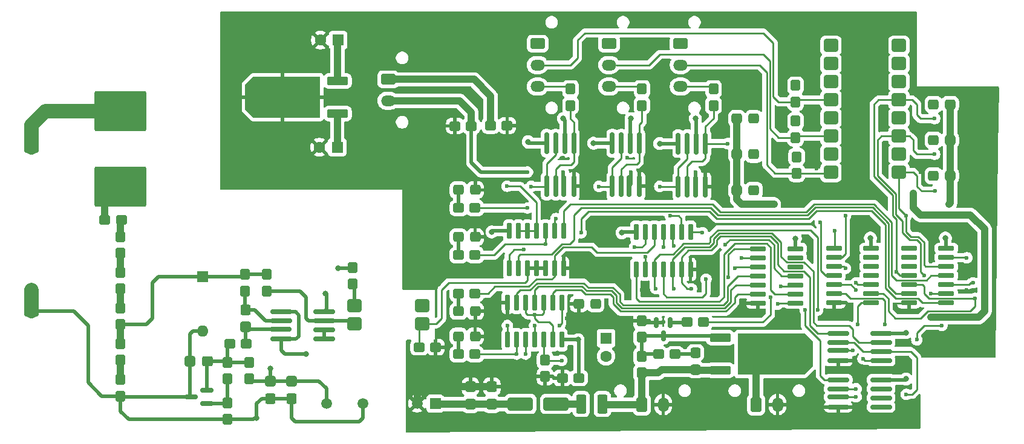
<source format=gbr>
%TF.GenerationSoftware,KiCad,Pcbnew,9.0.0*%
%TF.CreationDate,2025-10-29T06:17:34+08:00*%
%TF.ProjectId,TSAL_G_V4_2,5453414c-5f47-45f5-9634-5f322e6b6963,rev?*%
%TF.SameCoordinates,Original*%
%TF.FileFunction,Copper,L1,Top*%
%TF.FilePolarity,Positive*%
%FSLAX46Y46*%
G04 Gerber Fmt 4.6, Leading zero omitted, Abs format (unit mm)*
G04 Created by KiCad (PCBNEW 9.0.0) date 2025-10-29 06:17:34*
%MOMM*%
%LPD*%
G01*
G04 APERTURE LIST*
G04 Aperture macros list*
%AMRoundRect*
0 Rectangle with rounded corners*
0 $1 Rounding radius*
0 $2 $3 $4 $5 $6 $7 $8 $9 X,Y pos of 4 corners*
0 Add a 4 corners polygon primitive as box body*
4,1,4,$2,$3,$4,$5,$6,$7,$8,$9,$2,$3,0*
0 Add four circle primitives for the rounded corners*
1,1,$1+$1,$2,$3*
1,1,$1+$1,$4,$5*
1,1,$1+$1,$6,$7*
1,1,$1+$1,$8,$9*
0 Add four rect primitives between the rounded corners*
20,1,$1+$1,$2,$3,$4,$5,0*
20,1,$1+$1,$4,$5,$6,$7,0*
20,1,$1+$1,$6,$7,$8,$9,0*
20,1,$1+$1,$8,$9,$2,$3,0*%
%AMOutline5P*
0 Free polygon, 5 corners , with rotation*
0 The origin of the aperture is its center*
0 number of corners: always 5*
0 $1 to $10 corner X, Y*
0 $11 Rotation angle, in degrees counterclockwise*
0 create outline with 5 corners*
4,1,5,$1,$2,$3,$4,$5,$6,$7,$8,$9,$10,$1,$2,$11*%
%AMOutline6P*
0 Free polygon, 6 corners , with rotation*
0 The origin of the aperture is its center*
0 number of corners: always 6*
0 $1 to $12 corner X, Y*
0 $13 Rotation angle, in degrees counterclockwise*
0 create outline with 6 corners*
4,1,6,$1,$2,$3,$4,$5,$6,$7,$8,$9,$10,$11,$12,$1,$2,$13*%
%AMOutline7P*
0 Free polygon, 7 corners , with rotation*
0 The origin of the aperture is its center*
0 number of corners: always 7*
0 $1 to $14 corner X, Y*
0 $15 Rotation angle, in degrees counterclockwise*
0 create outline with 7 corners*
4,1,7,$1,$2,$3,$4,$5,$6,$7,$8,$9,$10,$11,$12,$13,$14,$1,$2,$15*%
%AMOutline8P*
0 Free polygon, 8 corners , with rotation*
0 The origin of the aperture is its center*
0 number of corners: always 8*
0 $1 to $16 corner X, Y*
0 $17 Rotation angle, in degrees counterclockwise*
0 create outline with 8 corners*
4,1,8,$1,$2,$3,$4,$5,$6,$7,$8,$9,$10,$11,$12,$13,$14,$15,$16,$1,$2,$17*%
G04 Aperture macros list end*
%TA.AperFunction,SMDPad,CuDef*%
%ADD10RoundRect,0.249999X-0.750001X-0.640001X0.750001X-0.640001X0.750001X0.640001X-0.750001X0.640001X0*%
%TD*%
%TA.AperFunction,SMDPad,CuDef*%
%ADD11RoundRect,0.090000X-0.210000X1.040000X-0.210000X-1.040000X0.210000X-1.040000X0.210000X1.040000X0*%
%TD*%
%TA.AperFunction,SMDPad,CuDef*%
%ADD12RoundRect,0.091500X-0.213500X1.038500X-0.213500X-1.038500X0.213500X-1.038500X0.213500X1.038500X0*%
%TD*%
%TA.AperFunction,SMDPad,CuDef*%
%ADD13RoundRect,0.090000X-1.040000X-0.210000X1.040000X-0.210000X1.040000X0.210000X-1.040000X0.210000X0*%
%TD*%
%TA.AperFunction,SMDPad,CuDef*%
%ADD14RoundRect,0.091500X-1.038500X-0.213500X1.038500X-0.213500X1.038500X0.213500X-1.038500X0.213500X0*%
%TD*%
%TA.AperFunction,SMDPad,CuDef*%
%ADD15RoundRect,0.278125X0.389375X-0.474375X0.389375X0.474375X-0.389375X0.474375X-0.389375X-0.474375X0*%
%TD*%
%TA.AperFunction,SMDPad,CuDef*%
%ADD16RoundRect,0.278125X-0.474375X-0.389375X0.474375X-0.389375X0.474375X0.389375X-0.474375X0.389375X0*%
%TD*%
%TA.AperFunction,SMDPad,CuDef*%
%ADD17RoundRect,0.278125X-0.389375X0.474375X-0.389375X-0.474375X0.389375X-0.474375X0.389375X0.474375X0*%
%TD*%
%TA.AperFunction,SMDPad,CuDef*%
%ADD18RoundRect,0.150000X-1.350000X-0.150000X1.350000X-0.150000X1.350000X0.150000X-1.350000X0.150000X0*%
%TD*%
%TA.AperFunction,SMDPad,CuDef*%
%ADD19RoundRect,0.150000X-1.337500X-0.150000X1.337500X-0.150000X1.337500X0.150000X-1.337500X0.150000X0*%
%TD*%
%TA.AperFunction,SMDPad,CuDef*%
%ADD20RoundRect,0.304348X-0.420652X-0.395652X0.420652X-0.395652X0.420652X0.395652X-0.420652X0.395652X0*%
%TD*%
%TA.AperFunction,SMDPad,CuDef*%
%ADD21RoundRect,0.150000X0.150000X-1.350000X0.150000X1.350000X-0.150000X1.350000X-0.150000X-1.350000X0*%
%TD*%
%TA.AperFunction,SMDPad,CuDef*%
%ADD22RoundRect,0.150000X0.150000X-1.337500X0.150000X1.337500X-0.150000X1.337500X-0.150000X-1.337500X0*%
%TD*%
%TA.AperFunction,ComponentPad*%
%ADD23RoundRect,0.250001X0.759999X-0.499999X0.759999X0.499999X-0.759999X0.499999X-0.759999X-0.499999X0*%
%TD*%
%TA.AperFunction,ComponentPad*%
%ADD24O,2.020000X1.500000*%
%TD*%
%TA.AperFunction,SMDPad,CuDef*%
%ADD25RoundRect,0.278125X0.474375X0.389375X-0.474375X0.389375X-0.474375X-0.389375X0.474375X-0.389375X0*%
%TD*%
%TA.AperFunction,SMDPad,CuDef*%
%ADD26RoundRect,0.304348X0.420652X0.395652X-0.420652X0.395652X-0.420652X-0.395652X0.420652X-0.395652X0*%
%TD*%
%TA.AperFunction,SMDPad,CuDef*%
%ADD27RoundRect,0.251116X3.376384X-2.561384X3.376384X2.561384X-3.376384X2.561384X-3.376384X-2.561384X0*%
%TD*%
%TA.AperFunction,ComponentPad*%
%ADD28RoundRect,0.250001X-0.499999X-0.759999X0.499999X-0.759999X0.499999X0.759999X-0.499999X0.759999X0*%
%TD*%
%TA.AperFunction,ComponentPad*%
%ADD29O,1.500000X2.020000*%
%TD*%
%TA.AperFunction,SMDPad,CuDef*%
%ADD30RoundRect,0.090000X0.210000X-1.040000X0.210000X1.040000X-0.210000X1.040000X-0.210000X-1.040000X0*%
%TD*%
%TA.AperFunction,SMDPad,CuDef*%
%ADD31RoundRect,0.091500X0.213500X-1.038500X0.213500X1.038500X-0.213500X1.038500X-0.213500X-1.038500X0*%
%TD*%
%TA.AperFunction,SMDPad,CuDef*%
%ADD32RoundRect,0.305575X-0.412525X0.460025X-0.412525X-0.460025X0.412525X-0.460025X0.412525X0.460025X0*%
%TD*%
%TA.AperFunction,SMDPad,CuDef*%
%ADD33RoundRect,0.308511X-0.416489X0.457089X-0.416489X-0.457089X0.416489X-0.457089X0.416489X0.457089X0*%
%TD*%
%TA.AperFunction,SMDPad,CuDef*%
%ADD34RoundRect,0.305575X0.412525X-0.460025X0.412525X0.460025X-0.412525X0.460025X-0.412525X-0.460025X0*%
%TD*%
%TA.AperFunction,SMDPad,CuDef*%
%ADD35RoundRect,0.308511X0.416489X-0.457089X0.416489X0.457089X-0.416489X0.457089X-0.416489X-0.457089X0*%
%TD*%
%TA.AperFunction,SMDPad,CuDef*%
%ADD36RoundRect,0.150000X0.750000X0.150000X-0.750000X0.150000X-0.750000X-0.150000X0.750000X-0.150000X0*%
%TD*%
%TA.AperFunction,ComponentPad*%
%ADD37RoundRect,0.250001X-0.759999X0.499999X-0.759999X-0.499999X0.759999X-0.499999X0.759999X0.499999X0*%
%TD*%
%TA.AperFunction,ComponentPad*%
%ADD38R,1.600000X1.600000*%
%TD*%
%TA.AperFunction,ComponentPad*%
%ADD39C,1.600000*%
%TD*%
%TA.AperFunction,SMDPad,CuDef*%
%ADD40RoundRect,0.250000X-1.500000X-0.650000X1.500000X-0.650000X1.500000X0.650000X-1.500000X0.650000X0*%
%TD*%
%TA.AperFunction,ComponentPad*%
%ADD41R,1.500000X1.500000*%
%TD*%
%TA.AperFunction,ComponentPad*%
%ADD42C,1.500000*%
%TD*%
%TA.AperFunction,ComponentPad*%
%ADD43O,1.600000X1.600000*%
%TD*%
%TA.AperFunction,SMDPad,CuDef*%
%ADD44RoundRect,0.150000X-0.150000X0.587500X-0.150000X-0.587500X0.150000X-0.587500X0.150000X0.587500X0*%
%TD*%
%TA.AperFunction,SMDPad,CuDef*%
%ADD45RoundRect,0.250000X1.230000X0.350000X-1.230000X0.350000X-1.230000X-0.350000X1.230000X-0.350000X0*%
%TD*%
%TA.AperFunction,SMDPad,CuDef*%
%ADD46Outline6P,-5.220000X2.900000X4.060000X2.900000X5.220000X1.740000X5.220000X-1.740000X4.060000X-2.900000X-5.220000X-2.900000X180.000000*%
%TD*%
%TA.AperFunction,SMDPad,CuDef*%
%ADD47Outline6P,-5.220000X2.900000X4.060000X2.900000X5.220000X1.740000X5.220000X-1.740000X4.060000X-2.900000X-5.220000X-2.900000X0.000000*%
%TD*%
%TA.AperFunction,SMDPad,CuDef*%
%ADD48RoundRect,0.250000X-1.230000X-0.350000X1.230000X-0.350000X1.230000X0.350000X-1.230000X0.350000X0*%
%TD*%
%TA.AperFunction,SMDPad,CuDef*%
%ADD49RoundRect,0.304348X-0.395652X0.420652X-0.395652X-0.420652X0.395652X-0.420652X0.395652X0.420652X0*%
%TD*%
%TA.AperFunction,SMDPad,CuDef*%
%ADD50RoundRect,0.305575X0.460025X0.412525X-0.460025X0.412525X-0.460025X-0.412525X0.460025X-0.412525X0*%
%TD*%
%TA.AperFunction,SMDPad,CuDef*%
%ADD51RoundRect,0.308511X0.457089X0.416489X-0.457089X0.416489X-0.457089X-0.416489X0.457089X-0.416489X0*%
%TD*%
%TA.AperFunction,SMDPad,CuDef*%
%ADD52RoundRect,0.250001X0.462499X1.074999X-0.462499X1.074999X-0.462499X-1.074999X0.462499X-1.074999X0*%
%TD*%
%TA.AperFunction,ViaPad*%
%ADD53C,0.600000*%
%TD*%
%TA.AperFunction,ViaPad*%
%ADD54C,0.800000*%
%TD*%
%TA.AperFunction,Conductor*%
%ADD55C,0.500000*%
%TD*%
%TA.AperFunction,Conductor*%
%ADD56C,2.000000*%
%TD*%
%TA.AperFunction,Conductor*%
%ADD57C,1.000000*%
%TD*%
%TA.AperFunction,Conductor*%
%ADD58C,0.250000*%
%TD*%
G04 APERTURE END LIST*
D10*
%TO.P,U4,1*%
%TO.N,Net-(R18-Pad2)*%
X74235000Y-79730000D03*
%TO.P,U4,2*%
%TO.N,Net-(LM1-Pad7)*%
X74235000Y-82270000D03*
%TO.P,U4,3*%
%TO.N,/RAW MCU_V*%
X83765000Y-82270000D03*
%TO.P,U4,4*%
%TO.N,VCC*%
X83765000Y-79730000D03*
%TD*%
D11*
%TO.P,U9,1*%
%TO.N,Net-(U9-Pad1)*%
X103310000Y-79260000D03*
%TO.P,U9,2*%
%TO.N,Net-(U11-Pad6)*%
X102040000Y-79260000D03*
%TO.P,U9,3*%
%TO.N,/LATCH_OFF*%
X100770000Y-79260000D03*
%TO.P,U9,4*%
%TO.N,Net-(U11-Pad5)*%
X99500000Y-79260000D03*
%TO.P,U9,5*%
%TO.N,/LATCH_OFF*%
X98230000Y-79260000D03*
%TO.P,U9,6*%
%TO.N,Net-(U11-Pad4)*%
X96960000Y-79260000D03*
%TO.P,U9,7,GND*%
%TO.N,GLV-*%
X95690000Y-79260000D03*
%TO.P,U9,8*%
%TO.N,/SCS*%
X95690000Y-84500000D03*
D12*
%TO.P,U9,9*%
%TO.N,/AUX_unmatch*%
X96955000Y-84500000D03*
D11*
%TO.P,U9,10*%
%TO.N,Net-(U11-Pad3)*%
X98230000Y-84500000D03*
%TO.P,U9,11*%
%TO.N,Net-(U9-Pad1)*%
X99500000Y-84500000D03*
%TO.P,U9,12*%
%TO.N,/POWER_CYCLE*%
X100770000Y-84500000D03*
%TO.P,U9,13*%
%TO.N,/LATCH_OFF*%
X102040000Y-84500000D03*
%TO.P,U9,14,VCC*%
%TO.N,+5V*%
X103310000Y-84500000D03*
%TD*%
D13*
%TO.P,U12,1*%
%TO.N,/PRECHARGE_AUX*%
X141380000Y-71690000D03*
%TO.P,U12,2*%
%TO.N,/PRECHARGE*%
X141380000Y-72960000D03*
%TO.P,U12,3*%
%TO.N,/PRECHARGE_unmatch_trig*%
X141380000Y-74230000D03*
%TO.P,U12,4*%
%TO.N,/AIR_H_AUX*%
X141380000Y-75500000D03*
%TO.P,U12,5*%
%TO.N,/AIR_H*%
X141380000Y-76770000D03*
%TO.P,U12,6*%
%TO.N,/AIR_H_unmatch_trig*%
X141380000Y-78040000D03*
%TO.P,U12,7,GND*%
%TO.N,GLV-*%
X141380000Y-79310000D03*
%TO.P,U12,8*%
%TO.N,/AIR_L_unmatch_trig*%
X146620000Y-79310000D03*
D14*
%TO.P,U12,9*%
%TO.N,/AIR_L_AUX*%
X146620000Y-78045000D03*
D13*
%TO.P,U12,10*%
%TO.N,/AIR_L*%
X146620000Y-76770000D03*
%TO.P,U12,11*%
%TO.N,unconnected-(U12-Pad11)*%
X146620000Y-75500000D03*
%TO.P,U12,12*%
%TO.N,unconnected-(U12-Pad12)*%
X146620000Y-74230000D03*
%TO.P,U12,13*%
%TO.N,unconnected-(U12-Pad13)*%
X146620000Y-72960000D03*
%TO.P,U12,14,VCC*%
%TO.N,+5V*%
X146620000Y-71690000D03*
%TD*%
D15*
%TO.P,R15,1*%
%TO.N,Net-(LM1-+)*%
X58967500Y-77652500D03*
%TO.P,R15,2*%
%TO.N,/Vin*%
X58967500Y-75347500D03*
%TD*%
D16*
%TO.P,R3,1*%
%TO.N,Net-(F1-Pad1)*%
X39347500Y-67692500D03*
%TO.P,R3,2*%
%TO.N,Net-(R3-Pad2)*%
X41652500Y-67692500D03*
%TD*%
D17*
%TO.P,R51,1*%
%TO.N,Net-(J6-Pin_3)*%
X114532500Y-49347500D03*
%TO.P,R51,2*%
%TO.N,/AIR_H_AUX*%
X114532500Y-51652500D03*
%TD*%
D18*
%TO.P,LM1,1,GND*%
%TO.N,GND*%
X64000000Y-80595000D03*
%TO.P,LM1,2,+*%
%TO.N,Net-(LM1-+)*%
X64000000Y-81865000D03*
D19*
%TO.P,LM1,3,-*%
%TO.N,Net-(LM1--)*%
X63987500Y-83000000D03*
D18*
%TO.P,LM1,4,V-*%
%TO.N,GND*%
X64000000Y-84405000D03*
%TO.P,LM1,5,BAL*%
%TO.N,Net-(LM1-BAL)*%
X70000000Y-84405000D03*
%TO.P,LM1,6,STRB*%
X70000000Y-83135000D03*
%TO.P,LM1,7*%
%TO.N,Net-(LM1-Pad7)*%
X70000000Y-81865000D03*
%TO.P,LM1,8,V+*%
%TO.N,+12V*%
X70000000Y-80595000D03*
%TD*%
D20*
%TO.P,D3,1,K*%
%TO.N,VSS*%
X127825000Y-63540000D03*
%TO.P,D3,2,A*%
%TO.N,Net-(D3-A)*%
X130175000Y-63540000D03*
%TD*%
D17*
%TO.P,R4,1*%
%TO.N,/Vref*%
X59532500Y-87695000D03*
%TO.P,R4,2*%
%TO.N,+12V*%
X59532500Y-90000000D03*
%TD*%
D21*
%TO.P,U13,1*%
%TO.N,/RAW_SCS*%
X101190000Y-62952500D03*
%TO.P,U13,2,-*%
%TO.N,/AIR_L_AUX*%
X102460000Y-62952500D03*
D22*
%TO.P,U13,3,+*%
%TO.N,VDD*%
X103595000Y-62965000D03*
D21*
%TO.P,U13,4,V-*%
%TO.N,GLV-*%
X105000000Y-62952500D03*
%TO.P,U13,5,+*%
%TO.N,/AIR_L_AUX*%
X105000000Y-56952500D03*
%TO.P,U13,6,-*%
%TO.N,VSS*%
X103730000Y-56952500D03*
%TO.P,U13,7*%
%TO.N,/RAW_SCS*%
X102460000Y-56952500D03*
%TO.P,U13,8,V+*%
%TO.N,+5V*%
X101190000Y-56952500D03*
%TD*%
D23*
%TO.P,J1,1,Pin_1*%
%TO.N,Net-(J1-Pin_1)*%
X29085000Y-57500000D03*
D24*
%TO.P,J1,2,Pin_2*%
X29085000Y-54500000D03*
%TD*%
D16*
%TO.P,R39,1*%
%TO.N,GLV-*%
X103383642Y-89847500D03*
%TO.P,R39,2*%
%TO.N,+5V*%
X105688642Y-89847500D03*
%TD*%
D25*
%TO.P,R34,1*%
%TO.N,/Light_out*%
X123152500Y-82032500D03*
%TO.P,R34,2*%
%TO.N,Net-(Q1-B)*%
X120847500Y-82032500D03*
%TD*%
D26*
%TO.P,D10,1,K*%
%TO.N,VSS*%
X157675000Y-51500000D03*
%TO.P,D10,2,A*%
%TO.N,Net-(D10-A)*%
X155325000Y-51500000D03*
%TD*%
D27*
%TO.P,F1,1*%
%TO.N,Net-(F1-Pad1)*%
X41500000Y-63000000D03*
%TO.P,F1,2*%
%TO.N,Net-(J1-Pin_1)*%
X41500000Y-52450000D03*
%TD*%
D17*
%TO.P,R5,1*%
%TO.N,Net-(R3-Pad2)*%
X41532500Y-70072500D03*
%TO.P,R5,2*%
%TO.N,Net-(R5-Pad2)*%
X41532500Y-72377500D03*
%TD*%
D28*
%TO.P,J4,1,Pin_1*%
%TO.N,GLV+*%
X114500000Y-93585000D03*
D29*
%TO.P,J4,2,Pin_2*%
%TO.N,GLV-*%
X117500000Y-93585000D03*
%TD*%
D20*
%TO.P,D8,1,K*%
%TO.N,VSS*%
X127825000Y-58500000D03*
%TO.P,D8,2,A*%
%TO.N,Net-(D8-A)*%
X130175000Y-58500000D03*
%TD*%
%TO.P,D9,1,K*%
%TO.N,VSS*%
X127825000Y-53500000D03*
%TO.P,D9,2,A*%
%TO.N,Net-(D9-A)*%
X130175000Y-53500000D03*
%TD*%
D30*
%TO.P,U7,1*%
%TO.N,Net-(U6-Pad8)*%
X95920000Y-74500000D03*
%TO.P,U7,2*%
%TO.N,Net-(U6-Pad6)*%
X97190000Y-74500000D03*
%TO.P,U7,3*%
%TO.N,/RAW MCU_V*%
X98460000Y-74500000D03*
%TO.P,U7,4*%
X99730000Y-74500000D03*
%TO.P,U7,5*%
X101000000Y-74500000D03*
%TO.P,U7,6*%
%TO.N,/MCU_V*%
X102270000Y-74500000D03*
%TO.P,U7,7,VSS*%
%TO.N,GLV-*%
X103540000Y-74500000D03*
%TO.P,U7,8*%
%TO.N,Net-(U6-Pad11)*%
X103540000Y-69260000D03*
D31*
%TO.P,U7,9*%
%TO.N,/RELAY STATUS*%
X102275000Y-69260000D03*
D30*
%TO.P,U7,10*%
%TO.N,/SCS*%
X101000000Y-69260000D03*
%TO.P,U7,11*%
%TO.N,/RAW_SCS*%
X99730000Y-69260000D03*
%TO.P,U7,12*%
X98460000Y-69260000D03*
%TO.P,U7,13*%
X97190000Y-69260000D03*
%TO.P,U7,14,VDD*%
%TO.N,+5V*%
X95920000Y-69260000D03*
%TD*%
D32*
%TO.P,C5,1*%
%TO.N,Net-(LM1-+)*%
X59006900Y-80284400D03*
D33*
%TO.P,C5,2*%
%TO.N,Net-(LM1--)*%
X59000000Y-82715600D03*
%TD*%
D34*
%TO.P,C8,1*%
%TO.N,GND*%
X65493100Y-92715600D03*
D35*
%TO.P,C8,2*%
%TO.N,+12V*%
X65500000Y-90284400D03*
%TD*%
D28*
%TO.P,J5,1,Pin_1*%
%TO.N,/GRN+*%
X130500000Y-93585000D03*
D29*
%TO.P,J5,2,Pin_2*%
%TO.N,GLV-*%
X133500000Y-93585000D03*
%TD*%
D13*
%TO.P,U6,1*%
%TO.N,unconnected-(U6-Pad1)*%
X151880000Y-71690000D03*
%TO.P,U6,2*%
%TO.N,unconnected-(U6-Pad2)*%
X151880000Y-72960000D03*
%TO.P,U6,3*%
%TO.N,unconnected-(U6-Pad3)*%
X151880000Y-74230000D03*
%TO.P,U6,4*%
%TO.N,/AIR_L*%
X151880000Y-75500000D03*
%TO.P,U6,5*%
%TO.N,/AIR_L_AUX*%
X151880000Y-76770000D03*
%TO.P,U6,6*%
%TO.N,Net-(U6-Pad6)*%
X151880000Y-78040000D03*
%TO.P,U6,7,GND*%
%TO.N,GLV-*%
X151880000Y-79310000D03*
%TO.P,U6,8*%
%TO.N,Net-(U6-Pad8)*%
X157120000Y-79310000D03*
D14*
%TO.P,U6,9*%
%TO.N,/AIR_H*%
X157120000Y-78045000D03*
D13*
%TO.P,U6,10*%
%TO.N,/AIR_H_AUX*%
X157120000Y-76770000D03*
%TO.P,U6,11*%
%TO.N,Net-(U6-Pad11)*%
X157120000Y-75500000D03*
%TO.P,U6,12*%
%TO.N,/PRECHARGE*%
X157120000Y-74230000D03*
%TO.P,U6,13*%
%TO.N,/PRECHARGE_AUX*%
X157120000Y-72960000D03*
%TO.P,U6,14,VCC*%
%TO.N,+5V*%
X157120000Y-71690000D03*
%TD*%
D17*
%TO.P,R18,1*%
%TO.N,+12V*%
X74032500Y-74347500D03*
%TO.P,R18,2*%
%TO.N,Net-(R18-Pad2)*%
X74032500Y-76652500D03*
%TD*%
D36*
%TO.P,U1,1,REF*%
%TO.N,Net-(U1-REF)*%
X53600000Y-93450000D03*
%TO.P,U1,2,K*%
%TO.N,/Vref*%
X53600000Y-91550000D03*
%TO.P,U1,3,A*%
%TO.N,GND*%
X51400000Y-92500000D03*
%TD*%
D37*
%TO.P,J8,1,Pin_1*%
%TO.N,VSS*%
X79000000Y-48000000D03*
D24*
%TO.P,J8,2,Pin_2*%
%TO.N,VDD*%
X79000000Y-51000000D03*
%TD*%
D32*
%TO.P,C10,1*%
%TO.N,GLV-*%
X90506900Y-91068800D03*
D33*
%TO.P,C10,2*%
%TO.N,VCC*%
X90500000Y-93500000D03*
%TD*%
D21*
%TO.P,U14,1*%
%TO.N,/RAW_SCS*%
X110351142Y-62952500D03*
%TO.P,U14,2,-*%
%TO.N,/AIR_H_AUX*%
X111621142Y-62952500D03*
D22*
%TO.P,U14,3,+*%
%TO.N,VDD*%
X112756142Y-62965000D03*
D21*
%TO.P,U14,4,V-*%
%TO.N,GLV-*%
X114161142Y-62952500D03*
%TO.P,U14,5,+*%
%TO.N,/AIR_H_AUX*%
X114161142Y-56952500D03*
%TO.P,U14,6,-*%
%TO.N,VSS*%
X112891142Y-56952500D03*
%TO.P,U14,7*%
%TO.N,/RAW_SCS*%
X111621142Y-56952500D03*
%TO.P,U14,8,V+*%
%TO.N,+5V*%
X110351142Y-56952500D03*
%TD*%
D25*
%TO.P,R38,1*%
%TO.N,/AUX_unmatch*%
X91152500Y-86532500D03*
%TO.P,R38,2*%
%TO.N,Net-(D14-A)*%
X88847500Y-86532500D03*
%TD*%
D26*
%TO.P,D6,1,K*%
%TO.N,VSS*%
X157675000Y-56500000D03*
%TO.P,D6,2,A*%
%TO.N,Net-(D6-A)*%
X155325000Y-56500000D03*
%TD*%
D23*
%TO.P,J2,1,Pin_1*%
%TO.N,GND*%
X29085000Y-80500000D03*
D24*
%TO.P,J2,2,Pin_2*%
X29085000Y-77500000D03*
%TD*%
D37*
%TO.P,J3,1,Pin_1*%
%TO.N,VDD*%
X99915000Y-43000000D03*
D24*
%TO.P,J3,2,Pin_2*%
%TO.N,/RAW_AIR_L*%
X99915000Y-46000000D03*
%TO.P,J3,3,Pin_3*%
%TO.N,Net-(J3-Pin_3)*%
X99915000Y-49000000D03*
%TD*%
D38*
%TO.P,C22,1*%
%TO.N,+5V*%
X72000000Y-42500000D03*
D39*
%TO.P,C22,2*%
%TO.N,GLV-*%
X69500000Y-42500000D03*
%TD*%
D15*
%TO.P,R40,1*%
%TO.N,GLV+*%
X114467500Y-89152500D03*
%TO.P,R40,2*%
%TO.N,Net-(Q1-C)*%
X114467500Y-86847500D03*
%TD*%
D17*
%TO.P,R2,1*%
%TO.N,Net-(U1-REF)*%
X56532500Y-93347500D03*
%TO.P,R2,2*%
%TO.N,GND*%
X56532500Y-95652500D03*
%TD*%
D40*
%TO.P,D2,1,K*%
%TO.N,VCC*%
X97500000Y-93500000D03*
%TO.P,D2,2,A*%
%TO.N,Net-(D2-A)*%
X102500000Y-93500000D03*
%TD*%
D25*
%TO.P,R24,1*%
%TO.N,/MCU_V*%
X91152500Y-78032500D03*
%TO.P,R24,2*%
%TO.N,Net-(D5-A)*%
X88847500Y-78032500D03*
%TD*%
D17*
%TO.P,R53,1*%
%TO.N,Net-(J7-Pin_3)*%
X124532500Y-49347500D03*
%TO.P,R53,2*%
%TO.N,/PRECHARGE_AUX*%
X124532500Y-51652500D03*
%TD*%
D41*
%TO.P,U5,1,+Vin*%
%TO.N,VCC*%
X85587500Y-93440000D03*
D42*
%TO.P,U5,2,-Vin*%
%TO.N,GLV-*%
X83047500Y-93440000D03*
%TO.P,U5,4,-Vout*%
%TO.N,GND*%
X75427500Y-93440000D03*
%TO.P,U5,6,+Vout*%
%TO.N,+12V*%
X70347500Y-93440000D03*
%TD*%
D25*
%TO.P,R23,1*%
%TO.N,/SCS*%
X91152500Y-72632500D03*
%TO.P,R23,2*%
%TO.N,Net-(D4-A)*%
X88847500Y-72632500D03*
%TD*%
D10*
%TO.P,U8,1*%
%TO.N,unconnected-(U8-Pad1)*%
X140970000Y-43260000D03*
%TO.P,U8,2*%
%TO.N,unconnected-(U8-Pad2)*%
X140970000Y-45800000D03*
%TO.P,U8,3*%
%TO.N,Net-(R29-Pad2)*%
X140970000Y-48340000D03*
%TO.P,U8,4*%
%TO.N,/RAW_AIR_L*%
X140970000Y-50880000D03*
%TO.P,U8,5*%
%TO.N,Net-(R22-Pad2)*%
X140970000Y-53420000D03*
%TO.P,U8,6*%
%TO.N,/RAW_AIR_H*%
X140970000Y-55960000D03*
%TO.P,U8,7*%
%TO.N,Net-(R33-Pad2)*%
X140970000Y-58500000D03*
%TO.P,U8,8*%
%TO.N,/RAW_PRECHARGE*%
X140970000Y-61040000D03*
%TO.P,U8,9*%
%TO.N,/PRECHARGE*%
X150500000Y-61040000D03*
%TO.P,U8,10*%
%TO.N,VDD*%
X150500000Y-58500000D03*
%TO.P,U8,11*%
%TO.N,/AIR_H*%
X150500000Y-55960000D03*
%TO.P,U8,12*%
%TO.N,VDD*%
X150500000Y-53420000D03*
%TO.P,U8,13*%
%TO.N,/AIR_L*%
X150500000Y-50880000D03*
%TO.P,U8,14*%
%TO.N,VDD*%
X150500000Y-48340000D03*
%TO.P,U8,15*%
%TO.N,unconnected-(U8-Pad15)*%
X150500000Y-45800000D03*
%TO.P,U8,16*%
%TO.N,unconnected-(U8-Pad16)*%
X150500000Y-43260000D03*
%TD*%
D17*
%TO.P,R7,1*%
%TO.N,Net-(R6-Pad1)*%
X41532500Y-80072500D03*
%TO.P,R7,2*%
%TO.N,/Vin*%
X41532500Y-82377500D03*
%TD*%
D37*
%TO.P,J6,1,Pin_1*%
%TO.N,VDD*%
X109915000Y-43000000D03*
D24*
%TO.P,J6,2,Pin_2*%
%TO.N,/RAW_AIR_H*%
X109915000Y-46000000D03*
%TO.P,J6,3,Pin_3*%
%TO.N,Net-(J6-Pin_3)*%
X109915000Y-49000000D03*
%TD*%
D37*
%TO.P,J7,1,Pin_1*%
%TO.N,VDD*%
X119915000Y-43000000D03*
D24*
%TO.P,J7,2,Pin_2*%
%TO.N,/RAW_PRECHARGE*%
X119915000Y-46000000D03*
%TO.P,J7,3,Pin_3*%
%TO.N,Net-(J7-Pin_3)*%
X119915000Y-49000000D03*
%TD*%
D30*
%TO.P,U10,1*%
%TO.N,Net-(U10-Pad1)*%
X113690000Y-74620000D03*
%TO.P,U10,2*%
%TO.N,Net-(U10-Pad2)*%
X114960000Y-74620000D03*
%TO.P,U10,3*%
%TO.N,/PRECHARGE_F*%
X116230000Y-74620000D03*
%TO.P,U10,4*%
%TO.N,Net-(U10-Pad4)*%
X117500000Y-74620000D03*
%TO.P,U10,5*%
%TO.N,/AIR_H_F*%
X118770000Y-74620000D03*
%TO.P,U10,6*%
%TO.N,/AIR_L_F*%
X120040000Y-74620000D03*
%TO.P,U10,7,GND*%
%TO.N,GLV-*%
X121310000Y-74620000D03*
%TO.P,U10,8*%
%TO.N,/LATCH_OFF*%
X121310000Y-69380000D03*
D31*
%TO.P,U10,9*%
%TO.N,/RELAY STATUS*%
X120045000Y-69380000D03*
D30*
%TO.P,U10,10*%
%TO.N,Net-(U10-Pad10)*%
X118770000Y-69380000D03*
%TO.P,U10,11*%
%TO.N,Net-(U10-Pad11)*%
X117500000Y-69380000D03*
%TO.P,U10,12*%
%TO.N,/MCU_V*%
X116230000Y-69380000D03*
%TO.P,U10,13*%
%TO.N,/Light_out*%
X114960000Y-69380000D03*
%TO.P,U10,14,VCC*%
%TO.N,+5V*%
X113690000Y-69380000D03*
%TD*%
D21*
%TO.P,U15,1*%
%TO.N,/RAW_SCS*%
X119595000Y-63000000D03*
%TO.P,U15,2,-*%
%TO.N,/PRECHARGE_AUX*%
X120865000Y-63000000D03*
D22*
%TO.P,U15,3,+*%
%TO.N,VDD*%
X122000000Y-63012500D03*
D21*
%TO.P,U15,4,V-*%
%TO.N,GLV-*%
X123405000Y-63000000D03*
%TO.P,U15,5,+*%
%TO.N,/PRECHARGE_AUX*%
X123405000Y-57000000D03*
%TO.P,U15,6,-*%
%TO.N,VSS*%
X122135000Y-57000000D03*
%TO.P,U15,7*%
%TO.N,/RAW_SCS*%
X120865000Y-57000000D03*
%TO.P,U15,8,V+*%
%TO.N,+5V*%
X119595000Y-57000000D03*
%TD*%
D18*
%TO.P,U3,1*%
%TO.N,/AIR_L_F*%
X142000000Y-83595000D03*
%TO.P,U3,2,-*%
%TO.N,/V_REF_DELAY*%
X142000000Y-84865000D03*
D19*
%TO.P,U3,3,+*%
%TO.N,/AIR_L_unmatch*%
X141987500Y-86000000D03*
D18*
%TO.P,U3,4,V-*%
%TO.N,GLV-*%
X142000000Y-87405000D03*
%TO.P,U3,5,+*%
%TO.N,/AIR_H_unmatch*%
X148000000Y-87405000D03*
%TO.P,U3,6,-*%
%TO.N,/V_REF_DELAY*%
X148000000Y-86135000D03*
%TO.P,U3,7*%
%TO.N,/AIR_H_F*%
X148000000Y-84865000D03*
%TO.P,U3,8,V+*%
%TO.N,+5V*%
X148000000Y-83595000D03*
%TD*%
D38*
%TO.P,C11,1*%
%TO.N,+5V*%
X109500000Y-84294888D03*
D39*
%TO.P,C11,2*%
%TO.N,/POWER_CYCLE*%
X109500000Y-86794888D03*
%TD*%
D17*
%TO.P,R21,1*%
%TO.N,GLV+*%
X136032500Y-53847500D03*
%TO.P,R21,2*%
%TO.N,/RAW_AIR_H*%
X136032500Y-56152500D03*
%TD*%
D18*
%TO.P,U2,1*%
%TO.N,/PRECHARGE_F*%
X142000000Y-90095000D03*
%TO.P,U2,2,-*%
%TO.N,/V_REF_DELAY*%
X142000000Y-91365000D03*
D19*
%TO.P,U2,3,+*%
%TO.N,/PRECHARGE_unmatch*%
X141987500Y-92500000D03*
D18*
%TO.P,U2,4,V-*%
%TO.N,GLV-*%
X142000000Y-93905000D03*
%TO.P,U2,5,+*%
%TO.N,unconnected-(U2B-+-Pad5)*%
X148000000Y-93905000D03*
%TO.P,U2,6,-*%
%TO.N,unconnected-(U2B---Pad6)*%
X148000000Y-92635000D03*
%TO.P,U2,7*%
%TO.N,unconnected-(U2-Pad7)*%
X148000000Y-91365000D03*
%TO.P,U2,8,V+*%
%TO.N,+5V*%
X148000000Y-90095000D03*
%TD*%
D26*
%TO.P,D14,1,K*%
%TO.N,GLV-*%
X91168242Y-84000000D03*
%TO.P,D14,2,A*%
%TO.N,Net-(D14-A)*%
X88818242Y-84000000D03*
%TD*%
D38*
%TO.P,D1,1,K*%
%TO.N,/Vin*%
X53000000Y-75690000D03*
D43*
%TO.P,D1,2,A*%
%TO.N,GND*%
X53000000Y-83310000D03*
%TD*%
D15*
%TO.P,R8,1*%
%TO.N,Net-(R8-Pad1)*%
X41467500Y-87377500D03*
%TO.P,R8,2*%
%TO.N,/Vin*%
X41467500Y-85072500D03*
%TD*%
D25*
%TO.P,R44,1*%
%TO.N,VDD*%
X90652500Y-54532500D03*
%TO.P,R44,2*%
%TO.N,GLV-*%
X88347500Y-54532500D03*
%TD*%
D17*
%TO.P,R9,1*%
%TO.N,Net-(R8-Pad1)*%
X41532500Y-90072500D03*
%TO.P,R9,2*%
%TO.N,GND*%
X41532500Y-92377500D03*
%TD*%
D25*
%TO.P,R16,1*%
%TO.N,Net-(LM1--)*%
X59152500Y-85032500D03*
%TO.P,R16,2*%
%TO.N,/Vref*%
X56847500Y-85032500D03*
%TD*%
D15*
%TO.P,R6,1*%
%TO.N,Net-(R6-Pad1)*%
X41467500Y-77377500D03*
%TO.P,R6,2*%
%TO.N,Net-(R5-Pad2)*%
X41467500Y-75072500D03*
%TD*%
D34*
%TO.P,C7,1*%
%TO.N,GND*%
X62493100Y-92715600D03*
D35*
%TO.P,C7,2*%
%TO.N,+12V*%
X62500000Y-90284400D03*
%TD*%
D16*
%TO.P,R46,1*%
%TO.N,VSS*%
X93347500Y-54467500D03*
%TO.P,R46,2*%
%TO.N,GLV-*%
X95652500Y-54467500D03*
%TD*%
D25*
%TO.P,R37,1*%
%TO.N,Net-(D12-K)*%
X119152500Y-86532500D03*
%TO.P,R37,2*%
%TO.N,Net-(Q1-C)*%
X116847500Y-86532500D03*
%TD*%
D20*
%TO.P,D13,1,K*%
%TO.N,GLV-*%
X105679258Y-79467500D03*
%TO.P,D13,2,A*%
%TO.N,Net-(D13-A)*%
X108029258Y-79467500D03*
%TD*%
D44*
%TO.P,Q1,1,B*%
%TO.N,Net-(Q1-B)*%
X118450000Y-82062500D03*
%TO.P,Q1,2,E*%
%TO.N,GLV-*%
X116550000Y-82062500D03*
%TO.P,Q1,3,C*%
%TO.N,Net-(Q1-C)*%
X117500000Y-83937500D03*
%TD*%
D45*
%TO.P,U16,1,IN*%
%TO.N,VCC*%
X71920000Y-52780000D03*
D46*
%TO.P,U16,2,GND*%
%TO.N,GLV-*%
X64220000Y-50500000D03*
D45*
%TO.P,U16,3,OUT*%
%TO.N,+5V*%
X71920000Y-48220000D03*
%TD*%
D47*
%TO.P,Q2,1,D*%
%TO.N,/GRN+*%
X133200000Y-86500000D03*
D48*
%TO.P,Q2,2,G*%
%TO.N,Net-(Q1-C)*%
X125500000Y-84220000D03*
%TO.P,Q2,3,S*%
%TO.N,GLV+*%
X125500000Y-88780000D03*
%TD*%
D17*
%TO.P,R32,1*%
%TO.N,GLV+*%
X136185000Y-58847500D03*
%TO.P,R32,2*%
%TO.N,/RAW_PRECHARGE*%
X136185000Y-61152500D03*
%TD*%
D26*
%TO.P,D4,1,K*%
%TO.N,GLV-*%
X91168242Y-70100000D03*
%TO.P,D4,2,A*%
%TO.N,Net-(D4-A)*%
X88818242Y-70100000D03*
%TD*%
D15*
%TO.P,R41,1*%
%TO.N,Net-(Q1-C)*%
X114467500Y-84152500D03*
%TO.P,R41,2*%
%TO.N,GLV-*%
X114467500Y-81847500D03*
%TD*%
D38*
%TO.P,C21,1*%
%TO.N,VCC*%
X71867677Y-57500000D03*
D39*
%TO.P,C21,2*%
%TO.N,GLV-*%
X69367677Y-57500000D03*
%TD*%
D25*
%TO.P,R19,1*%
%TO.N,GLV-*%
X85652500Y-85532500D03*
%TO.P,R19,2*%
%TO.N,/RAW MCU_V*%
X83347500Y-85532500D03*
%TD*%
D13*
%TO.P,U11,1*%
%TO.N,Net-(U10-Pad4)*%
X130760000Y-71730000D03*
%TO.P,U11,2*%
%TO.N,Net-(U10-Pad2)*%
X130760000Y-73000000D03*
%TO.P,U11,3*%
%TO.N,Net-(U11-Pad3)*%
X130760000Y-74270000D03*
%TO.P,U11,4*%
%TO.N,Net-(U11-Pad4)*%
X130760000Y-75540000D03*
%TO.P,U11,5*%
%TO.N,Net-(U11-Pad5)*%
X130760000Y-76810000D03*
%TO.P,U11,6*%
%TO.N,Net-(U11-Pad6)*%
X130760000Y-78080000D03*
%TO.P,U11,7,GND*%
%TO.N,GLV-*%
X130760000Y-79350000D03*
%TO.P,U11,8*%
%TO.N,/AUX_unmatch*%
X136000000Y-79350000D03*
D14*
%TO.P,U11,9*%
%TO.N,Net-(U10-Pad1)*%
X136000000Y-78085000D03*
D13*
%TO.P,U11,10*%
%TO.N,Net-(U10-Pad11)*%
X136000000Y-76810000D03*
%TO.P,U11,11*%
%TO.N,Net-(U10-Pad10)*%
X136000000Y-75540000D03*
%TO.P,U11,12*%
%TO.N,unconnected-(U11-Pad12)*%
X136000000Y-74270000D03*
%TO.P,U11,13*%
%TO.N,unconnected-(U11-Pad13)*%
X136000000Y-73000000D03*
%TO.P,U11,14,VCC*%
%TO.N,+5V*%
X136000000Y-71730000D03*
%TD*%
D26*
%TO.P,D11,1,K*%
%TO.N,VSS*%
X157675000Y-61500000D03*
%TO.P,D11,2,A*%
%TO.N,Net-(D11-A)*%
X155325000Y-61500000D03*
%TD*%
D17*
%TO.P,R17,1*%
%TO.N,/Vin*%
X62032500Y-75347500D03*
%TO.P,R17,2*%
%TO.N,Net-(LM1-Pad7)*%
X62032500Y-77652500D03*
%TD*%
D26*
%TO.P,D5,1,K*%
%TO.N,GLV-*%
X91175000Y-80500000D03*
%TO.P,D5,2,A*%
%TO.N,Net-(D5-A)*%
X88825000Y-80500000D03*
%TD*%
D32*
%TO.P,C9,1*%
%TO.N,GLV-*%
X93506900Y-91068800D03*
D33*
%TO.P,C9,2*%
%TO.N,VCC*%
X93500000Y-93500000D03*
%TD*%
D17*
%TO.P,R52,1*%
%TO.N,Net-(J3-Pin_3)*%
X104532500Y-49347500D03*
%TO.P,R52,2*%
%TO.N,/AIR_L_AUX*%
X104532500Y-51652500D03*
%TD*%
D25*
%TO.P,R26,1*%
%TO.N,/RELAY STATUS*%
X91159258Y-66032500D03*
%TO.P,R26,2*%
%TO.N,Net-(D7-A)*%
X88854258Y-66032500D03*
%TD*%
D26*
%TO.P,D7,1,K*%
%TO.N,GLV-*%
X91175000Y-63500000D03*
%TO.P,D7,2,A*%
%TO.N,Net-(D7-A)*%
X88825000Y-63500000D03*
%TD*%
D17*
%TO.P,R28,1*%
%TO.N,GLV+*%
X136032500Y-48847500D03*
%TO.P,R28,2*%
%TO.N,/RAW_AIR_L*%
X136032500Y-51152500D03*
%TD*%
D49*
%TO.P,D12,1,K*%
%TO.N,Net-(D12-K)*%
X122000000Y-86325000D03*
%TO.P,D12,2,A*%
%TO.N,GLV+*%
X122000000Y-88675000D03*
%TD*%
D15*
%TO.P,R42,1*%
%TO.N,GLV-*%
X100967500Y-89652500D03*
%TO.P,R42,2*%
%TO.N,/POWER_CYCLE*%
X100967500Y-87347500D03*
%TD*%
D50*
%TO.P,C1,1*%
%TO.N,/Vref*%
X53715600Y-87506900D03*
D51*
%TO.P,C1,2*%
%TO.N,GND*%
X51284400Y-87500000D03*
%TD*%
D52*
%TO.P,F2,1*%
%TO.N,GLV+*%
X108987500Y-93500000D03*
%TO.P,F2,2*%
%TO.N,Net-(D2-A)*%
X106012500Y-93500000D03*
%TD*%
D17*
%TO.P,R1,1*%
%TO.N,/Vref*%
X56532500Y-87695000D03*
%TO.P,R1,2*%
%TO.N,Net-(U1-REF)*%
X56532500Y-90000000D03*
%TD*%
D53*
%TO.N,GLV-*%
X110000000Y-51500000D03*
X109000000Y-51500000D03*
X117000000Y-50500000D03*
X117000000Y-49000000D03*
X129000000Y-49000000D03*
X127000000Y-49000000D03*
D54*
%TO.N,GND*%
X67500000Y-86500000D03*
X60532500Y-95500000D03*
%TO.N,+12V*%
X62500000Y-88500000D03*
X70215600Y-77993100D03*
X72000000Y-74500000D03*
D53*
%TO.N,GLV-*%
X57500000Y-58500000D03*
X150000000Y-80000000D03*
X160000000Y-75500000D03*
X160500000Y-61500000D03*
X148000000Y-54500000D03*
X160500000Y-53000000D03*
X148500000Y-57500000D03*
X74500000Y-53500000D03*
X74500000Y-46000000D03*
X153500000Y-61000000D03*
X57500000Y-43500000D03*
X160500000Y-59500000D03*
X134000000Y-58000000D03*
X162000000Y-85500000D03*
X147000000Y-88500000D03*
X117500000Y-64500000D03*
X108500000Y-76000000D03*
X128000000Y-40000000D03*
X111000000Y-82500000D03*
X103500000Y-59000000D03*
X94500000Y-45000000D03*
X93000000Y-46500000D03*
X123000000Y-60500000D03*
X86000000Y-65500000D03*
X155000000Y-73500000D03*
X114500000Y-77500000D03*
X134000000Y-63000000D03*
X65000000Y-59000000D03*
X60500000Y-42500000D03*
X131500000Y-40000000D03*
X63500000Y-42500000D03*
X62000000Y-57500000D03*
X65000000Y-45500000D03*
X148500000Y-60000000D03*
X98000000Y-96000000D03*
X60500000Y-45500000D03*
X108000000Y-82500000D03*
X57500000Y-50000000D03*
X86000000Y-45000000D03*
X116000000Y-64500000D03*
X129500000Y-40000000D03*
X144000000Y-73500000D03*
X138500000Y-52000000D03*
X160500000Y-64000000D03*
X60500000Y-44000000D03*
X108000000Y-81500000D03*
X144000000Y-72000000D03*
X142000000Y-40000000D03*
X135000000Y-46500000D03*
X148000000Y-52500000D03*
X100000000Y-96000000D03*
X94500000Y-81000000D03*
X66500000Y-59000000D03*
X57500000Y-60000000D03*
X65000000Y-57500000D03*
X66500000Y-45500000D03*
X63500000Y-45500000D03*
X107000000Y-46500000D03*
X128000000Y-81000000D03*
X160000000Y-74500000D03*
X65000000Y-44000000D03*
X66500000Y-57500000D03*
X60500000Y-57500000D03*
X74500000Y-49000000D03*
X94500000Y-78500000D03*
X139000000Y-60500000D03*
X143500000Y-52000000D03*
X155000000Y-72500000D03*
X143500000Y-50000000D03*
X143500000Y-48000000D03*
X74500000Y-50500000D03*
X60500000Y-59000000D03*
X60500000Y-56000000D03*
X147500000Y-95500000D03*
X138500000Y-93500000D03*
X94500000Y-46500000D03*
X62000000Y-59000000D03*
X160500000Y-57500000D03*
X63500000Y-56000000D03*
X114000000Y-44500000D03*
X93000000Y-45000000D03*
X88000000Y-46500000D03*
X125500000Y-86500000D03*
X143500000Y-88500000D03*
X66500000Y-44000000D03*
X86000000Y-63000000D03*
X106500000Y-64000000D03*
X143500000Y-46000000D03*
X156000000Y-85500000D03*
X112500000Y-59000000D03*
X153500000Y-55000000D03*
X63500000Y-59000000D03*
X97000000Y-65000000D03*
X138000000Y-45000000D03*
X93000000Y-84500000D03*
X86000000Y-73000000D03*
X112000000Y-75500000D03*
X74500000Y-47500000D03*
X160500000Y-55000000D03*
X66500000Y-42500000D03*
X104500000Y-40000000D03*
X56500000Y-51500000D03*
X143500000Y-80000000D03*
X138500000Y-95000000D03*
X97500000Y-82000000D03*
X57500000Y-61500000D03*
X74500000Y-52000000D03*
X134000000Y-59500000D03*
X123500000Y-67500000D03*
X125000000Y-74500000D03*
X149500000Y-88500000D03*
X104000000Y-81500000D03*
X62000000Y-56000000D03*
X86000000Y-68000000D03*
X138500000Y-90000000D03*
X94000000Y-85500000D03*
X88000000Y-45000000D03*
X86000000Y-46500000D03*
X112000000Y-77000000D03*
X162000000Y-83500000D03*
X153500000Y-59500000D03*
X66500000Y-56000000D03*
X57500000Y-48500000D03*
X150500000Y-85000000D03*
X149000000Y-40000000D03*
X62000000Y-42500000D03*
X56500000Y-50000000D03*
X99000000Y-91000000D03*
X112000000Y-74000000D03*
X122500000Y-94000000D03*
X125000000Y-77500000D03*
X62000000Y-45500000D03*
X153500000Y-56500000D03*
X121500000Y-67500000D03*
X57500000Y-53000000D03*
X62000000Y-44000000D03*
X105000000Y-74500000D03*
X138000000Y-46500000D03*
X117000000Y-46500000D03*
X124500000Y-68500000D03*
X65000000Y-42500000D03*
X143500000Y-60500000D03*
X57500000Y-40500000D03*
X145500000Y-40000000D03*
X57500000Y-42000000D03*
X101000000Y-66000000D03*
X128500000Y-79000000D03*
X132500000Y-82500000D03*
X143500000Y-58500000D03*
X117500000Y-82000000D03*
X159000000Y-85500000D03*
X138500000Y-92000000D03*
X102500000Y-66000000D03*
X125000000Y-55500000D03*
X134000000Y-54000000D03*
X108500000Y-73500000D03*
X87500000Y-82000000D03*
X63500000Y-57500000D03*
X160000000Y-83500000D03*
X125500000Y-94000000D03*
X109500000Y-71000000D03*
X143500000Y-56500000D03*
X56500000Y-48500000D03*
X95500000Y-65000000D03*
X65000000Y-56000000D03*
X135500000Y-82500000D03*
X146500000Y-95500000D03*
X155000000Y-71500000D03*
X111000000Y-81500000D03*
X123000000Y-74500000D03*
X97000000Y-91000000D03*
X107000000Y-45000000D03*
X108500000Y-64500000D03*
X138000000Y-71500000D03*
X134000000Y-52500000D03*
X143500000Y-54500000D03*
X114500000Y-40000000D03*
X105000000Y-73500000D03*
X135000000Y-45000000D03*
X134000000Y-82500000D03*
X96000000Y-96000000D03*
X57500000Y-51500000D03*
X74500000Y-44500000D03*
X56500000Y-53000000D03*
X138000000Y-73000000D03*
X108500000Y-74500000D03*
X138000000Y-57000000D03*
X160000000Y-77500000D03*
X63500000Y-44000000D03*
D54*
%TO.N,VCC*%
X83500000Y-80000000D03*
D53*
%TO.N,/POWER_CYCLE*%
X103284400Y-87380000D03*
%TO.N,Net-(D3-A)*%
X130175000Y-63540000D03*
%TO.N,Net-(D6-A)*%
X155532500Y-56347500D03*
%TO.N,Net-(D8-A)*%
X130175000Y-58500000D03*
%TO.N,Net-(D9-A)*%
X130175000Y-53500000D03*
%TO.N,Net-(D11-A)*%
X155532500Y-61347500D03*
%TO.N,Net-(D13-A)*%
X108029258Y-79467500D03*
%TO.N,Net-(D10-A)*%
X155532500Y-51347500D03*
D54*
%TO.N,GLV+*%
X136000000Y-58532500D03*
X135847500Y-48532500D03*
X135847500Y-53500000D03*
X152500000Y-64000000D03*
X155000000Y-81326000D03*
%TO.N,+5V*%
X136000000Y-70284400D03*
X151500000Y-83500000D03*
X105581200Y-84500000D03*
X157000000Y-70244400D03*
X93514400Y-69380000D03*
X151500000Y-90000000D03*
X117000000Y-57000000D03*
X111715600Y-69500000D03*
X98595000Y-56736900D03*
X146500000Y-70244400D03*
X107756142Y-56952500D03*
D53*
%TO.N,/Light_out*%
X132500000Y-78500000D03*
X113500000Y-71500000D03*
D54*
%TO.N,VSS*%
X157500000Y-65500000D03*
X133000000Y-65500000D03*
X103500000Y-53500000D03*
X122000000Y-53500000D03*
X127825000Y-53500000D03*
X93347500Y-54467500D03*
X113000000Y-53500000D03*
D53*
%TO.N,/AIR_H_AUX*%
X160875000Y-76500000D03*
X114532500Y-51652500D03*
X139500000Y-68049000D03*
%TO.N,/AIR_L_AUX*%
X104532500Y-51652500D03*
X161184000Y-78684000D03*
%TO.N,/PRECHARGE_AUX*%
X141500000Y-69244400D03*
X126500000Y-57000000D03*
X160000000Y-73000000D03*
%TO.N,/AUX_unmatch*%
X97000000Y-86500000D03*
X133500000Y-79500000D03*
%TO.N,Net-(R22-Pad2)*%
X140970000Y-53420000D03*
%TO.N,/SCS*%
X101000000Y-71110000D03*
X95690000Y-82500000D03*
%TO.N,/PRECHARGE*%
X151500000Y-67125000D03*
X155532500Y-63652500D03*
X143000000Y-67125000D03*
%TO.N,/AIR_H*%
X155000000Y-78000000D03*
X155500000Y-58500000D03*
X154000000Y-75500000D03*
X144500000Y-77500000D03*
%TO.N,/AIR_L*%
X155500000Y-53500000D03*
X144500000Y-76500000D03*
X150125000Y-75000000D03*
%TO.N,/LATCH_OFF*%
X99500000Y-81000000D03*
X123000000Y-69500000D03*
%TO.N,/RAW_SCS*%
X117000000Y-63000000D03*
X99000000Y-63000000D03*
X95652500Y-62967500D03*
X108500000Y-63000000D03*
%TO.N,Net-(R29-Pad2)*%
X140970000Y-48340000D03*
%TO.N,Net-(R33-Pad2)*%
X140970000Y-58500000D03*
%TO.N,Net-(U10-Pad4)*%
X123500000Y-76000000D03*
X126625000Y-75750000D03*
%TO.N,Net-(U10-Pad2)*%
X128500000Y-73000000D03*
X115000000Y-72875000D03*
%TO.N,Net-(U6-Pad8)*%
X106000000Y-69500000D03*
X98000000Y-71875000D03*
%TO.N,Net-(U10-Pad10)*%
X126168284Y-71125000D03*
X119000000Y-71375000D03*
%TO.N,/AIR_H_unmatch*%
X145467500Y-87152500D03*
%TO.N,/AIR_L_unmatch*%
X144000000Y-86000000D03*
%TO.N,/PRECHARGE_unmatch*%
X144500000Y-92500000D03*
%TO.N,Net-(U10-Pad11)*%
X134000000Y-77000000D03*
X117500000Y-71500000D03*
%TO.N,Net-(U9-Pad1)*%
X99500000Y-82500000D03*
X103000000Y-82500000D03*
D54*
%TO.N,VDD*%
X150500000Y-48340000D03*
X90652500Y-54532500D03*
D53*
X113000000Y-61000000D03*
X122000000Y-61000000D03*
D54*
X150500000Y-58500000D03*
D53*
X98500000Y-61000000D03*
X103500000Y-61000000D03*
D54*
X150500000Y-53420000D03*
D53*
%TO.N,/V_REF_DELAY*%
X151532500Y-92152500D03*
X144500000Y-91365000D03*
%TO.N,/AIR_H_unmatch_trig*%
X148500000Y-82326000D03*
%TO.N,/AIR_L_unmatch_trig*%
X144709883Y-82325999D03*
%TO.N,/PRECHARGE_unmatch_trig*%
X156500000Y-82500000D03*
X153000000Y-84500000D03*
X143000000Y-74500000D03*
%TO.N,/PRECHARGE_F*%
X139125000Y-80326000D03*
X137375000Y-80326000D03*
X116467500Y-77347500D03*
%TO.N,/AIR_L_F*%
X121467500Y-77347500D03*
%TO.N,/AIR_H_F*%
X118967500Y-77347500D03*
%TO.N,Net-(U11-Pad3)*%
X98230000Y-86500000D03*
X127500000Y-74500000D03*
%TO.N,/RELAY STATUS*%
X118500000Y-67125000D03*
X98500000Y-66032500D03*
X102500000Y-67500000D03*
%TD*%
D55*
%TO.N,/Vref*%
X56344400Y-87506900D02*
X56532500Y-87695000D01*
X56532500Y-87695000D02*
X56532500Y-85347500D01*
X53715600Y-87506900D02*
X56344400Y-87506900D01*
X53600000Y-87622500D02*
X53715600Y-87506900D01*
X59532500Y-87695000D02*
X56532500Y-87695000D01*
X56532500Y-85347500D02*
X56847500Y-85032500D01*
X53600000Y-91550000D02*
X53600000Y-87622500D01*
%TO.N,GND*%
X75427500Y-93440000D02*
X75427500Y-95500000D01*
X42652500Y-95652500D02*
X56532500Y-95652500D01*
X41532500Y-92377500D02*
X41532500Y-94532500D01*
X41655000Y-92500000D02*
X41532500Y-92377500D01*
X51400000Y-92500000D02*
X41655000Y-92500000D01*
X41532500Y-92377500D02*
X38877500Y-92377500D01*
X64000000Y-80595000D02*
X66047499Y-80595000D01*
D56*
X29085000Y-77500000D02*
X29085000Y-80500000D01*
D55*
X65493100Y-95493100D02*
X65493100Y-92715600D01*
X60305000Y-95500000D02*
X60152500Y-95652500D01*
X51284400Y-83715600D02*
X51284400Y-87500000D01*
X53000000Y-83310000D02*
X51690000Y-83310000D01*
X64500000Y-86500000D02*
X67500000Y-86500000D01*
X66095000Y-84405000D02*
X64000000Y-84405000D01*
X38877500Y-92377500D02*
X37000000Y-90500000D01*
X41532500Y-94532500D02*
X42652500Y-95652500D01*
X37000000Y-90500000D02*
X37000000Y-82500000D01*
X35000000Y-80500000D02*
X29085000Y-80500000D01*
X75427500Y-95500000D02*
X74927500Y-96000000D01*
X60532500Y-95500000D02*
X60532500Y-93467500D01*
X61284400Y-92715600D02*
X62493100Y-92715600D01*
X60532500Y-93467500D02*
X61284400Y-92715600D01*
X65493100Y-92715600D02*
X62493100Y-92715600D01*
X60532500Y-95500000D02*
X60305000Y-95500000D01*
X66000000Y-96000000D02*
X65493100Y-95493100D01*
X66047499Y-80595000D02*
X66500000Y-81047501D01*
X64000000Y-86000000D02*
X64500000Y-86500000D01*
X64000000Y-84405000D02*
X64000000Y-86000000D01*
X37000000Y-82500000D02*
X35000000Y-80500000D01*
X51284400Y-87500000D02*
X51284400Y-92384400D01*
X66500000Y-84000000D02*
X66095000Y-84405000D01*
X74927500Y-96000000D02*
X66000000Y-96000000D01*
X66500000Y-81047501D02*
X66500000Y-84000000D01*
X60152500Y-95652500D02*
X56532500Y-95652500D01*
X51690000Y-83310000D02*
X51284400Y-83715600D01*
X51284400Y-92384400D02*
X51400000Y-92500000D01*
%TO.N,Net-(LM1-+)*%
X58967500Y-77652500D02*
X58967500Y-80245000D01*
X61865000Y-81865000D02*
X64000000Y-81865000D01*
X60284400Y-80284400D02*
X61865000Y-81865000D01*
X59006900Y-80284400D02*
X60284400Y-80284400D01*
X58967500Y-80245000D02*
X59006900Y-80284400D01*
%TO.N,Net-(LM1--)*%
X59284400Y-83000000D02*
X59000000Y-82715600D01*
X59000000Y-84880000D02*
X59152500Y-85032500D01*
X63987500Y-83000000D02*
X59284400Y-83000000D01*
X59000000Y-82715600D02*
X59000000Y-84880000D01*
%TO.N,+12V*%
X70347500Y-91347500D02*
X70347500Y-93440000D01*
X59816900Y-90284400D02*
X59532500Y-90000000D01*
X62500000Y-88500000D02*
X62500000Y-90284400D01*
X70347500Y-80247500D02*
X70000000Y-80595000D01*
X65500000Y-90284400D02*
X69284400Y-90284400D01*
X70222500Y-78000000D02*
X70215600Y-77993100D01*
X70347500Y-78000000D02*
X70222500Y-78000000D01*
X70347500Y-78000000D02*
X70347500Y-80247500D01*
X73880000Y-74500000D02*
X74032500Y-74347500D01*
X69284400Y-90284400D02*
X70347500Y-91347500D01*
X65500000Y-90284400D02*
X62500000Y-90284400D01*
X62500000Y-90284400D02*
X59816900Y-90284400D01*
X72000000Y-74500000D02*
X73880000Y-74500000D01*
%TO.N,GLV-*%
X114682500Y-82062500D02*
X114467500Y-81847500D01*
D57*
X83931200Y-91068800D02*
X83047500Y-91952500D01*
X83047500Y-91952500D02*
X83047500Y-93440000D01*
D55*
X116550000Y-82062500D02*
X114682500Y-82062500D01*
D57*
X93506900Y-91068800D02*
X90506900Y-91068800D01*
X90506900Y-91068800D02*
X83931200Y-91068800D01*
%TO.N,VCC*%
X83765000Y-79735000D02*
X83500000Y-80000000D01*
X90500000Y-93500000D02*
X85647500Y-93500000D01*
X71867677Y-52832323D02*
X71920000Y-52780000D01*
X83765000Y-79730000D02*
X83765000Y-79735000D01*
X90500000Y-93500000D02*
X97500000Y-93500000D01*
X71867677Y-57500000D02*
X71867677Y-52832323D01*
X85647500Y-93500000D02*
X85587500Y-93440000D01*
D58*
%TO.N,/POWER_CYCLE*%
X103284400Y-87380000D02*
X100685000Y-87380000D01*
X100770000Y-87230000D02*
X100652500Y-87347500D01*
X100770000Y-84500000D02*
X100770000Y-87230000D01*
X100685000Y-87380000D02*
X100652500Y-87347500D01*
D55*
%TO.N,/Vin*%
X46000000Y-81500000D02*
X45122500Y-82377500D01*
X58625000Y-75690000D02*
X58967500Y-75347500D01*
X46810000Y-75690000D02*
X46000000Y-76500000D01*
X53000000Y-75690000D02*
X58625000Y-75690000D01*
X53000000Y-75690000D02*
X46810000Y-75690000D01*
X45122500Y-82377500D02*
X41532500Y-82377500D01*
D57*
X41532500Y-82377500D02*
X41532500Y-85007500D01*
D55*
X62032500Y-75347500D02*
X58967500Y-75347500D01*
X46000000Y-76500000D02*
X46000000Y-81500000D01*
D57*
X41532500Y-85007500D02*
X41467500Y-85072500D01*
%TO.N,Net-(D2-A)*%
X106012500Y-93500000D02*
X102500000Y-93500000D01*
D55*
%TO.N,Net-(D4-A)*%
X88818242Y-70100000D02*
X88818242Y-72603242D01*
X88818242Y-72603242D02*
X88847500Y-72632500D01*
D57*
%TO.N,/GRN+*%
X130500000Y-93585000D02*
X130500000Y-89200000D01*
D55*
%TO.N,Net-(D5-A)*%
X88825000Y-78000000D02*
X88825000Y-80510000D01*
D58*
%TO.N,Net-(D6-A)*%
X155380000Y-56500000D02*
X155532500Y-56347500D01*
X155325000Y-56500000D02*
X155380000Y-56500000D01*
%TO.N,Net-(D11-A)*%
X155325000Y-61500000D02*
X155380000Y-61500000D01*
X155380000Y-61500000D02*
X155532500Y-61347500D01*
D55*
%TO.N,Net-(D7-A)*%
X88825000Y-63500000D02*
X88825000Y-66003242D01*
X88825000Y-66003242D02*
X88854258Y-66032500D01*
%TO.N,Net-(D14-A)*%
X88818242Y-86503242D02*
X88847500Y-86532500D01*
X88818242Y-84000000D02*
X88818242Y-86503242D01*
D58*
%TO.N,Net-(D10-A)*%
X155380000Y-51500000D02*
X155532500Y-51347500D01*
X155325000Y-51500000D02*
X155380000Y-51500000D01*
D55*
%TO.N,Net-(D12-K)*%
X119572500Y-86532500D02*
X122292500Y-86532500D01*
D56*
%TO.N,Net-(J1-Pin_1)*%
X31050000Y-52450000D02*
X41500000Y-52450000D01*
X29085000Y-57500000D02*
X29085000Y-54500000D01*
X29085000Y-54415000D02*
X31050000Y-52450000D01*
X29085000Y-54500000D02*
X29085000Y-54415000D01*
D57*
%TO.N,Net-(F1-Pad1)*%
X39347500Y-65152500D02*
X41500000Y-63000000D01*
X39347500Y-67692500D02*
X39347500Y-65152500D01*
%TO.N,GLV+*%
X152500000Y-66000000D02*
X152500000Y-64000000D01*
X122605000Y-88780000D02*
X122500000Y-88675000D01*
X160500000Y-67000000D02*
X153500000Y-67000000D01*
X114500000Y-93585000D02*
X109072500Y-93585000D01*
X162500000Y-80500000D02*
X162500000Y-69000000D01*
X155000000Y-81326000D02*
X161674000Y-81326000D01*
X153500000Y-67000000D02*
X152500000Y-66000000D01*
X114500000Y-93585000D02*
X114500000Y-89185000D01*
X114500000Y-89185000D02*
X114467500Y-89152500D01*
X125500000Y-88780000D02*
X122605000Y-88780000D01*
X122500000Y-88675000D02*
X117245000Y-88675000D01*
X162500000Y-69000000D02*
X160500000Y-67000000D01*
X117245000Y-88675000D02*
X116767500Y-89152500D01*
X109072500Y-93585000D02*
X108987500Y-93500000D01*
X116767500Y-89152500D02*
X114467500Y-89152500D01*
X161674000Y-81326000D02*
X162500000Y-80500000D01*
D55*
%TO.N,+5V*%
X157120000Y-71690000D02*
X157120000Y-70364400D01*
X157120000Y-70364400D02*
X157000000Y-70244400D01*
X101190000Y-56952500D02*
X98595000Y-56952500D01*
X110351142Y-56952500D02*
X107756142Y-56952500D01*
X151405000Y-90095000D02*
X151500000Y-90000000D01*
X151405000Y-83595000D02*
X151500000Y-83500000D01*
X146620000Y-70364400D02*
X146500000Y-70244400D01*
D57*
X71920000Y-42580000D02*
X72000000Y-42500000D01*
D55*
X113690000Y-69380000D02*
X111835600Y-69380000D01*
X105715600Y-84634400D02*
X105581200Y-84500000D01*
X103310000Y-84500000D02*
X105581200Y-84500000D01*
X136000000Y-71730000D02*
X136000000Y-70284400D01*
X105688642Y-89847500D02*
X105715600Y-89820542D01*
X93634400Y-69260000D02*
X93514400Y-69380000D01*
X95920000Y-69260000D02*
X93634400Y-69260000D01*
X105715600Y-89820542D02*
X105715600Y-84634400D01*
X148000000Y-90095000D02*
X151405000Y-90095000D01*
X146620000Y-71690000D02*
X146620000Y-70364400D01*
X148000000Y-83595000D02*
X151405000Y-83595000D01*
D57*
X71920000Y-48220000D02*
X71920000Y-42580000D01*
D55*
X119595000Y-57000000D02*
X117000000Y-57000000D01*
D58*
%TO.N,/RAW_AIR_L*%
X104500000Y-46000000D02*
X99915000Y-46000000D01*
X136032500Y-51152500D02*
X133652500Y-51152500D01*
X106500000Y-41500000D02*
X105500000Y-42500000D01*
X105500000Y-45000000D02*
X104500000Y-46000000D01*
X131500000Y-41500000D02*
X106500000Y-41500000D01*
X133652500Y-51152500D02*
X132902000Y-50402000D01*
X132902000Y-50402000D02*
X132902000Y-42902000D01*
X105500000Y-42500000D02*
X105500000Y-45000000D01*
X136305000Y-50880000D02*
X136032500Y-51152500D01*
X140970000Y-50880000D02*
X136305000Y-50880000D01*
X132902000Y-42902000D02*
X131500000Y-41500000D01*
%TO.N,/RAW_AIR_H*%
X132451000Y-54951000D02*
X133652500Y-56152500D01*
X132451000Y-45451000D02*
X132451000Y-54951000D01*
X140970000Y-55960000D02*
X136225000Y-55960000D01*
X131500000Y-44500000D02*
X132451000Y-45451000D01*
X110915000Y-46000000D02*
X115500000Y-46000000D01*
X136225000Y-55960000D02*
X136032500Y-56152500D01*
X117000000Y-44500000D02*
X131500000Y-44500000D01*
X115500000Y-46000000D02*
X117000000Y-44500000D01*
X133652500Y-56152500D02*
X136032500Y-56152500D01*
%TO.N,/RAW_PRECHARGE*%
X140857500Y-61152500D02*
X140970000Y-61040000D01*
X136185000Y-61152500D02*
X140857500Y-61152500D01*
X131000000Y-46000000D02*
X120415000Y-46000000D01*
X133152500Y-61152500D02*
X132000000Y-60000000D01*
X132000000Y-47000000D02*
X131000000Y-46000000D01*
X136185000Y-61152500D02*
X133152500Y-61152500D01*
X132000000Y-60000000D02*
X132000000Y-47000000D01*
D55*
%TO.N,Net-(LM1-BAL)*%
X70000000Y-84405000D02*
X70000000Y-83135000D01*
%TO.N,Net-(LM1-Pad7)*%
X67865000Y-81865000D02*
X70000000Y-81865000D01*
X66652500Y-77652500D02*
X67500000Y-78500000D01*
X70000000Y-81865000D02*
X73830000Y-81865000D01*
X67500000Y-78500000D02*
X67500000Y-81500000D01*
X67500000Y-81500000D02*
X67865000Y-81865000D01*
X62032500Y-77652500D02*
X66652500Y-77652500D01*
X73830000Y-81865000D02*
X74235000Y-82270000D01*
D58*
%TO.N,/Light_out*%
X114500000Y-71500000D02*
X114960000Y-71040000D01*
X132500000Y-78500000D02*
X132500000Y-81000000D01*
X131467500Y-82032500D02*
X123152500Y-82032500D01*
X132500000Y-81000000D02*
X131467500Y-82032500D01*
X113500000Y-71500000D02*
X114500000Y-71500000D01*
X114960000Y-71040000D02*
X114960000Y-69380000D01*
D55*
%TO.N,Net-(U1-REF)*%
X53600000Y-93450000D02*
X56330000Y-93450000D01*
X56532500Y-90000000D02*
X56532500Y-93282500D01*
X56532500Y-93282500D02*
X56347500Y-93467500D01*
X56330000Y-93450000D02*
X56347500Y-93467500D01*
D57*
%TO.N,Net-(R3-Pad2)*%
X41532500Y-67812500D02*
X41652500Y-67692500D01*
X41532500Y-70072500D02*
X41532500Y-67812500D01*
%TO.N,Net-(R5-Pad2)*%
X41532500Y-72377500D02*
X41532500Y-75007500D01*
X41532500Y-75007500D02*
X41467500Y-75072500D01*
%TO.N,Net-(R6-Pad1)*%
X41467500Y-80007500D02*
X41532500Y-80072500D01*
X41467500Y-77377500D02*
X41467500Y-80007500D01*
%TO.N,Net-(R8-Pad1)*%
X41467500Y-87377500D02*
X41467500Y-90007500D01*
X41467500Y-90007500D02*
X41532500Y-90072500D01*
D55*
%TO.N,Net-(Q1-B)*%
X120817500Y-82062500D02*
X120847500Y-82032500D01*
X118450000Y-82062500D02*
X120817500Y-82062500D01*
%TO.N,Net-(R18-Pad2)*%
X74235000Y-76855000D02*
X74032500Y-76652500D01*
X74235000Y-79730000D02*
X74235000Y-76855000D01*
D57*
%TO.N,VSS*%
X157675000Y-61500000D02*
X157675000Y-56500000D01*
D55*
X122135000Y-57000000D02*
X122135000Y-53635000D01*
X112891142Y-56952500D02*
X112891142Y-53608858D01*
D57*
X127825000Y-64825000D02*
X128500000Y-65500000D01*
D55*
X103730000Y-56952500D02*
X103730000Y-53730000D01*
X112891142Y-53608858D02*
X113000000Y-53500000D01*
D57*
X157500000Y-65500000D02*
X157675000Y-65325000D01*
X127825000Y-53500000D02*
X127825000Y-58500000D01*
X127825000Y-63540000D02*
X127825000Y-64825000D01*
X157675000Y-56500000D02*
X157675000Y-51500000D01*
X157675000Y-65325000D02*
X157675000Y-61500000D01*
D55*
X103730000Y-53730000D02*
X103500000Y-53500000D01*
D57*
X91000000Y-48000000D02*
X93347500Y-50347500D01*
X93347500Y-50347500D02*
X93347500Y-54467500D01*
X127825000Y-58500000D02*
X127825000Y-63540000D01*
D55*
X122135000Y-53635000D02*
X122000000Y-53500000D01*
D57*
X128500000Y-65500000D02*
X133000000Y-65500000D01*
X79000000Y-48000000D02*
X91000000Y-48000000D01*
D58*
%TO.N,/AIR_H_AUX*%
X112338857Y-59869785D02*
X113838857Y-59869785D01*
X113838857Y-59869785D02*
X114161142Y-59547500D01*
X140250001Y-75500000D02*
X139576000Y-74825999D01*
X111621142Y-62952500D02*
X111621142Y-60587500D01*
X160270000Y-76770000D02*
X157120000Y-76770000D01*
X141380000Y-75500000D02*
X140250001Y-75500000D01*
X114532500Y-51652500D02*
X114532500Y-53967500D01*
X139576000Y-68125000D02*
X139500000Y-68049000D01*
X160875000Y-76500000D02*
X160540000Y-76500000D01*
X114161142Y-59547500D02*
X114161142Y-56952500D01*
X111621142Y-60587500D02*
X112338857Y-59869785D01*
X139576000Y-74825999D02*
X139576000Y-68125000D01*
X114161142Y-54338858D02*
X114161142Y-56952500D01*
X114532500Y-53967500D02*
X114161142Y-54338858D01*
X160540000Y-76500000D02*
X160270000Y-76770000D01*
%TO.N,/AIR_L_AUX*%
X105000000Y-54000000D02*
X104532500Y-53532500D01*
X154684000Y-78684000D02*
X154000000Y-78000000D01*
X102460000Y-60587500D02*
X103095000Y-59952500D01*
X146620000Y-78045000D02*
X148314380Y-78045000D01*
X102460000Y-62952500D02*
X102460000Y-60587500D01*
X154500000Y-80500000D02*
X153500000Y-81500000D01*
X104532500Y-53532500D02*
X104532500Y-51652500D01*
X154000000Y-77000000D02*
X153770000Y-76770000D01*
X104595000Y-59952500D02*
X105000000Y-59547500D01*
X154000000Y-78000000D02*
X154000000Y-77000000D01*
X160500000Y-80500000D02*
X154500000Y-80500000D01*
X105000000Y-59547500D02*
X105000000Y-56952500D01*
X149000000Y-78730620D02*
X149000000Y-80500000D01*
X161184000Y-79816000D02*
X161184000Y-78684000D01*
X149000000Y-80500000D02*
X150000000Y-81500000D01*
X160500000Y-80500000D02*
X161184000Y-79816000D01*
X153770000Y-76770000D02*
X151880000Y-76770000D01*
X148314380Y-78045000D02*
X149000000Y-78730620D01*
X161184000Y-78684000D02*
X154684000Y-78684000D01*
X103095000Y-59952500D02*
X104595000Y-59952500D01*
X105000000Y-56952500D02*
X105000000Y-54000000D01*
X150000000Y-81500000D02*
X153500000Y-81500000D01*
%TO.N,/PRECHARGE_AUX*%
X141500000Y-69244400D02*
X141500000Y-71570000D01*
X124532500Y-53467500D02*
X124532500Y-51652500D01*
X120865000Y-60135000D02*
X121500000Y-59500000D01*
X141500000Y-71570000D02*
X141380000Y-71690000D01*
X121500000Y-59500000D02*
X123000000Y-59500000D01*
X123000000Y-59500000D02*
X123405000Y-59095000D01*
X123405000Y-57000000D02*
X123405000Y-54595000D01*
X120865000Y-63000000D02*
X120865000Y-60135000D01*
X159960000Y-72960000D02*
X160000000Y-73000000D01*
X126500000Y-57000000D02*
X123405000Y-57000000D01*
X123405000Y-59095000D02*
X123405000Y-57000000D01*
X123405000Y-54595000D02*
X124532500Y-53467500D01*
X157120000Y-72960000D02*
X159960000Y-72960000D01*
%TO.N,/AUX_unmatch*%
X96967500Y-86532500D02*
X97000000Y-86500000D01*
X97000000Y-86500000D02*
X97000000Y-84545000D01*
X91152500Y-86532500D02*
X96967500Y-86532500D01*
X133500000Y-79500000D02*
X133650000Y-79350000D01*
X97000000Y-84545000D02*
X96955000Y-84500000D01*
X133650000Y-79350000D02*
X136000000Y-79350000D01*
%TO.N,/MCU_V*%
X102270000Y-74500000D02*
X102270000Y-75629999D01*
X116230000Y-71270000D02*
X116230000Y-69380000D01*
X101899999Y-76000000D02*
X99724380Y-76000000D01*
X98675380Y-77049000D02*
X93951000Y-77049000D01*
X107500000Y-71500000D02*
X108250000Y-72250000D01*
X115250000Y-72250000D02*
X116230000Y-71270000D01*
X99724380Y-76000000D02*
X98675380Y-77049000D01*
X103500000Y-71500000D02*
X107500000Y-71500000D01*
X93951000Y-77049000D02*
X92967500Y-78032500D01*
X92967500Y-78032500D02*
X91152500Y-78032500D01*
X108250000Y-72250000D02*
X115250000Y-72250000D01*
X102270000Y-72730000D02*
X103500000Y-71500000D01*
X102270000Y-75629999D02*
X101899999Y-76000000D01*
X102270000Y-74500000D02*
X102270000Y-72730000D01*
D55*
%TO.N,Net-(Q1-C)*%
X125500000Y-84220000D02*
X125217500Y-83937500D01*
X117920000Y-83937500D02*
X114682500Y-83937500D01*
X114782500Y-86532500D02*
X114467500Y-86847500D01*
X125217500Y-83937500D02*
X117920000Y-83937500D01*
X114467500Y-84152500D02*
X114467500Y-86847500D01*
X117267500Y-86532500D02*
X114782500Y-86532500D01*
X114682500Y-83937500D02*
X114467500Y-84152500D01*
D58*
%TO.N,/SCS*%
X101000000Y-71110000D02*
X95390000Y-71110000D01*
X95390000Y-71110000D02*
X93867500Y-72632500D01*
X95690000Y-84500000D02*
X95690000Y-82500000D01*
X101000000Y-71110000D02*
X101000000Y-69260000D01*
X93867500Y-72632500D02*
X91152500Y-72632500D01*
%TO.N,/PRECHARGE*%
X154000000Y-70862190D02*
X154000000Y-74000000D01*
X153652500Y-63652500D02*
X155532500Y-63652500D01*
X154000000Y-74000000D02*
X154230000Y-74230000D01*
X151500000Y-69362190D02*
X152186810Y-70049000D01*
X152186810Y-70049000D02*
X153186810Y-70049000D01*
X153186810Y-70049000D02*
X154000000Y-70862190D01*
X142509999Y-72960000D02*
X143000000Y-72469999D01*
X152540000Y-61040000D02*
X153000000Y-61500000D01*
X141380000Y-72960000D02*
X142509999Y-72960000D01*
X154230000Y-74230000D02*
X157120000Y-74230000D01*
X150500000Y-66125000D02*
X151500000Y-67125000D01*
X150500000Y-61040000D02*
X150500000Y-66125000D01*
X150500000Y-61040000D02*
X152540000Y-61040000D01*
X153000000Y-61500000D02*
X153000000Y-63000000D01*
X143000000Y-72469999D02*
X143000000Y-67125000D01*
X153000000Y-63000000D02*
X153652500Y-63652500D01*
X151500000Y-67125000D02*
X151500000Y-69362190D01*
%TO.N,/AIR_H*%
X150049000Y-64049000D02*
X150049000Y-66911190D01*
X153000000Y-70500000D02*
X153500000Y-71000000D01*
X153500000Y-75000000D02*
X154000000Y-75500000D01*
X143770000Y-76770000D02*
X141380000Y-76770000D01*
X151000000Y-69500000D02*
X152000000Y-70500000D01*
X147500000Y-61500000D02*
X150049000Y-64049000D01*
X152000000Y-70500000D02*
X153000000Y-70500000D01*
X152500000Y-58000000D02*
X153000000Y-58500000D01*
X150500000Y-55960000D02*
X148040000Y-55960000D01*
X155000000Y-78000000D02*
X157075000Y-78000000D01*
X147500000Y-56500000D02*
X147500000Y-61500000D01*
X150500000Y-55960000D02*
X151960000Y-55960000D01*
X153000000Y-58500000D02*
X155500000Y-58500000D01*
X150049000Y-66911190D02*
X151000000Y-67862190D01*
X148040000Y-55960000D02*
X147500000Y-56500000D01*
X151960000Y-55960000D02*
X152500000Y-56500000D01*
X152500000Y-56500000D02*
X152500000Y-58000000D01*
X144500000Y-77500000D02*
X143770000Y-76770000D01*
X153500000Y-71000000D02*
X153500000Y-75000000D01*
X151000000Y-67862190D02*
X151000000Y-69500000D01*
X157075000Y-78000000D02*
X157120000Y-78045000D01*
%TO.N,/AIR_L*%
X144730000Y-76770000D02*
X146620000Y-76770000D01*
X152380000Y-50880000D02*
X153000000Y-51500000D01*
X153000000Y-51500000D02*
X153000000Y-53000000D01*
X151880000Y-75500000D02*
X150625000Y-75500000D01*
X144500000Y-76500000D02*
X144500000Y-76540000D01*
X149598000Y-67098000D02*
X150125000Y-67625000D01*
X149598000Y-64235810D02*
X149598000Y-67098000D01*
X150500000Y-50880000D02*
X152380000Y-50880000D01*
X153000000Y-53000000D02*
X153500000Y-53500000D01*
X144500000Y-76540000D02*
X144730000Y-76770000D01*
X150125000Y-67625000D02*
X150125000Y-75000000D01*
X153500000Y-53500000D02*
X155500000Y-53500000D01*
X150625000Y-75500000D02*
X150125000Y-75000000D01*
X147000000Y-51500000D02*
X147000000Y-61637810D01*
X147620000Y-50880000D02*
X147000000Y-51500000D01*
X150500000Y-50880000D02*
X147620000Y-50880000D01*
X147000000Y-61637810D02*
X149598000Y-64235810D01*
%TO.N,/LATCH_OFF*%
X100770000Y-80730000D02*
X100770000Y-79260000D01*
X100000000Y-82000000D02*
X99500000Y-81500000D01*
X100500000Y-81000000D02*
X100770000Y-80730000D01*
X99500000Y-81000000D02*
X100500000Y-81000000D01*
X102040000Y-84500000D02*
X102040000Y-82540000D01*
X99500000Y-81500000D02*
X99500000Y-81000000D01*
X102040000Y-82540000D02*
X101500000Y-82000000D01*
X121310000Y-69380000D02*
X122880000Y-69380000D01*
X122880000Y-69380000D02*
X123000000Y-69500000D01*
X98230000Y-80730000D02*
X98230000Y-79260000D01*
X98500000Y-81000000D02*
X98230000Y-80730000D01*
X99500000Y-81000000D02*
X98500000Y-81000000D01*
X101500000Y-82000000D02*
X100000000Y-82000000D01*
%TO.N,/RAW_SCS*%
X111621142Y-56952500D02*
X111621142Y-59087500D01*
X110351142Y-60357500D02*
X110351142Y-62952500D01*
X120865000Y-59135000D02*
X119595000Y-60405000D01*
X102460000Y-58587500D02*
X101190000Y-59857500D01*
X95652500Y-62967500D02*
X97467500Y-62967500D01*
X108500000Y-63000000D02*
X110303642Y-63000000D01*
X97467500Y-62967500D02*
X99730000Y-65230000D01*
X99730000Y-69260000D02*
X98460000Y-69260000D01*
X102460000Y-56952500D02*
X102460000Y-58587500D01*
X99000000Y-63000000D02*
X101142500Y-63000000D01*
X97190000Y-69260000D02*
X98460000Y-69260000D01*
X101190000Y-59857500D02*
X101190000Y-62952500D01*
X110303642Y-63000000D02*
X110351142Y-62952500D01*
X111621142Y-59087500D02*
X110351142Y-60357500D01*
X101142500Y-63000000D02*
X101190000Y-62952500D01*
X119595000Y-63000000D02*
X117000000Y-63000000D01*
X99730000Y-65230000D02*
X99730000Y-69260000D01*
X120865000Y-57000000D02*
X120865000Y-59135000D01*
X119595000Y-60405000D02*
X119595000Y-63000000D01*
%TO.N,/RAW MCU_V*%
X98110000Y-76500000D02*
X98460000Y-76150000D01*
X98460000Y-76150000D02*
X98460000Y-74500000D01*
X86500000Y-77500000D02*
X87500000Y-76500000D01*
X83347500Y-85532500D02*
X83347500Y-82687500D01*
D55*
X98460000Y-74500000D02*
X101000000Y-74500000D01*
D58*
X83347500Y-82687500D02*
X83765000Y-82270000D01*
X86500000Y-81500000D02*
X86500000Y-77500000D01*
X85730000Y-82270000D02*
X86500000Y-81500000D01*
X83765000Y-82270000D02*
X85730000Y-82270000D01*
X87500000Y-76500000D02*
X98110000Y-76500000D01*
%TO.N,Net-(U6-Pad6)*%
X97190000Y-72810000D02*
X97500000Y-72500000D01*
X105000000Y-70500000D02*
X105000000Y-67000000D01*
X106000000Y-66000000D02*
X124137810Y-66000000D01*
X146813190Y-65951000D02*
X138784810Y-65951000D01*
X150040000Y-78040000D02*
X149049000Y-77049000D01*
X104451000Y-71049000D02*
X105000000Y-70500000D01*
X125186810Y-67049000D02*
X137686810Y-67049000D01*
X149049000Y-77049000D02*
X149049000Y-68186810D01*
X103313190Y-71049000D02*
X104451000Y-71049000D01*
X124137810Y-66000000D02*
X125186810Y-67049000D01*
X151880000Y-78040000D02*
X150040000Y-78040000D01*
X149049000Y-68186810D02*
X146813190Y-65951000D01*
X97190000Y-74500000D02*
X97190000Y-72810000D01*
X138784810Y-65951000D02*
X137686810Y-67049000D01*
X97500000Y-72500000D02*
X101862190Y-72500000D01*
X105000000Y-67000000D02*
X106000000Y-66000000D01*
X101862190Y-72500000D02*
X103313190Y-71049000D01*
%TO.N,Net-(U6-Pad11)*%
X103540000Y-69260000D02*
X103540000Y-66460000D01*
X150126000Y-76126000D02*
X149500000Y-75500000D01*
X124402000Y-65500000D02*
X125500000Y-66598000D01*
X157120000Y-75500000D02*
X155000000Y-75500000D01*
X155000000Y-75500000D02*
X154374000Y-76126000D01*
X149500000Y-68000000D02*
X147000000Y-65500000D01*
X103540000Y-66460000D02*
X104500000Y-65500000D01*
X147000000Y-65500000D02*
X138598000Y-65500000D01*
X104500000Y-65500000D02*
X124402000Y-65500000D01*
X149500000Y-75500000D02*
X149500000Y-68000000D01*
X125500000Y-66598000D02*
X137500000Y-66598000D01*
X154374000Y-76126000D02*
X150126000Y-76126000D01*
X138598000Y-65500000D02*
X137500000Y-66598000D01*
%TO.N,Net-(U10-Pad4)*%
X126625000Y-72512810D02*
X127407810Y-71730000D01*
X127407810Y-71730000D02*
X130760000Y-71730000D01*
X117500000Y-74620000D02*
X117500000Y-78000000D01*
X123000000Y-78500000D02*
X123500000Y-78000000D01*
X123500000Y-78000000D02*
X123500000Y-76000000D01*
X118000000Y-78500000D02*
X123000000Y-78500000D01*
X126625000Y-75750000D02*
X126625000Y-72512810D01*
X117500000Y-78000000D02*
X118000000Y-78500000D01*
%TO.N,Net-(U10-Pad1)*%
X132000000Y-71000000D02*
X132549000Y-71549000D01*
X126000000Y-78500000D02*
X126000000Y-72500000D01*
X113690000Y-78690000D02*
X114147000Y-79147000D01*
X126000000Y-72500000D02*
X127500000Y-71000000D01*
X114147000Y-79147000D02*
X125353000Y-79147000D01*
X133085000Y-78085000D02*
X136000000Y-78085000D01*
X127500000Y-71000000D02*
X132000000Y-71000000D01*
X132549000Y-71549000D02*
X132549000Y-77549000D01*
X113690000Y-74620000D02*
X113690000Y-78690000D01*
X125353000Y-79147000D02*
X126000000Y-78500000D01*
X132549000Y-77549000D02*
X133085000Y-78085000D01*
%TO.N,Net-(U10-Pad2)*%
X115000000Y-72875000D02*
X115000000Y-74580000D01*
X130760000Y-73000000D02*
X128500000Y-73000000D01*
X115000000Y-74580000D02*
X114960000Y-74620000D01*
%TO.N,Net-(U6-Pad8)*%
X96625000Y-71875000D02*
X95920000Y-72580000D01*
X106000000Y-67500000D02*
X107000000Y-66500000D01*
X98000000Y-71875000D02*
X96625000Y-71875000D01*
X138971620Y-66402000D02*
X146626380Y-66402000D01*
X137873620Y-67500000D02*
X138971620Y-66402000D01*
X150046190Y-78684000D02*
X153184000Y-78684000D01*
X107000000Y-66500000D02*
X124000000Y-66500000D01*
X125000000Y-67500000D02*
X137873620Y-67500000D01*
X153810000Y-79310000D02*
X157120000Y-79310000D01*
X146626380Y-66402000D02*
X148598000Y-68373620D01*
X106000000Y-69500000D02*
X106000000Y-67500000D01*
X148598000Y-68373620D02*
X148598000Y-77235810D01*
X95920000Y-72580000D02*
X95920000Y-74500000D01*
X153184000Y-78684000D02*
X153810000Y-79310000D01*
X124000000Y-66500000D02*
X125000000Y-67500000D01*
X148598000Y-77235810D02*
X150046190Y-78684000D01*
%TO.N,Net-(U10-Pad10)*%
X126463998Y-70830700D02*
X126462584Y-70830700D01*
X136000000Y-75540000D02*
X134080000Y-75540000D01*
X133000000Y-71137810D02*
X132313190Y-70451000D01*
X126462584Y-70830700D02*
X126168284Y-71125000D01*
X126843698Y-70451000D02*
X126463998Y-70830700D01*
X134080000Y-75540000D02*
X133000000Y-74460000D01*
X133000000Y-74460000D02*
X133000000Y-71137810D01*
X119000000Y-71375000D02*
X118770000Y-71145000D01*
X132313190Y-70451000D02*
X126843698Y-70451000D01*
X118770000Y-71145000D02*
X118770000Y-69380000D01*
%TO.N,/AIR_H_unmatch*%
X145720000Y-87405000D02*
X145467500Y-87152500D01*
X148000000Y-87405000D02*
X145720000Y-87405000D01*
%TO.N,/AIR_L_unmatch*%
X144000000Y-86000000D02*
X141987500Y-86000000D01*
%TO.N,/PRECHARGE_unmatch*%
X144500000Y-92500000D02*
X141987500Y-92500000D01*
%TO.N,Net-(U10-Pad11)*%
X117500000Y-69380000D02*
X117500000Y-71500000D01*
X134000000Y-77000000D02*
X135810000Y-77000000D01*
%TO.N,Net-(U9-Pad1)*%
X103310000Y-82190000D02*
X103310000Y-79260000D01*
X99500000Y-84500000D02*
X99500000Y-82500000D01*
X103000000Y-82500000D02*
X103310000Y-82190000D01*
D55*
%TO.N,VDD*%
X98500000Y-61000000D02*
X92000000Y-61000000D01*
X103500000Y-62870000D02*
X103595000Y-62965000D01*
D57*
X89000000Y-51000000D02*
X90652500Y-52652500D01*
D55*
X113000000Y-61000000D02*
X113000000Y-62721142D01*
D57*
X90652500Y-52652500D02*
X90652500Y-54532500D01*
D55*
X122000000Y-63012500D02*
X122000000Y-61000000D01*
X103500000Y-61000000D02*
X103500000Y-62870000D01*
X113000000Y-62721142D02*
X112756142Y-62965000D01*
D57*
X79000000Y-51000000D02*
X89000000Y-51000000D01*
D55*
X92000000Y-61000000D02*
X90652500Y-59652500D01*
X90652500Y-59652500D02*
X90652500Y-54532500D01*
D58*
%TO.N,/V_REF_DELAY*%
X148000000Y-86135000D02*
X152135000Y-86135000D01*
X145497190Y-86135000D02*
X148000000Y-86135000D01*
X153000000Y-87000000D02*
X153000000Y-91500000D01*
X152347500Y-92152500D02*
X151532500Y-92152500D01*
X144500000Y-91365000D02*
X142000000Y-91365000D01*
X152135000Y-86135000D02*
X153000000Y-87000000D01*
X144227190Y-84865000D02*
X145497190Y-86135000D01*
X142000000Y-84865000D02*
X144227190Y-84865000D01*
X153000000Y-91500000D02*
X152347500Y-92152500D01*
%TO.N,Net-(U11-Pad4)*%
X96960000Y-78040000D02*
X97500000Y-77500000D01*
X107000000Y-77178000D02*
X110453620Y-77178000D01*
X96960000Y-79260000D02*
X96960000Y-78040000D01*
X106371000Y-76549000D02*
X107000000Y-77178000D01*
X97500000Y-77500000D02*
X98862190Y-77500000D01*
X126500000Y-79000000D02*
X126500000Y-77000000D01*
X127960000Y-75540000D02*
X130760000Y-75540000D01*
X111873620Y-79598000D02*
X125902000Y-79598000D01*
X110453620Y-77178000D02*
X111402000Y-78126380D01*
X111402000Y-79126380D02*
X111873620Y-79598000D01*
X125902000Y-79598000D02*
X126500000Y-79000000D01*
X99813190Y-76549000D02*
X106371000Y-76549000D01*
X126500000Y-77000000D02*
X127960000Y-75540000D01*
X98862190Y-77500000D02*
X99813190Y-76549000D01*
X111402000Y-78126380D02*
X111402000Y-79126380D01*
%TO.N,Net-(U11-Pad5)*%
X99500000Y-77500000D02*
X99500000Y-79260000D01*
X130760000Y-76810000D02*
X127690000Y-76810000D01*
X110951000Y-78313190D02*
X110266810Y-77629000D01*
X126951000Y-77549000D02*
X126951000Y-79186810D01*
X100000000Y-77000000D02*
X99500000Y-77500000D01*
X106766810Y-77629000D02*
X106137810Y-77000000D01*
X127690000Y-76810000D02*
X126951000Y-77549000D01*
X111686810Y-80049000D02*
X110951000Y-79313190D01*
X106137810Y-77000000D02*
X100000000Y-77000000D01*
X126088810Y-80049000D02*
X111686810Y-80049000D01*
X110951000Y-79313190D02*
X110951000Y-78313190D01*
X110266810Y-77629000D02*
X106766810Y-77629000D01*
X126951000Y-79186810D02*
X126088810Y-80049000D01*
%TO.N,/AIR_H_unmatch_trig*%
X148549000Y-82277000D02*
X148549000Y-79049000D01*
X148500000Y-82326000D02*
X148549000Y-82277000D01*
X143040000Y-78040000D02*
X141380000Y-78040000D01*
X148176000Y-78676000D02*
X143676000Y-78676000D01*
X148549000Y-79049000D02*
X148176000Y-78676000D01*
X143676000Y-78676000D02*
X143040000Y-78040000D01*
%TO.N,/AIR_L_unmatch_trig*%
X145190000Y-79310000D02*
X144709883Y-79790117D01*
X144709883Y-79790117D02*
X144709883Y-82325999D01*
X146620000Y-79310000D02*
X145190000Y-79310000D01*
%TO.N,/PRECHARGE_unmatch_trig*%
X154000000Y-82500000D02*
X153000000Y-83500000D01*
X142730000Y-74230000D02*
X143000000Y-74500000D01*
X141380000Y-74230000D02*
X142730000Y-74230000D01*
X156500000Y-82500000D02*
X154000000Y-82500000D01*
X153000000Y-84500000D02*
X153000000Y-83500000D01*
%TO.N,/PRECHARGE_F*%
X117000000Y-72500000D02*
X116230000Y-73270000D01*
X120362190Y-71000000D02*
X118862190Y-72500000D01*
X140095000Y-90095000D02*
X139500000Y-89500000D01*
X116230000Y-73270000D02*
X116230000Y-74620000D01*
X142000000Y-90095000D02*
X140095000Y-90095000D01*
X118862190Y-72500000D02*
X117000000Y-72500000D01*
X116230000Y-77110000D02*
X116467500Y-77347500D01*
X116230000Y-74620000D02*
X116230000Y-77110000D01*
X123862190Y-71000000D02*
X120362190Y-71000000D01*
X137375000Y-82512810D02*
X137375000Y-80326000D01*
X125126380Y-69098000D02*
X124098000Y-70126380D01*
X139125000Y-80326000D02*
X139125000Y-70125000D01*
X139500000Y-89500000D02*
X139500000Y-84637810D01*
X138098000Y-69098000D02*
X125126380Y-69098000D01*
X139500000Y-84637810D02*
X137375000Y-82512810D01*
X139125000Y-70125000D02*
X138098000Y-69098000D01*
X124098000Y-70126380D02*
X124098000Y-70764190D01*
X124098000Y-70764190D02*
X123862190Y-71000000D01*
%TO.N,/AIR_L_F*%
X120040000Y-76540000D02*
X120847500Y-77347500D01*
X139095000Y-83595000D02*
X138000000Y-82500000D01*
X121049000Y-71951000D02*
X124186810Y-71951000D01*
X120040000Y-74620000D02*
X120040000Y-76540000D01*
X132500000Y-70000000D02*
X125500000Y-70000000D01*
X133500000Y-74000000D02*
X133500000Y-71000000D01*
X142000000Y-83595000D02*
X139095000Y-83595000D01*
X120040000Y-72960000D02*
X120040000Y-74620000D01*
X125000000Y-70500000D02*
X125000000Y-71137810D01*
X134414000Y-74914000D02*
X133500000Y-74000000D01*
X137214806Y-74914000D02*
X134414000Y-74914000D01*
X125500000Y-70000000D02*
X125000000Y-70500000D01*
X120847500Y-77347500D02*
X121467500Y-77347500D01*
X133500000Y-71000000D02*
X132500000Y-70000000D01*
X138000000Y-82500000D02*
X138000000Y-75699194D01*
X124186810Y-71951000D02*
X125000000Y-71137810D01*
X138000000Y-75699194D02*
X137214806Y-74914000D01*
X121049000Y-71951000D02*
X120040000Y-72960000D01*
%TO.N,/AIR_H_F*%
X124549000Y-70313190D02*
X124549000Y-70951000D01*
X144865000Y-84865000D02*
X144000000Y-84000000D01*
X120500000Y-71500000D02*
X118770000Y-73230000D01*
X134785194Y-73626000D02*
X134000000Y-72840806D01*
X118770000Y-73230000D02*
X118770000Y-74620000D01*
X148000000Y-84865000D02*
X144865000Y-84865000D01*
X134000000Y-72840806D02*
X134000000Y-70862190D01*
X138500000Y-82000000D02*
X138500000Y-74929194D01*
X138500000Y-74929194D02*
X137196806Y-73626000D01*
X124549000Y-70951000D02*
X124000000Y-71500000D01*
X125313190Y-69549000D02*
X124549000Y-70313190D01*
X144000000Y-84000000D02*
X144000000Y-83000000D01*
X118770000Y-77150000D02*
X118967500Y-77347500D01*
X134000000Y-70862190D02*
X132686810Y-69549000D01*
X139000000Y-82500000D02*
X138500000Y-82000000D01*
X124000000Y-71500000D02*
X120500000Y-71500000D01*
X132686810Y-69549000D02*
X125313190Y-69549000D01*
X137196806Y-73626000D02*
X134785194Y-73626000D01*
X143500000Y-82500000D02*
X139000000Y-82500000D01*
X144000000Y-83000000D02*
X143500000Y-82500000D01*
X118770000Y-74620000D02*
X118770000Y-77150000D01*
%TO.N,Net-(U11-Pad6)*%
X102040000Y-77920000D02*
X102460000Y-77500000D01*
X106000000Y-77500000D02*
X106580000Y-78080000D01*
X127500000Y-79275620D02*
X127500000Y-78500000D01*
X111500000Y-80500000D02*
X126275620Y-80500000D01*
X127500000Y-78500000D02*
X127920000Y-78080000D01*
X106580000Y-78080000D02*
X110080000Y-78080000D01*
X110080000Y-78080000D02*
X110500000Y-78500000D01*
X102040000Y-79260000D02*
X102040000Y-77920000D01*
X110500000Y-79500000D02*
X111500000Y-80500000D01*
X127920000Y-78080000D02*
X130760000Y-78080000D01*
X126275620Y-80500000D02*
X127500000Y-79275620D01*
X110500000Y-78500000D02*
X110500000Y-79500000D01*
X102460000Y-77500000D02*
X106000000Y-77500000D01*
%TO.N,Net-(U11-Pad3)*%
X127540000Y-74500000D02*
X127770000Y-74270000D01*
X127770000Y-74270000D02*
X130760000Y-74270000D01*
X98230000Y-86500000D02*
X98230000Y-84500000D01*
X127500000Y-74500000D02*
X127540000Y-74500000D01*
%TO.N,Net-(J3-Pin_3)*%
X104185000Y-49000000D02*
X104532500Y-49347500D01*
X99915000Y-49000000D02*
X104185000Y-49000000D01*
%TO.N,Net-(J6-Pin_3)*%
X109915000Y-49000000D02*
X114185000Y-49000000D01*
X114185000Y-49000000D02*
X114532500Y-49347500D01*
%TO.N,Net-(J7-Pin_3)*%
X120415000Y-49000000D02*
X124685000Y-49000000D01*
%TO.N,/RELAY STATUS*%
X102275000Y-67725000D02*
X102500000Y-67500000D01*
X119625000Y-67125000D02*
X120000000Y-67500000D01*
X118500000Y-67125000D02*
X119625000Y-67125000D01*
X98500000Y-66032500D02*
X91159258Y-66032500D01*
X120000000Y-67500000D02*
X120000000Y-69335000D01*
X120000000Y-69335000D02*
X120045000Y-69380000D01*
X102275000Y-69260000D02*
X102275000Y-67725000D01*
%TD*%
%TA.AperFunction,Conductor*%
%TO.N,GLV-*%
G36*
X87514217Y-77472885D02*
G01*
X87570151Y-77514756D01*
X87594568Y-77580221D01*
X87594690Y-77596007D01*
X87594500Y-77599396D01*
X87594500Y-78465610D01*
X87609216Y-78596223D01*
X87609217Y-78596228D01*
X87609217Y-78596230D01*
X87609218Y-78596232D01*
X87627332Y-78647999D01*
X87667167Y-78761841D01*
X87667168Y-78761843D01*
X87667169Y-78761845D01*
X87696250Y-78808127D01*
X87760519Y-78910412D01*
X87884590Y-79034483D01*
X88016471Y-79117348D01*
X88022889Y-79124603D01*
X88031703Y-79128629D01*
X88045660Y-79150346D01*
X88062763Y-79169682D01*
X88065246Y-79180823D01*
X88069477Y-79187407D01*
X88074500Y-79222342D01*
X88074500Y-79292528D01*
X88054815Y-79359567D01*
X88016473Y-79397521D01*
X87899361Y-79471108D01*
X87899359Y-79471109D01*
X87771110Y-79599358D01*
X87674617Y-79752925D01*
X87614713Y-79924119D01*
X87614712Y-79924124D01*
X87599500Y-80059140D01*
X87599500Y-80940854D01*
X87599501Y-80940860D01*
X87614712Y-81075877D01*
X87674616Y-81247073D01*
X87771110Y-81400641D01*
X87771111Y-81400642D01*
X87899358Y-81528889D01*
X88052928Y-81625384D01*
X88215428Y-81682245D01*
X88224119Y-81685286D01*
X88224124Y-81685287D01*
X88290541Y-81692770D01*
X88359147Y-81700500D01*
X89290852Y-81700499D01*
X89290854Y-81700499D01*
X89290858Y-81700498D01*
X89311420Y-81698181D01*
X89425877Y-81685287D01*
X89425879Y-81685286D01*
X89425881Y-81685286D01*
X89597072Y-81625384D01*
X89750642Y-81528889D01*
X89878889Y-81400642D01*
X89895301Y-81374521D01*
X89947634Y-81328232D01*
X90016688Y-81317582D01*
X90080536Y-81345957D01*
X90105288Y-81374521D01*
X90121502Y-81400326D01*
X90249671Y-81528495D01*
X90403143Y-81624928D01*
X90403146Y-81624930D01*
X90574229Y-81684795D01*
X90574239Y-81684797D01*
X90709165Y-81699999D01*
X90709169Y-81700000D01*
X90925000Y-81700000D01*
X91425000Y-81700000D01*
X91640831Y-81700000D01*
X91640834Y-81699999D01*
X91775760Y-81684797D01*
X91775770Y-81684795D01*
X91946853Y-81624930D01*
X91946856Y-81624928D01*
X92100328Y-81528495D01*
X92228495Y-81400328D01*
X92324928Y-81246856D01*
X92324930Y-81246853D01*
X92384795Y-81075770D01*
X92384797Y-81075760D01*
X92399999Y-80940834D01*
X92400000Y-80940830D01*
X92400000Y-80750000D01*
X91425000Y-80750000D01*
X91425000Y-81700000D01*
X90925000Y-81700000D01*
X90925000Y-80624000D01*
X90944685Y-80556961D01*
X90997489Y-80511206D01*
X91049000Y-80500000D01*
X91175000Y-80500000D01*
X91175000Y-80374000D01*
X91185374Y-80338670D01*
X94890000Y-80338670D01*
X94905185Y-80454019D01*
X94905187Y-80454024D01*
X94964633Y-80597541D01*
X94964633Y-80597542D01*
X95059207Y-80720792D01*
X95182458Y-80815366D01*
X95325975Y-80874812D01*
X95325986Y-80874815D01*
X95439998Y-80889824D01*
X95440000Y-80889823D01*
X95440000Y-79510000D01*
X94890000Y-79510000D01*
X94890000Y-80338670D01*
X91185374Y-80338670D01*
X91194685Y-80306961D01*
X91247489Y-80261206D01*
X91299000Y-80250000D01*
X92400000Y-80250000D01*
X92400000Y-80059169D01*
X92399999Y-80059165D01*
X92384797Y-79924239D01*
X92384795Y-79924229D01*
X92324930Y-79753146D01*
X92324928Y-79753143D01*
X92228495Y-79599671D01*
X92100328Y-79471504D01*
X91946856Y-79375071D01*
X91946857Y-79375071D01*
X91938048Y-79371989D01*
X91881273Y-79331266D01*
X91855527Y-79266313D01*
X91868984Y-79197751D01*
X91917373Y-79147349D01*
X91938053Y-79137906D01*
X91966837Y-79127834D01*
X91966838Y-79127833D01*
X91966845Y-79127831D01*
X92115412Y-79034481D01*
X92239481Y-78910412D01*
X92332831Y-78761845D01*
X92335356Y-78754627D01*
X92340110Y-78741045D01*
X92380832Y-78684269D01*
X92445784Y-78658522D01*
X92457151Y-78658000D01*
X93029107Y-78658000D01*
X93089529Y-78645981D01*
X93149952Y-78633963D01*
X93194738Y-78615412D01*
X93263786Y-78586812D01*
X93325612Y-78545500D01*
X93366233Y-78518358D01*
X93453358Y-78431233D01*
X93453359Y-78431231D01*
X93460425Y-78424165D01*
X93460427Y-78424161D01*
X94173771Y-77710819D01*
X94235094Y-77677334D01*
X94261452Y-77674500D01*
X94903451Y-77674500D01*
X94970490Y-77694185D01*
X95016245Y-77746989D01*
X95026189Y-77816147D01*
X95001827Y-77873987D01*
X94964633Y-77922457D01*
X94964633Y-77922458D01*
X94905187Y-78065975D01*
X94905185Y-78065980D01*
X94890000Y-78181329D01*
X94890000Y-79010000D01*
X95566000Y-79010000D01*
X95633039Y-79029685D01*
X95678794Y-79082489D01*
X95690000Y-79134000D01*
X95690000Y-79260000D01*
X95816000Y-79260000D01*
X95883039Y-79279685D01*
X95928794Y-79332489D01*
X95940000Y-79384000D01*
X95940000Y-80889823D01*
X95940001Y-80889824D01*
X96054013Y-80874815D01*
X96054024Y-80874812D01*
X96197541Y-80815366D01*
X96197542Y-80815366D01*
X96249103Y-80775802D01*
X96314272Y-80750608D01*
X96382717Y-80764646D01*
X96400069Y-80775797D01*
X96452202Y-80815800D01*
X96595849Y-80875301D01*
X96711299Y-80890500D01*
X97208700Y-80890499D01*
X97208703Y-80890499D01*
X97324142Y-80875303D01*
X97324145Y-80875301D01*
X97324151Y-80875301D01*
X97458948Y-80819465D01*
X97528415Y-80811997D01*
X97590894Y-80843272D01*
X97623360Y-80892843D01*
X97626293Y-80901175D01*
X97628537Y-80912452D01*
X97638775Y-80937169D01*
X97675688Y-81026286D01*
X97683039Y-81037288D01*
X97707179Y-81073414D01*
X97707180Y-81073416D01*
X97744140Y-81128731D01*
X97744141Y-81128732D01*
X97744142Y-81128733D01*
X97831267Y-81215858D01*
X97831269Y-81215859D01*
X98047638Y-81432229D01*
X98101268Y-81485859D01*
X98203710Y-81554309D01*
X98203711Y-81554309D01*
X98203715Y-81554312D01*
X98251049Y-81573918D01*
X98317548Y-81601463D01*
X98337597Y-81605451D01*
X98394623Y-81616794D01*
X98438392Y-81625501D01*
X98438394Y-81625501D01*
X98567721Y-81625501D01*
X98567741Y-81625500D01*
X98792093Y-81625500D01*
X98859132Y-81645185D01*
X98904887Y-81697989D01*
X98906654Y-81702048D01*
X98945685Y-81796280D01*
X98946207Y-81797256D01*
X98946325Y-81797825D01*
X98948019Y-81801914D01*
X98947243Y-81802235D01*
X98960449Y-81865659D01*
X98935450Y-81930903D01*
X98924530Y-81943391D01*
X98878213Y-81989707D01*
X98878210Y-81989711D01*
X98790609Y-82120814D01*
X98790602Y-82120827D01*
X98730264Y-82266498D01*
X98730261Y-82266510D01*
X98699500Y-82421153D01*
X98699500Y-82578846D01*
X98731048Y-82737450D01*
X98724821Y-82807042D01*
X98681958Y-82862219D01*
X98616068Y-82885463D01*
X98593247Y-82884580D01*
X98478701Y-82869500D01*
X97981296Y-82869500D01*
X97865857Y-82884696D01*
X97865848Y-82884699D01*
X97722204Y-82944198D01*
X97722201Y-82944200D01*
X97669990Y-82984263D01*
X97604820Y-83009457D01*
X97536376Y-82995418D01*
X97519017Y-82984262D01*
X97467055Y-82944389D01*
X97467052Y-82944387D01*
X97323046Y-82884739D01*
X97323044Y-82884738D01*
X97323043Y-82884738D01*
X97207299Y-82869500D01*
X96702698Y-82869500D01*
X96596982Y-82883417D01*
X96527947Y-82872650D01*
X96475692Y-82826270D01*
X96456808Y-82759000D01*
X96459182Y-82736286D01*
X96459739Y-82733489D01*
X96487758Y-82592627D01*
X96490500Y-82578844D01*
X96490500Y-82421155D01*
X96490499Y-82421153D01*
X96487255Y-82404843D01*
X96459737Y-82266503D01*
X96452694Y-82249500D01*
X96399397Y-82120827D01*
X96399390Y-82120814D01*
X96311789Y-81989711D01*
X96311786Y-81989707D01*
X96200292Y-81878213D01*
X96200288Y-81878210D01*
X96069185Y-81790609D01*
X96069172Y-81790602D01*
X95923501Y-81730264D01*
X95923489Y-81730261D01*
X95768845Y-81699500D01*
X95768842Y-81699500D01*
X95611158Y-81699500D01*
X95611155Y-81699500D01*
X95456510Y-81730261D01*
X95456498Y-81730264D01*
X95310827Y-81790602D01*
X95310814Y-81790609D01*
X95179711Y-81878210D01*
X95179707Y-81878213D01*
X95068213Y-81989707D01*
X95068210Y-81989711D01*
X94980609Y-82120814D01*
X94980602Y-82120827D01*
X94920264Y-82266498D01*
X94920261Y-82266510D01*
X94889500Y-82421153D01*
X94889500Y-82578846D01*
X94920261Y-82733489D01*
X94920264Y-82733501D01*
X94980602Y-82879172D01*
X94980609Y-82879185D01*
X95024688Y-82945153D01*
X95045566Y-83011830D01*
X95027082Y-83079211D01*
X95019963Y-83089530D01*
X94991597Y-83126498D01*
X94968803Y-83156204D01*
X94964198Y-83162205D01*
X94904699Y-83305848D01*
X94904698Y-83305850D01*
X94889500Y-83421298D01*
X94889500Y-85578703D01*
X94904696Y-85694142D01*
X94904699Y-85694151D01*
X94917113Y-85724122D01*
X94921846Y-85735547D01*
X94929315Y-85805017D01*
X94898040Y-85867496D01*
X94837951Y-85903148D01*
X94807285Y-85907000D01*
X92457151Y-85907000D01*
X92390112Y-85887315D01*
X92344357Y-85834511D01*
X92340110Y-85823955D01*
X92332832Y-85803158D01*
X92332831Y-85803156D01*
X92332831Y-85803155D01*
X92239481Y-85654588D01*
X92115412Y-85530519D01*
X91966845Y-85437169D01*
X91966844Y-85437168D01*
X91966843Y-85437168D01*
X91873740Y-85404590D01*
X91841791Y-85393410D01*
X91785016Y-85352689D01*
X91759269Y-85287736D01*
X91772725Y-85219174D01*
X91821113Y-85168772D01*
X91841792Y-85159327D01*
X91940100Y-85124927D01*
X92093570Y-85028495D01*
X92221737Y-84900328D01*
X92318170Y-84746856D01*
X92318172Y-84746853D01*
X92378037Y-84575770D01*
X92378039Y-84575760D01*
X92393241Y-84440834D01*
X92393242Y-84440830D01*
X92393242Y-84250000D01*
X91292242Y-84250000D01*
X91225203Y-84230315D01*
X91179448Y-84177511D01*
X91168242Y-84126000D01*
X91168242Y-84000000D01*
X91042242Y-84000000D01*
X90975203Y-83980315D01*
X90929448Y-83927511D01*
X90918242Y-83876000D01*
X90918242Y-83750000D01*
X91418242Y-83750000D01*
X92393242Y-83750000D01*
X92393242Y-83559169D01*
X92393241Y-83559165D01*
X92378039Y-83424239D01*
X92378037Y-83424229D01*
X92318172Y-83253146D01*
X92318170Y-83253143D01*
X92221737Y-83099671D01*
X92093570Y-82971504D01*
X91940098Y-82875071D01*
X91940095Y-82875069D01*
X91769012Y-82815204D01*
X91769002Y-82815202D01*
X91634076Y-82800000D01*
X91418242Y-82800000D01*
X91418242Y-83750000D01*
X90918242Y-83750000D01*
X90918242Y-82800000D01*
X90702407Y-82800000D01*
X90567481Y-82815202D01*
X90567471Y-82815204D01*
X90396388Y-82875069D01*
X90396385Y-82875071D01*
X90242913Y-82971504D01*
X90114746Y-83099671D01*
X90114742Y-83099676D01*
X90098529Y-83125479D01*
X90046194Y-83171769D01*
X89977140Y-83182416D01*
X89913292Y-83154040D01*
X89888543Y-83125477D01*
X89872131Y-83099358D01*
X89743883Y-82971110D01*
X89590316Y-82874617D01*
X89590315Y-82874616D01*
X89590314Y-82874616D01*
X89500689Y-82843255D01*
X89419122Y-82814713D01*
X89419117Y-82814712D01*
X89284099Y-82799500D01*
X88352387Y-82799500D01*
X88352381Y-82799501D01*
X88217364Y-82814712D01*
X88046168Y-82874616D01*
X87892600Y-82971110D01*
X87764352Y-83099358D01*
X87667859Y-83252925D01*
X87607955Y-83424119D01*
X87607954Y-83424124D01*
X87592742Y-83559140D01*
X87592742Y-84440854D01*
X87592743Y-84440860D01*
X87607954Y-84575877D01*
X87667858Y-84747073D01*
X87764352Y-84900641D01*
X87892601Y-85028890D01*
X87892604Y-85028892D01*
X87942214Y-85060064D01*
X88009713Y-85102476D01*
X88016131Y-85109731D01*
X88024945Y-85113757D01*
X88038902Y-85135474D01*
X88056005Y-85154810D01*
X88058488Y-85165951D01*
X88062719Y-85172535D01*
X88067742Y-85207470D01*
X88067742Y-85346903D01*
X88048057Y-85413942D01*
X88009714Y-85451897D01*
X87884587Y-85530519D01*
X87760519Y-85654587D01*
X87667168Y-85803156D01*
X87667167Y-85803158D01*
X87616599Y-85947674D01*
X87610368Y-85965483D01*
X87609217Y-85968771D01*
X87609216Y-85968776D01*
X87594500Y-86099389D01*
X87594500Y-86965610D01*
X87609216Y-87096223D01*
X87609217Y-87096228D01*
X87609217Y-87096230D01*
X87609218Y-87096232D01*
X87618160Y-87121786D01*
X87667167Y-87261841D01*
X87667168Y-87261843D01*
X87667169Y-87261845D01*
X87760519Y-87410412D01*
X87884588Y-87534481D01*
X88033155Y-87627831D01*
X88198768Y-87685782D01*
X88198774Y-87685782D01*
X88198776Y-87685783D01*
X88236204Y-87690000D01*
X88329390Y-87700499D01*
X88329393Y-87700500D01*
X88329396Y-87700500D01*
X89365607Y-87700500D01*
X89365608Y-87700499D01*
X89496232Y-87685782D01*
X89661845Y-87627831D01*
X89810412Y-87534481D01*
X89912319Y-87432574D01*
X89973642Y-87399089D01*
X90043334Y-87404073D01*
X90087681Y-87432574D01*
X90189588Y-87534481D01*
X90338155Y-87627831D01*
X90503768Y-87685782D01*
X90503774Y-87685782D01*
X90503776Y-87685783D01*
X90541204Y-87690000D01*
X90634390Y-87700499D01*
X90634393Y-87700500D01*
X90634396Y-87700500D01*
X91670607Y-87700500D01*
X91670608Y-87700499D01*
X91801232Y-87685782D01*
X91966845Y-87627831D01*
X92115412Y-87534481D01*
X92239481Y-87410412D01*
X92332831Y-87261845D01*
X92336751Y-87250642D01*
X92340110Y-87241045D01*
X92380832Y-87184269D01*
X92445784Y-87158522D01*
X92457151Y-87158000D01*
X96506289Y-87158000D01*
X96573328Y-87177685D01*
X96575180Y-87178898D01*
X96620814Y-87209390D01*
X96620827Y-87209397D01*
X96747440Y-87261841D01*
X96766503Y-87269737D01*
X96889039Y-87294111D01*
X96921153Y-87300499D01*
X96921156Y-87300500D01*
X96921158Y-87300500D01*
X97078844Y-87300500D01*
X97078845Y-87300499D01*
X97233497Y-87269737D01*
X97379179Y-87209394D01*
X97510289Y-87121789D01*
X97527317Y-87104761D01*
X97588639Y-87071274D01*
X97658331Y-87076257D01*
X97702683Y-87104761D01*
X97719708Y-87121787D01*
X97719711Y-87121789D01*
X97850814Y-87209390D01*
X97850827Y-87209397D01*
X97977440Y-87261841D01*
X97996503Y-87269737D01*
X98119039Y-87294111D01*
X98151153Y-87300499D01*
X98151156Y-87300500D01*
X98151158Y-87300500D01*
X98308844Y-87300500D01*
X98308845Y-87300499D01*
X98463497Y-87269737D01*
X98609179Y-87209394D01*
X98740289Y-87121789D01*
X98851789Y-87010289D01*
X98939394Y-86879179D01*
X98999737Y-86733497D01*
X99030500Y-86578842D01*
X99030500Y-86421158D01*
X99030500Y-86421155D01*
X99030499Y-86421153D01*
X98998951Y-86262549D01*
X99005178Y-86192958D01*
X99048041Y-86137781D01*
X99113931Y-86114536D01*
X99136741Y-86115418D01*
X99251299Y-86130500D01*
X99748700Y-86130499D01*
X99748703Y-86130499D01*
X99864142Y-86115303D01*
X99864145Y-86115301D01*
X99864151Y-86115301D01*
X99920965Y-86091767D01*
X99990430Y-86084299D01*
X100052910Y-86115573D01*
X100088563Y-86175662D01*
X100086070Y-86245487D01*
X100056097Y-86294010D01*
X99965518Y-86384589D01*
X99872168Y-86533156D01*
X99872167Y-86533158D01*
X99814217Y-86698771D01*
X99814216Y-86698776D01*
X99799500Y-86829389D01*
X99799500Y-87865610D01*
X99814216Y-87996223D01*
X99814217Y-87996228D01*
X99814217Y-87996230D01*
X99814218Y-87996232D01*
X99824349Y-88025185D01*
X99872167Y-88161841D01*
X99872168Y-88161843D01*
X99872169Y-88161845D01*
X99932210Y-88257400D01*
X99965519Y-88310412D01*
X100067780Y-88412673D01*
X100101265Y-88473996D01*
X100096281Y-88543688D01*
X100067780Y-88588035D01*
X99965913Y-88689901D01*
X99965908Y-88689907D01*
X99872625Y-88838365D01*
X99872623Y-88838368D01*
X99814707Y-89003882D01*
X99800000Y-89134419D01*
X99800000Y-89402500D01*
X102141000Y-89402500D01*
X102208039Y-89422185D01*
X102253794Y-89474989D01*
X102265000Y-89526500D01*
X102265000Y-89597500D01*
X103133642Y-89597500D01*
X103133642Y-88680000D01*
X102865562Y-88680000D01*
X102735024Y-88694707D01*
X102569510Y-88752623D01*
X102569507Y-88752625D01*
X102421049Y-88845908D01*
X102296847Y-88970110D01*
X102235524Y-89003594D01*
X102165832Y-88998610D01*
X102109899Y-88956738D01*
X102092124Y-88923383D01*
X102062376Y-88838368D01*
X102062374Y-88838365D01*
X101969091Y-88689907D01*
X101969086Y-88689901D01*
X101867220Y-88588035D01*
X101833735Y-88526712D01*
X101838719Y-88457020D01*
X101867220Y-88412673D01*
X101909673Y-88370220D01*
X101969481Y-88310412D01*
X102062831Y-88161845D01*
X102062832Y-88161839D01*
X102062835Y-88161836D01*
X102088481Y-88088545D01*
X102129202Y-88031769D01*
X102194155Y-88006022D01*
X102205522Y-88005500D01*
X102742050Y-88005500D01*
X102809089Y-88025185D01*
X102810941Y-88026398D01*
X102905221Y-88089394D01*
X102905223Y-88089395D01*
X102905227Y-88089397D01*
X103008842Y-88132315D01*
X103050903Y-88149737D01*
X103205553Y-88180499D01*
X103205556Y-88180500D01*
X103205558Y-88180500D01*
X103363244Y-88180500D01*
X103363245Y-88180499D01*
X103517897Y-88149737D01*
X103663579Y-88089394D01*
X103794689Y-88001789D01*
X103906189Y-87890289D01*
X103993794Y-87759179D01*
X103999591Y-87745185D01*
X104015516Y-87706738D01*
X104054137Y-87613497D01*
X104084900Y-87458842D01*
X104084900Y-87301158D01*
X104084900Y-87301155D01*
X104084899Y-87301153D01*
X104078650Y-87269737D01*
X104054137Y-87146503D01*
X104043900Y-87121789D01*
X103993797Y-87000827D01*
X103993790Y-87000814D01*
X103906189Y-86869711D01*
X103906186Y-86869707D01*
X103794692Y-86758213D01*
X103794688Y-86758210D01*
X103663585Y-86670609D01*
X103663572Y-86670602D01*
X103517901Y-86610264D01*
X103517889Y-86610261D01*
X103363245Y-86579500D01*
X103363242Y-86579500D01*
X103205558Y-86579500D01*
X103205555Y-86579500D01*
X103050910Y-86610261D01*
X103050898Y-86610264D01*
X102905227Y-86670602D01*
X102905215Y-86670609D01*
X102810941Y-86733602D01*
X102744264Y-86754480D01*
X102742050Y-86754500D01*
X102228267Y-86754500D01*
X102161228Y-86734815D01*
X102115473Y-86682011D01*
X102111226Y-86671455D01*
X102062835Y-86533163D01*
X102062831Y-86533156D01*
X102062831Y-86533155D01*
X101969481Y-86384588D01*
X101927073Y-86342180D01*
X101893588Y-86280857D01*
X101898572Y-86211165D01*
X101940444Y-86155232D01*
X102005908Y-86130815D01*
X102014738Y-86130499D01*
X102288700Y-86130499D01*
X102288703Y-86130499D01*
X102404142Y-86115303D01*
X102404146Y-86115301D01*
X102404151Y-86115301D01*
X102547798Y-86055800D01*
X102599514Y-86016116D01*
X102664681Y-85990922D01*
X102733126Y-86004960D01*
X102750483Y-86016114D01*
X102772691Y-86033155D01*
X102802200Y-86055799D01*
X102802202Y-86055800D01*
X102945849Y-86115301D01*
X103061299Y-86130500D01*
X103558700Y-86130499D01*
X103558703Y-86130499D01*
X103674142Y-86115303D01*
X103674146Y-86115301D01*
X103674151Y-86115301D01*
X103817798Y-86055800D01*
X103941149Y-85961149D01*
X104035800Y-85837798D01*
X104095301Y-85694151D01*
X104110500Y-85578701D01*
X104110500Y-85374500D01*
X104130185Y-85307461D01*
X104182989Y-85261706D01*
X104234500Y-85250500D01*
X104841100Y-85250500D01*
X104908139Y-85270185D01*
X104953894Y-85322989D01*
X104965100Y-85374500D01*
X104965100Y-88632413D01*
X104945415Y-88699452D01*
X104892611Y-88745207D01*
X104882064Y-88749450D01*
X104877929Y-88750897D01*
X104874296Y-88752169D01*
X104725729Y-88845519D01*
X104623469Y-88947780D01*
X104562146Y-88981265D01*
X104492454Y-88976281D01*
X104448107Y-88947780D01*
X104346240Y-88845913D01*
X104346234Y-88845908D01*
X104197776Y-88752625D01*
X104197773Y-88752623D01*
X104032259Y-88694707D01*
X103901722Y-88680000D01*
X103633642Y-88680000D01*
X103633642Y-91015000D01*
X103901722Y-91015000D01*
X103901722Y-91014999D01*
X104032259Y-91000292D01*
X104197773Y-90942376D01*
X104197776Y-90942374D01*
X104346234Y-90849091D01*
X104346240Y-90849086D01*
X104448107Y-90747220D01*
X104509430Y-90713735D01*
X104579122Y-90718719D01*
X104623469Y-90747220D01*
X104725730Y-90849481D01*
X104874297Y-90942831D01*
X105039910Y-91000782D01*
X105039916Y-91000782D01*
X105039918Y-91000783D01*
X105069314Y-91004095D01*
X105170532Y-91015499D01*
X105170535Y-91015500D01*
X105170538Y-91015500D01*
X106206749Y-91015500D01*
X106206750Y-91015499D01*
X106337374Y-91000782D01*
X106502987Y-90942831D01*
X106651554Y-90849481D01*
X106775623Y-90725412D01*
X106868973Y-90576845D01*
X106926924Y-90411232D01*
X106941642Y-90280604D01*
X106941642Y-89414396D01*
X106928937Y-89301638D01*
X106926925Y-89283776D01*
X106926924Y-89283771D01*
X106926924Y-89283768D01*
X106868973Y-89118155D01*
X106775623Y-88969588D01*
X106651554Y-88845519D01*
X106640168Y-88838365D01*
X106524128Y-88765452D01*
X106477837Y-88713117D01*
X106466100Y-88660458D01*
X106466100Y-84679328D01*
X106468483Y-84655136D01*
X106481700Y-84588693D01*
X106481700Y-84411306D01*
X106481699Y-84411304D01*
X106447096Y-84237341D01*
X106447093Y-84237332D01*
X106444109Y-84230129D01*
X106412820Y-84154588D01*
X106379216Y-84073459D01*
X106379209Y-84073446D01*
X106280664Y-83925965D01*
X106280661Y-83925961D01*
X106155238Y-83800538D01*
X106155234Y-83800535D01*
X106007753Y-83701990D01*
X106007740Y-83701983D01*
X105843867Y-83634106D01*
X105843858Y-83634103D01*
X105669894Y-83599500D01*
X105669891Y-83599500D01*
X105492509Y-83599500D01*
X105492506Y-83599500D01*
X105318541Y-83634103D01*
X105318532Y-83634106D01*
X105154652Y-83701987D01*
X105154647Y-83701989D01*
X105114822Y-83728601D01*
X105048145Y-83749480D01*
X105045930Y-83749500D01*
X104234499Y-83749500D01*
X104225813Y-83746949D01*
X104216852Y-83748238D01*
X104192811Y-83737259D01*
X104167460Y-83729815D01*
X104161532Y-83722974D01*
X104153296Y-83719213D01*
X104139006Y-83696978D01*
X104121705Y-83677011D01*
X104119417Y-83666496D01*
X104115522Y-83660435D01*
X104110499Y-83625500D01*
X104110499Y-83447023D01*
X108199500Y-83447023D01*
X108199500Y-85142758D01*
X108199501Y-85142764D01*
X108205908Y-85202371D01*
X108256202Y-85337216D01*
X108256206Y-85337223D01*
X108342452Y-85452432D01*
X108342455Y-85452435D01*
X108457664Y-85538681D01*
X108457671Y-85538685D01*
X108592514Y-85588978D01*
X108592517Y-85588979D01*
X108592519Y-85588979D01*
X108598033Y-85590282D01*
X108658751Y-85624853D01*
X108691139Y-85686762D01*
X108684915Y-85756354D01*
X108655033Y-85798284D01*
X108656226Y-85799477D01*
X108508032Y-85947670D01*
X108508028Y-85947674D01*
X108387715Y-86113274D01*
X108294781Y-86295664D01*
X108231522Y-86490353D01*
X108207471Y-86642211D01*
X108199500Y-86692536D01*
X108199500Y-86897240D01*
X108202946Y-86918998D01*
X108231522Y-87099422D01*
X108294781Y-87294111D01*
X108351283Y-87405000D01*
X108387145Y-87475384D01*
X108387715Y-87476501D01*
X108508028Y-87642101D01*
X108652786Y-87786859D01*
X108761180Y-87865610D01*
X108818390Y-87907175D01*
X108926850Y-87962438D01*
X109000776Y-88000106D01*
X109000778Y-88000106D01*
X109000781Y-88000108D01*
X109094318Y-88030500D01*
X109195465Y-88063365D01*
X109259158Y-88073453D01*
X109397648Y-88095388D01*
X109397649Y-88095388D01*
X109602351Y-88095388D01*
X109602352Y-88095388D01*
X109804534Y-88063365D01*
X109999219Y-88000108D01*
X110181610Y-87907175D01*
X110303290Y-87818770D01*
X110347213Y-87786859D01*
X110347215Y-87786856D01*
X110347219Y-87786854D01*
X110491966Y-87642107D01*
X110491968Y-87642103D01*
X110491971Y-87642101D01*
X110544732Y-87569478D01*
X110612287Y-87476498D01*
X110705220Y-87294107D01*
X110768477Y-87099422D01*
X110800500Y-86897240D01*
X110800500Y-86692536D01*
X110786044Y-86601263D01*
X110768477Y-86490353D01*
X110734112Y-86384589D01*
X110705220Y-86295669D01*
X110705218Y-86295666D01*
X110705218Y-86295664D01*
X110652886Y-86192958D01*
X110612287Y-86113278D01*
X110602196Y-86099389D01*
X110491971Y-85947674D01*
X110343774Y-85799477D01*
X110345219Y-85798031D01*
X110311737Y-85746694D01*
X110311268Y-85676826D01*
X110348646Y-85617795D01*
X110401967Y-85590282D01*
X110407478Y-85588979D01*
X110407483Y-85588979D01*
X110542331Y-85538684D01*
X110657546Y-85452434D01*
X110743796Y-85337219D01*
X110794091Y-85202371D01*
X110800500Y-85142761D01*
X110800499Y-83447016D01*
X110794091Y-83387405D01*
X110791070Y-83379306D01*
X110743797Y-83252559D01*
X110743793Y-83252552D01*
X110657547Y-83137343D01*
X110657544Y-83137340D01*
X110542335Y-83051094D01*
X110542328Y-83051090D01*
X110407482Y-83000796D01*
X110407483Y-83000796D01*
X110347883Y-82994389D01*
X110347881Y-82994388D01*
X110347873Y-82994388D01*
X110347864Y-82994388D01*
X108652129Y-82994388D01*
X108652123Y-82994389D01*
X108592516Y-83000796D01*
X108457671Y-83051090D01*
X108457664Y-83051094D01*
X108342455Y-83137340D01*
X108342452Y-83137343D01*
X108256206Y-83252552D01*
X108256202Y-83252559D01*
X108205908Y-83387405D01*
X108201322Y-83430064D01*
X108199501Y-83447011D01*
X108199500Y-83447023D01*
X104110499Y-83447023D01*
X104110499Y-83421296D01*
X104095303Y-83305857D01*
X104095301Y-83305850D01*
X104095301Y-83305849D01*
X104035800Y-83162202D01*
X103941149Y-83038851D01*
X103817798Y-82944200D01*
X103817794Y-82944198D01*
X103816838Y-82943802D01*
X103816438Y-82943479D01*
X103815929Y-82943421D01*
X103814687Y-82942403D01*
X103810756Y-82940134D01*
X103811128Y-82939488D01*
X103789279Y-82921592D01*
X103762436Y-82899959D01*
X103762273Y-82899472D01*
X103761877Y-82899147D01*
X103751263Y-82866388D01*
X103740373Y-82833665D01*
X103740446Y-82833002D01*
X103740342Y-82832679D01*
X103740698Y-82830747D01*
X103744394Y-82797619D01*
X103746527Y-82789530D01*
X103769737Y-82733497D01*
X103795602Y-82603460D01*
X103796570Y-82599793D01*
X103800899Y-82592627D01*
X103813367Y-82562527D01*
X103864311Y-82486286D01*
X103911463Y-82372452D01*
X103926613Y-82296286D01*
X103935500Y-82251607D01*
X103935500Y-82128393D01*
X103935500Y-80770603D01*
X103955185Y-80703564D01*
X103961113Y-80695130D01*
X104035800Y-80597798D01*
X104095301Y-80454151D01*
X104110500Y-80338701D01*
X104110500Y-79908334D01*
X104454258Y-79908334D01*
X104469460Y-80043260D01*
X104469462Y-80043270D01*
X104529327Y-80214353D01*
X104529329Y-80214356D01*
X104625762Y-80367828D01*
X104753929Y-80495995D01*
X104907401Y-80592428D01*
X104907404Y-80592430D01*
X105078487Y-80652295D01*
X105078497Y-80652297D01*
X105213423Y-80667499D01*
X105213427Y-80667500D01*
X105429258Y-80667500D01*
X105429258Y-79717500D01*
X104454258Y-79717500D01*
X104454258Y-79908334D01*
X104110500Y-79908334D01*
X104110499Y-79260000D01*
X104110499Y-78249500D01*
X104130184Y-78182461D01*
X104182987Y-78136706D01*
X104234499Y-78125500D01*
X104822455Y-78125500D01*
X104889494Y-78145185D01*
X104935249Y-78197989D01*
X104945193Y-78267147D01*
X104916168Y-78330703D01*
X104888427Y-78354494D01*
X104753929Y-78439004D01*
X104625762Y-78567171D01*
X104529329Y-78720643D01*
X104529327Y-78720646D01*
X104469462Y-78891729D01*
X104469460Y-78891739D01*
X104454258Y-79026665D01*
X104454258Y-79217500D01*
X105555258Y-79217500D01*
X105622297Y-79237185D01*
X105668052Y-79289989D01*
X105679258Y-79341500D01*
X105679258Y-79467500D01*
X105805258Y-79467500D01*
X105872297Y-79487185D01*
X105918052Y-79539989D01*
X105929258Y-79591500D01*
X105929258Y-80667500D01*
X106145089Y-80667500D01*
X106145092Y-80667499D01*
X106280018Y-80652297D01*
X106280028Y-80652295D01*
X106451111Y-80592430D01*
X106451114Y-80592428D01*
X106604586Y-80495995D01*
X106732753Y-80367828D01*
X106732753Y-80367827D01*
X106748967Y-80342024D01*
X106801301Y-80295732D01*
X106870354Y-80285082D01*
X106934203Y-80313456D01*
X106958955Y-80342021D01*
X106975366Y-80368138D01*
X106975367Y-80368140D01*
X106975368Y-80368141D01*
X106975369Y-80368142D01*
X107103616Y-80496389D01*
X107257186Y-80592884D01*
X107426974Y-80652295D01*
X107428377Y-80652786D01*
X107428382Y-80652787D01*
X107495891Y-80660393D01*
X107563405Y-80668000D01*
X108495110Y-80667999D01*
X108495112Y-80667999D01*
X108495116Y-80667998D01*
X108515678Y-80665681D01*
X108630135Y-80652787D01*
X108630137Y-80652786D01*
X108630139Y-80652786D01*
X108801330Y-80592884D01*
X108954900Y-80496389D01*
X109083147Y-80368142D01*
X109179642Y-80214572D01*
X109239544Y-80043381D01*
X109242839Y-80014142D01*
X109252981Y-79924124D01*
X109254758Y-79908353D01*
X109254757Y-79026648D01*
X109239544Y-78891619D01*
X109239544Y-78891617D01*
X109232139Y-78870455D01*
X109228577Y-78800676D01*
X109263305Y-78740049D01*
X109325299Y-78707821D01*
X109349180Y-78705500D01*
X109750500Y-78705500D01*
X109817539Y-78725185D01*
X109863294Y-78777989D01*
X109874500Y-78829500D01*
X109874500Y-79561607D01*
X109876054Y-79569423D01*
X109876059Y-79569446D01*
X109876549Y-79571906D01*
X109898537Y-79682452D01*
X109906406Y-79701449D01*
X109910105Y-79710381D01*
X109910107Y-79710386D01*
X109945685Y-79796281D01*
X109945687Y-79796284D01*
X109968170Y-79829931D01*
X109968171Y-79829933D01*
X110014140Y-79898731D01*
X110014141Y-79898732D01*
X110014142Y-79898733D01*
X110101267Y-79985858D01*
X110101268Y-79985858D01*
X110108335Y-79992925D01*
X110108334Y-79992925D01*
X110108338Y-79992928D01*
X111101263Y-80985855D01*
X111101267Y-80985858D01*
X111203710Y-81054309D01*
X111203711Y-81054309D01*
X111203715Y-81054312D01*
X111270397Y-81081932D01*
X111317548Y-81101463D01*
X111337597Y-81105451D01*
X111402624Y-81118385D01*
X111438392Y-81125501D01*
X111438394Y-81125501D01*
X111567721Y-81125501D01*
X111567741Y-81125500D01*
X113184220Y-81125500D01*
X113251259Y-81145185D01*
X113297014Y-81197989D01*
X113307440Y-81263383D01*
X113300000Y-81329416D01*
X113300000Y-81597500D01*
X115641000Y-81597500D01*
X115708039Y-81617185D01*
X115753794Y-81669989D01*
X115765000Y-81721500D01*
X115765000Y-81812500D01*
X117350000Y-81812500D01*
X117350000Y-81409365D01*
X117349999Y-81409350D01*
X117347100Y-81372510D01*
X117347099Y-81372504D01*
X117321414Y-81284095D01*
X117321488Y-81257841D01*
X117317752Y-81231853D01*
X117321586Y-81223456D01*
X117321613Y-81214225D01*
X117335871Y-81192177D01*
X117346777Y-81168297D01*
X117354541Y-81163306D01*
X117359555Y-81155555D01*
X117383470Y-81144716D01*
X117405555Y-81130523D01*
X117419074Y-81128579D01*
X117423194Y-81126712D01*
X117440490Y-81125500D01*
X117558990Y-81125500D01*
X117626029Y-81145185D01*
X117671784Y-81197989D01*
X117681728Y-81267147D01*
X117678066Y-81284095D01*
X117652402Y-81372426D01*
X117652401Y-81372432D01*
X117649500Y-81409298D01*
X117649500Y-82575500D01*
X117646949Y-82584185D01*
X117648238Y-82593147D01*
X117637259Y-82617187D01*
X117629815Y-82642539D01*
X117622974Y-82648466D01*
X117619213Y-82656703D01*
X117596978Y-82670992D01*
X117577011Y-82688294D01*
X117566496Y-82690581D01*
X117560435Y-82694477D01*
X117525500Y-82699500D01*
X117474000Y-82699500D01*
X117406961Y-82679815D01*
X117361206Y-82627011D01*
X117350000Y-82575500D01*
X117350000Y-82312500D01*
X115744000Y-82312500D01*
X115676961Y-82292815D01*
X115631206Y-82240011D01*
X115620000Y-82188500D01*
X115620000Y-82097500D01*
X113300000Y-82097500D01*
X113300000Y-82365580D01*
X113314707Y-82496117D01*
X113372623Y-82661631D01*
X113372625Y-82661634D01*
X113465908Y-82810092D01*
X113465913Y-82810098D01*
X113567780Y-82911965D01*
X113601265Y-82973288D01*
X113596281Y-83042980D01*
X113567780Y-83087327D01*
X113465519Y-83189587D01*
X113372168Y-83338156D01*
X113372167Y-83338158D01*
X113314217Y-83503771D01*
X113314216Y-83503776D01*
X113299500Y-83634389D01*
X113299500Y-84670610D01*
X113314216Y-84801223D01*
X113314217Y-84801228D01*
X113314217Y-84801230D01*
X113314218Y-84801232D01*
X113319175Y-84815398D01*
X113372167Y-84966841D01*
X113372168Y-84966843D01*
X113372169Y-84966845D01*
X113465519Y-85115412D01*
X113589588Y-85239481D01*
X113658971Y-85283077D01*
X113665388Y-85290331D01*
X113674203Y-85294357D01*
X113688160Y-85316075D01*
X113705262Y-85335409D01*
X113707745Y-85346550D01*
X113711977Y-85353135D01*
X113717000Y-85388070D01*
X113717000Y-85611928D01*
X113697315Y-85678967D01*
X113658972Y-85716922D01*
X113589587Y-85760519D01*
X113465519Y-85884587D01*
X113372168Y-86033156D01*
X113372167Y-86033158D01*
X113314217Y-86198771D01*
X113314216Y-86198776D01*
X113299500Y-86329389D01*
X113299500Y-87365610D01*
X113314216Y-87496223D01*
X113314217Y-87496228D01*
X113314217Y-87496230D01*
X113314218Y-87496232D01*
X113327602Y-87534480D01*
X113372167Y-87661841D01*
X113372168Y-87661843D01*
X113372169Y-87661845D01*
X113433331Y-87759185D01*
X113465519Y-87810412D01*
X113567426Y-87912319D01*
X113600911Y-87973642D01*
X113595927Y-88043334D01*
X113567426Y-88087681D01*
X113465519Y-88189587D01*
X113372168Y-88338156D01*
X113372167Y-88338158D01*
X113314217Y-88503771D01*
X113314216Y-88503776D01*
X113299500Y-88634389D01*
X113299500Y-89670610D01*
X113314216Y-89801223D01*
X113314217Y-89801228D01*
X113314217Y-89801230D01*
X113314218Y-89801232D01*
X113320236Y-89818429D01*
X113372167Y-89966841D01*
X113372168Y-89966843D01*
X113372169Y-89966845D01*
X113447177Y-90086220D01*
X113465519Y-90115412D01*
X113469860Y-90120855D01*
X113468167Y-90122205D01*
X113496666Y-90174397D01*
X113499500Y-90200755D01*
X113499500Y-92212772D01*
X113479815Y-92279811D01*
X113463181Y-92300453D01*
X113407289Y-92356344D01*
X113407286Y-92356348D01*
X113315190Y-92505657D01*
X113312136Y-92512209D01*
X113309344Y-92510907D01*
X113277410Y-92556986D01*
X113212882Y-92583778D01*
X113199522Y-92584500D01*
X112066639Y-92584500D01*
X111999600Y-92564815D01*
X111953845Y-92512011D01*
X111943901Y-92442853D01*
X111972926Y-92379297D01*
X111997749Y-92357398D01*
X112053954Y-92319842D01*
X112064474Y-92312813D01*
X112187813Y-92189474D01*
X112284720Y-92044442D01*
X112351471Y-91883291D01*
X112385500Y-91712214D01*
X112385500Y-91537786D01*
X112351471Y-91366709D01*
X112284720Y-91205558D01*
X112284719Y-91205557D01*
X112284716Y-91205551D01*
X112187813Y-91060526D01*
X112187810Y-91060522D01*
X112064477Y-90937189D01*
X112064473Y-90937186D01*
X111919448Y-90840283D01*
X111919439Y-90840278D01*
X111758291Y-90773529D01*
X111758283Y-90773527D01*
X111587218Y-90739500D01*
X111587214Y-90739500D01*
X111412786Y-90739500D01*
X111412781Y-90739500D01*
X111241716Y-90773527D01*
X111241708Y-90773529D01*
X111080560Y-90840278D01*
X111080551Y-90840283D01*
X110935526Y-90937186D01*
X110935522Y-90937189D01*
X110812189Y-91060522D01*
X110812186Y-91060526D01*
X110715283Y-91205551D01*
X110715278Y-91205560D01*
X110648529Y-91366708D01*
X110648527Y-91366716D01*
X110614500Y-91537781D01*
X110614500Y-91712218D01*
X110648527Y-91883283D01*
X110648529Y-91883291D01*
X110715278Y-92044439D01*
X110715283Y-92044448D01*
X110812186Y-92189473D01*
X110812189Y-92189477D01*
X110935522Y-92312810D01*
X110935530Y-92312816D01*
X111002251Y-92357398D01*
X111047057Y-92411010D01*
X111055764Y-92480335D01*
X111025610Y-92543362D01*
X110966167Y-92580082D01*
X110933361Y-92584500D01*
X110324500Y-92584500D01*
X110257461Y-92564815D01*
X110211706Y-92512011D01*
X110200500Y-92460500D01*
X110200500Y-92374997D01*
X110200499Y-92374984D01*
X110200344Y-92373471D01*
X110189999Y-92272203D01*
X110134814Y-92105666D01*
X110131011Y-92099501D01*
X110042713Y-91956348D01*
X110042710Y-91956344D01*
X109918655Y-91832289D01*
X109918651Y-91832286D01*
X109769337Y-91740187D01*
X109769335Y-91740186D01*
X109675855Y-91709210D01*
X109602797Y-91685001D01*
X109602795Y-91685000D01*
X109500015Y-91674500D01*
X109500008Y-91674500D01*
X108474992Y-91674500D01*
X108474984Y-91674500D01*
X108372204Y-91685000D01*
X108372203Y-91685001D01*
X108205664Y-91740186D01*
X108205662Y-91740187D01*
X108056348Y-91832286D01*
X108056344Y-91832289D01*
X107932289Y-91956344D01*
X107932286Y-91956348D01*
X107840187Y-92105662D01*
X107840186Y-92105664D01*
X107785001Y-92272203D01*
X107785000Y-92272204D01*
X107774500Y-92374984D01*
X107774500Y-94625015D01*
X107785000Y-94727795D01*
X107785001Y-94727797D01*
X107808411Y-94798444D01*
X107840186Y-94894335D01*
X107840187Y-94894337D01*
X107932286Y-95043651D01*
X107932289Y-95043655D01*
X108056344Y-95167710D01*
X108056348Y-95167713D01*
X108205662Y-95259812D01*
X108205664Y-95259813D01*
X108205666Y-95259814D01*
X108372203Y-95314999D01*
X108474992Y-95325500D01*
X108474997Y-95325500D01*
X109500003Y-95325500D01*
X109500008Y-95325500D01*
X109602797Y-95314999D01*
X109769334Y-95259814D01*
X109918655Y-95167711D01*
X110042711Y-95043655D01*
X110134814Y-94894334D01*
X110189999Y-94727797D01*
X110192573Y-94702598D01*
X110193156Y-94696897D01*
X110219553Y-94632205D01*
X110276734Y-94592054D01*
X110316514Y-94585500D01*
X113199522Y-94585500D01*
X113266561Y-94605185D01*
X113312316Y-94657989D01*
X113312786Y-94659186D01*
X113315190Y-94664342D01*
X113407286Y-94813651D01*
X113407289Y-94813655D01*
X113531344Y-94937710D01*
X113531348Y-94937713D01*
X113680662Y-95029812D01*
X113680664Y-95029813D01*
X113680666Y-95029814D01*
X113847203Y-95084999D01*
X113949992Y-95095500D01*
X113949997Y-95095500D01*
X115050003Y-95095500D01*
X115050008Y-95095500D01*
X115152797Y-95084999D01*
X115319334Y-95029814D01*
X115468655Y-94937711D01*
X115592711Y-94813655D01*
X115684814Y-94664334D01*
X115739999Y-94497797D01*
X115750500Y-94395008D01*
X115750500Y-93226617D01*
X116250000Y-93226617D01*
X116250000Y-93335000D01*
X117055440Y-93335000D01*
X117024755Y-93388147D01*
X116990000Y-93517857D01*
X116990000Y-93652143D01*
X117024755Y-93781853D01*
X117055440Y-93835000D01*
X116250000Y-93835000D01*
X116250000Y-93943382D01*
X116280778Y-94137705D01*
X116341581Y-94324835D01*
X116430904Y-94500143D01*
X116546555Y-94659321D01*
X116685678Y-94798444D01*
X116844856Y-94914095D01*
X117020162Y-95003418D01*
X117207283Y-95064218D01*
X117250000Y-95070984D01*
X117250000Y-94029560D01*
X117303147Y-94060245D01*
X117432857Y-94095000D01*
X117567143Y-94095000D01*
X117696853Y-94060245D01*
X117750000Y-94029560D01*
X117750000Y-95070983D01*
X117792716Y-95064218D01*
X117979837Y-95003418D01*
X118155143Y-94914095D01*
X118314321Y-94798444D01*
X118453444Y-94659321D01*
X118569095Y-94500143D01*
X118658418Y-94324835D01*
X118719221Y-94137705D01*
X118750000Y-93943382D01*
X118750000Y-93835000D01*
X117944560Y-93835000D01*
X117975245Y-93781853D01*
X118010000Y-93652143D01*
X118010000Y-93517857D01*
X117975245Y-93388147D01*
X117944560Y-93335000D01*
X118750000Y-93335000D01*
X118750000Y-93226617D01*
X118719221Y-93032294D01*
X118658418Y-92845164D01*
X118569095Y-92669856D01*
X118453444Y-92510678D01*
X118314321Y-92371555D01*
X118155143Y-92255904D01*
X117979835Y-92166581D01*
X117792705Y-92105778D01*
X117750000Y-92099014D01*
X117750000Y-93140439D01*
X117696853Y-93109755D01*
X117567143Y-93075000D01*
X117432857Y-93075000D01*
X117303147Y-93109755D01*
X117250000Y-93140439D01*
X117250000Y-92099014D01*
X117249999Y-92099014D01*
X117207294Y-92105778D01*
X117020164Y-92166581D01*
X116844856Y-92255904D01*
X116685678Y-92371555D01*
X116546555Y-92510678D01*
X116430904Y-92669856D01*
X116341581Y-92845164D01*
X116280778Y-93032294D01*
X116250000Y-93226617D01*
X115750500Y-93226617D01*
X115750500Y-92774992D01*
X115739999Y-92672203D01*
X115684814Y-92505666D01*
X115684808Y-92505657D01*
X115592713Y-92356348D01*
X115592710Y-92356344D01*
X115536819Y-92300453D01*
X115503334Y-92239130D01*
X115500500Y-92212772D01*
X115500500Y-91537781D01*
X119614500Y-91537781D01*
X119614500Y-91712218D01*
X119648527Y-91883283D01*
X119648529Y-91883291D01*
X119715278Y-92044439D01*
X119715283Y-92044448D01*
X119812186Y-92189473D01*
X119812189Y-92189477D01*
X119935522Y-92312810D01*
X119935526Y-92312813D01*
X120080551Y-92409716D01*
X120080560Y-92409721D01*
X120108172Y-92421158D01*
X120241709Y-92476471D01*
X120388474Y-92505664D01*
X120412781Y-92510499D01*
X120412785Y-92510500D01*
X120412786Y-92510500D01*
X120587215Y-92510500D01*
X120587216Y-92510499D01*
X120758291Y-92476471D01*
X120919442Y-92409720D01*
X121064474Y-92312813D01*
X121187813Y-92189474D01*
X121284720Y-92044442D01*
X121351471Y-91883291D01*
X121385500Y-91712214D01*
X121385500Y-91537786D01*
X121385499Y-91537781D01*
X126614500Y-91537781D01*
X126614500Y-91712218D01*
X126648527Y-91883283D01*
X126648529Y-91883291D01*
X126715278Y-92044439D01*
X126715283Y-92044448D01*
X126812186Y-92189473D01*
X126812189Y-92189477D01*
X126935522Y-92312810D01*
X126935526Y-92312813D01*
X127080551Y-92409716D01*
X127080560Y-92409721D01*
X127108172Y-92421158D01*
X127241709Y-92476471D01*
X127388474Y-92505664D01*
X127412781Y-92510499D01*
X127412785Y-92510500D01*
X127412786Y-92510500D01*
X127587215Y-92510500D01*
X127587216Y-92510499D01*
X127758291Y-92476471D01*
X127919442Y-92409720D01*
X128064474Y-92312813D01*
X128187813Y-92189474D01*
X128284720Y-92044442D01*
X128351471Y-91883291D01*
X128385500Y-91712214D01*
X128385500Y-91537786D01*
X128351471Y-91366709D01*
X128284720Y-91205558D01*
X128284719Y-91205557D01*
X128284716Y-91205551D01*
X128187813Y-91060526D01*
X128187810Y-91060522D01*
X128064477Y-90937189D01*
X128064473Y-90937186D01*
X127919448Y-90840283D01*
X127919439Y-90840278D01*
X127758291Y-90773529D01*
X127758283Y-90773527D01*
X127587218Y-90739500D01*
X127587214Y-90739500D01*
X127412786Y-90739500D01*
X127412781Y-90739500D01*
X127241716Y-90773527D01*
X127241708Y-90773529D01*
X127080560Y-90840278D01*
X127080551Y-90840283D01*
X126935526Y-90937186D01*
X126935522Y-90937189D01*
X126812189Y-91060522D01*
X126812186Y-91060526D01*
X126715283Y-91205551D01*
X126715278Y-91205560D01*
X126648529Y-91366708D01*
X126648527Y-91366716D01*
X126614500Y-91537781D01*
X121385499Y-91537781D01*
X121351471Y-91366709D01*
X121284720Y-91205558D01*
X121284719Y-91205557D01*
X121284716Y-91205551D01*
X121187813Y-91060526D01*
X121187810Y-91060522D01*
X121064477Y-90937189D01*
X121064473Y-90937186D01*
X120919448Y-90840283D01*
X120919439Y-90840278D01*
X120758291Y-90773529D01*
X120758283Y-90773527D01*
X120587218Y-90739500D01*
X120587214Y-90739500D01*
X120412786Y-90739500D01*
X120412781Y-90739500D01*
X120241716Y-90773527D01*
X120241708Y-90773529D01*
X120080560Y-90840278D01*
X120080551Y-90840283D01*
X119935526Y-90937186D01*
X119935522Y-90937189D01*
X119812189Y-91060522D01*
X119812186Y-91060526D01*
X119715283Y-91205551D01*
X119715278Y-91205560D01*
X119648529Y-91366708D01*
X119648527Y-91366716D01*
X119614500Y-91537781D01*
X115500500Y-91537781D01*
X115500500Y-90277000D01*
X115520185Y-90209961D01*
X115572989Y-90164206D01*
X115624500Y-90153000D01*
X116866043Y-90153000D01*
X116895799Y-90147080D01*
X116983237Y-90129688D01*
X117059336Y-90114551D01*
X117121767Y-90088691D01*
X117241414Y-90039132D01*
X117405282Y-89929639D01*
X117544639Y-89790282D01*
X117544640Y-89790280D01*
X117551706Y-89783214D01*
X117551710Y-89783209D01*
X117623103Y-89711818D01*
X117684427Y-89678333D01*
X117710783Y-89675500D01*
X120994607Y-89675500D01*
X121061646Y-89695185D01*
X121082287Y-89711818D01*
X121099358Y-89728889D01*
X121252928Y-89825384D01*
X121424119Y-89885286D01*
X121424124Y-89885287D01*
X121491633Y-89892893D01*
X121559147Y-89900500D01*
X122440852Y-89900499D01*
X122440854Y-89900499D01*
X122440858Y-89900498D01*
X122461420Y-89898181D01*
X122575877Y-89885287D01*
X122575879Y-89885286D01*
X122575881Y-89885286D01*
X122747072Y-89825384D01*
X122747076Y-89825382D01*
X122788255Y-89799507D01*
X122854228Y-89780500D01*
X123859868Y-89780500D01*
X123924963Y-89798960D01*
X123950666Y-89814814D01*
X124117203Y-89869999D01*
X124219991Y-89880500D01*
X126780008Y-89880499D01*
X126882797Y-89869999D01*
X127049334Y-89814814D01*
X127198656Y-89722712D01*
X127322712Y-89598656D01*
X127322712Y-89598655D01*
X127327819Y-89593549D01*
X127329520Y-89595250D01*
X127377170Y-89561489D01*
X127446969Y-89558330D01*
X127507394Y-89593409D01*
X127533629Y-89635429D01*
X127536202Y-89642327D01*
X127536206Y-89642335D01*
X127622452Y-89757544D01*
X127622455Y-89757547D01*
X127737664Y-89843793D01*
X127737671Y-89843797D01*
X127872517Y-89894091D01*
X127872516Y-89894091D01*
X127879444Y-89894835D01*
X127932127Y-89900500D01*
X129375500Y-89900499D01*
X129442539Y-89920184D01*
X129488294Y-89972987D01*
X129499500Y-90024499D01*
X129499500Y-92212772D01*
X129479815Y-92279811D01*
X129463181Y-92300453D01*
X129407289Y-92356344D01*
X129407286Y-92356348D01*
X129315187Y-92505662D01*
X129315186Y-92505664D01*
X129260001Y-92672203D01*
X129249500Y-92774984D01*
X129249500Y-94395015D01*
X129260000Y-94497795D01*
X129260001Y-94497797D01*
X129284946Y-94573076D01*
X129315186Y-94664335D01*
X129315187Y-94664337D01*
X129407286Y-94813651D01*
X129407289Y-94813655D01*
X129531344Y-94937710D01*
X129531348Y-94937713D01*
X129680662Y-95029812D01*
X129680664Y-95029813D01*
X129680666Y-95029814D01*
X129847203Y-95084999D01*
X129949992Y-95095500D01*
X129949997Y-95095500D01*
X131050003Y-95095500D01*
X131050008Y-95095500D01*
X131152797Y-95084999D01*
X131319334Y-95029814D01*
X131468655Y-94937711D01*
X131592711Y-94813655D01*
X131684814Y-94664334D01*
X131739999Y-94497797D01*
X131750500Y-94395008D01*
X131750500Y-93226617D01*
X132250000Y-93226617D01*
X132250000Y-93335000D01*
X133055440Y-93335000D01*
X133024755Y-93388147D01*
X132990000Y-93517857D01*
X132990000Y-93652143D01*
X133024755Y-93781853D01*
X133055440Y-93835000D01*
X132250000Y-93835000D01*
X132250000Y-93943382D01*
X132280778Y-94137705D01*
X132341581Y-94324835D01*
X132430904Y-94500143D01*
X132546555Y-94659321D01*
X132685678Y-94798444D01*
X132844856Y-94914095D01*
X133020162Y-95003418D01*
X133207283Y-95064218D01*
X133250000Y-95070984D01*
X133250000Y-94029560D01*
X133303147Y-94060245D01*
X133432857Y-94095000D01*
X133567143Y-94095000D01*
X133696853Y-94060245D01*
X133750000Y-94029560D01*
X133750000Y-95070983D01*
X133792716Y-95064218D01*
X133979837Y-95003418D01*
X134155143Y-94914095D01*
X134314321Y-94798444D01*
X134453444Y-94659321D01*
X134569095Y-94500143D01*
X134658418Y-94324835D01*
X134713601Y-94155001D01*
X140002704Y-94155001D01*
X140002899Y-94157486D01*
X140048718Y-94315198D01*
X140132314Y-94456552D01*
X140132321Y-94456561D01*
X140248438Y-94572678D01*
X140248447Y-94572685D01*
X140389803Y-94656282D01*
X140389806Y-94656283D01*
X140547504Y-94702099D01*
X140547510Y-94702100D01*
X140584350Y-94704999D01*
X140584366Y-94705000D01*
X141750000Y-94705000D01*
X142250000Y-94705000D01*
X143415634Y-94705000D01*
X143415649Y-94704999D01*
X143452489Y-94702100D01*
X143452495Y-94702099D01*
X143610193Y-94656283D01*
X143610196Y-94656282D01*
X143751552Y-94572685D01*
X143751561Y-94572678D01*
X143867678Y-94456561D01*
X143867685Y-94456552D01*
X143951281Y-94315198D01*
X143997100Y-94157486D01*
X143997295Y-94155001D01*
X143997295Y-94155000D01*
X142250000Y-94155000D01*
X142250000Y-94705000D01*
X141750000Y-94705000D01*
X141750000Y-94155000D01*
X140002705Y-94155000D01*
X140002704Y-94155001D01*
X134713601Y-94155001D01*
X134719221Y-94137705D01*
X134719222Y-94137704D01*
X134726578Y-94091259D01*
X134726578Y-94091257D01*
X134750000Y-93943381D01*
X134750000Y-93835000D01*
X133944560Y-93835000D01*
X133975245Y-93781853D01*
X134010000Y-93652143D01*
X134010000Y-93517857D01*
X133975245Y-93388147D01*
X133944560Y-93335000D01*
X134750000Y-93335000D01*
X134750000Y-93226617D01*
X134719221Y-93032294D01*
X134658418Y-92845164D01*
X134569095Y-92669856D01*
X134453444Y-92510678D01*
X134314321Y-92371555D01*
X134155143Y-92255904D01*
X133979835Y-92166581D01*
X133792705Y-92105778D01*
X133750000Y-92099014D01*
X133750000Y-93140439D01*
X133696853Y-93109755D01*
X133567143Y-93075000D01*
X133432857Y-93075000D01*
X133303147Y-93109755D01*
X133250000Y-93140439D01*
X133250000Y-92099014D01*
X133249999Y-92099014D01*
X133207294Y-92105778D01*
X133020164Y-92166581D01*
X132844856Y-92255904D01*
X132685678Y-92371555D01*
X132546555Y-92510678D01*
X132430904Y-92669856D01*
X132341581Y-92845164D01*
X132280778Y-93032294D01*
X132250000Y-93226617D01*
X131750500Y-93226617D01*
X131750500Y-92774992D01*
X131739999Y-92672203D01*
X131684814Y-92505666D01*
X131684808Y-92505657D01*
X131592713Y-92356348D01*
X131592710Y-92356344D01*
X131536819Y-92300453D01*
X131503334Y-92239130D01*
X131500500Y-92212772D01*
X131500500Y-91537781D01*
X135614500Y-91537781D01*
X135614500Y-91712218D01*
X135648527Y-91883283D01*
X135648529Y-91883291D01*
X135715278Y-92044439D01*
X135715283Y-92044448D01*
X135812186Y-92189473D01*
X135812189Y-92189477D01*
X135935522Y-92312810D01*
X135935526Y-92312813D01*
X136080551Y-92409716D01*
X136080560Y-92409721D01*
X136108172Y-92421158D01*
X136241709Y-92476471D01*
X136388474Y-92505664D01*
X136412781Y-92510499D01*
X136412785Y-92510500D01*
X136412786Y-92510500D01*
X136587215Y-92510500D01*
X136587216Y-92510499D01*
X136758291Y-92476471D01*
X136919442Y-92409720D01*
X137064474Y-92312813D01*
X137187813Y-92189474D01*
X137284720Y-92044442D01*
X137351471Y-91883291D01*
X137385500Y-91712214D01*
X137385500Y-91537786D01*
X137351471Y-91366709D01*
X137284720Y-91205558D01*
X137284719Y-91205557D01*
X137284716Y-91205551D01*
X137187813Y-91060526D01*
X137187810Y-91060522D01*
X137064477Y-90937189D01*
X137064473Y-90937186D01*
X136919448Y-90840283D01*
X136919439Y-90840278D01*
X136758291Y-90773529D01*
X136758283Y-90773527D01*
X136587218Y-90739500D01*
X136587214Y-90739500D01*
X136412786Y-90739500D01*
X136412781Y-90739500D01*
X136241716Y-90773527D01*
X136241708Y-90773529D01*
X136080560Y-90840278D01*
X136080551Y-90840283D01*
X135935526Y-90937186D01*
X135935522Y-90937189D01*
X135812189Y-91060522D01*
X135812186Y-91060526D01*
X135715283Y-91205551D01*
X135715278Y-91205560D01*
X135648529Y-91366708D01*
X135648527Y-91366716D01*
X135614500Y-91537781D01*
X131500500Y-91537781D01*
X131500500Y-90024499D01*
X131520185Y-89957460D01*
X131572989Y-89911705D01*
X131624500Y-89900499D01*
X137300970Y-89900499D01*
X137300975Y-89900499D01*
X137385050Y-89889940D01*
X137518016Y-89834863D01*
X137584935Y-89782879D01*
X138662820Y-88704993D01*
X138724142Y-88671510D01*
X138793834Y-88676494D01*
X138849767Y-88718366D01*
X138874184Y-88783830D01*
X138874500Y-88792676D01*
X138874500Y-89561606D01*
X138891316Y-89646150D01*
X138898537Y-89682453D01*
X138904833Y-89697653D01*
X138904836Y-89697660D01*
X138906406Y-89701449D01*
X138945688Y-89796286D01*
X138971465Y-89834863D01*
X138977432Y-89843793D01*
X139014141Y-89898732D01*
X139014144Y-89898736D01*
X139105586Y-89990178D01*
X139105608Y-89990198D01*
X139609139Y-90493729D01*
X139609142Y-90493733D01*
X139696267Y-90580858D01*
X139744754Y-90613256D01*
X139751498Y-90617762D01*
X139751500Y-90617764D01*
X139798709Y-90649309D01*
X139798712Y-90649311D01*
X139798714Y-90649312D01*
X139867856Y-90677951D01*
X139912548Y-90696463D01*
X139966860Y-90707266D01*
X139997868Y-90713433D01*
X139998960Y-90713651D01*
X140060871Y-90746037D01*
X140095445Y-90806753D01*
X140091704Y-90876522D01*
X140081500Y-90898388D01*
X140048257Y-90954599D01*
X140048254Y-90954606D01*
X140002402Y-91112426D01*
X140002401Y-91112432D01*
X139999500Y-91149298D01*
X139999500Y-91580701D01*
X140002401Y-91617567D01*
X140002402Y-91617573D01*
X140048254Y-91775393D01*
X140048254Y-91775394D01*
X140103836Y-91869380D01*
X140121017Y-91937104D01*
X140103836Y-91995620D01*
X140048254Y-92089605D01*
X140048254Y-92089606D01*
X140002402Y-92247426D01*
X140002401Y-92247432D01*
X139999500Y-92284298D01*
X139999500Y-92715701D01*
X140002401Y-92752567D01*
X140002402Y-92752573D01*
X140048254Y-92910393D01*
X140048255Y-92910396D01*
X140048256Y-92910398D01*
X140055258Y-92922237D01*
X140131917Y-93051862D01*
X140131923Y-93051870D01*
X140195225Y-93115172D01*
X140228710Y-93176495D01*
X140223726Y-93246187D01*
X140195226Y-93290534D01*
X140132318Y-93353442D01*
X140132314Y-93353447D01*
X140048718Y-93494801D01*
X140002899Y-93652513D01*
X140002704Y-93654998D01*
X140002705Y-93655000D01*
X143997295Y-93655000D01*
X143997295Y-93654998D01*
X143997100Y-93652513D01*
X143951281Y-93494801D01*
X143867685Y-93353447D01*
X143867678Y-93353438D01*
X143851421Y-93337181D01*
X143840808Y-93317744D01*
X143826308Y-93301011D01*
X143824391Y-93287679D01*
X143817936Y-93275858D01*
X143819515Y-93253771D01*
X143816364Y-93231853D01*
X143821959Y-93219601D01*
X143822920Y-93206166D01*
X143836190Y-93188439D01*
X143845389Y-93168297D01*
X143856720Y-93161014D01*
X143864792Y-93150233D01*
X143885537Y-93142495D01*
X143904167Y-93130523D01*
X143926085Y-93127371D01*
X143930256Y-93125816D01*
X143939102Y-93125500D01*
X143957650Y-93125500D01*
X144024689Y-93145185D01*
X144026541Y-93146398D01*
X144120821Y-93209394D01*
X144120823Y-93209395D01*
X144120827Y-93209397D01*
X144227957Y-93253771D01*
X144266503Y-93269737D01*
X144400652Y-93296421D01*
X144421153Y-93300499D01*
X144421156Y-93300500D01*
X144421158Y-93300500D01*
X144578844Y-93300500D01*
X144578845Y-93300499D01*
X144733497Y-93269737D01*
X144879179Y-93209394D01*
X145010289Y-93121789D01*
X145121789Y-93010289D01*
X145209394Y-92879179D01*
X145269737Y-92733497D01*
X145300500Y-92578842D01*
X145300500Y-92421158D01*
X145300500Y-92421155D01*
X145300499Y-92421153D01*
X145295559Y-92396319D01*
X145269737Y-92266503D01*
X145266871Y-92259584D01*
X145209397Y-92120827D01*
X145209395Y-92120823D01*
X145209394Y-92120821D01*
X145129592Y-92001390D01*
X145108715Y-91934714D01*
X145127199Y-91867334D01*
X145129593Y-91863609D01*
X145149104Y-91834409D01*
X145209394Y-91744179D01*
X145269737Y-91598497D01*
X145300500Y-91443842D01*
X145300500Y-91286158D01*
X145300500Y-91286155D01*
X145300499Y-91286153D01*
X145284468Y-91205560D01*
X145269737Y-91131503D01*
X145229723Y-91034900D01*
X145209397Y-90985827D01*
X145209390Y-90985814D01*
X145121789Y-90854711D01*
X145121786Y-90854707D01*
X145010292Y-90743213D01*
X145010288Y-90743210D01*
X144879185Y-90655609D01*
X144879172Y-90655602D01*
X144733501Y-90595264D01*
X144733489Y-90595261D01*
X144578845Y-90564500D01*
X144578842Y-90564500D01*
X144421158Y-90564500D01*
X144421155Y-90564500D01*
X144266510Y-90595261D01*
X144266498Y-90595264D01*
X144117576Y-90656949D01*
X144048106Y-90664418D01*
X143985627Y-90633142D01*
X143949976Y-90573053D01*
X143951048Y-90507792D01*
X143951744Y-90505398D01*
X143997598Y-90347569D01*
X144000500Y-90310694D01*
X144000500Y-89879306D01*
X143997598Y-89842431D01*
X143995399Y-89834863D01*
X143962816Y-89722712D01*
X143951744Y-89684602D01*
X143868081Y-89543135D01*
X143868079Y-89543133D01*
X143868076Y-89543129D01*
X143751870Y-89426923D01*
X143751862Y-89426917D01*
X143641090Y-89361407D01*
X143610398Y-89343256D01*
X143610397Y-89343255D01*
X143610396Y-89343255D01*
X143610393Y-89343254D01*
X143452573Y-89297402D01*
X143452567Y-89297401D01*
X143415701Y-89294500D01*
X143415694Y-89294500D01*
X140584306Y-89294500D01*
X140584298Y-89294500D01*
X140547432Y-89297401D01*
X140547426Y-89297402D01*
X140389607Y-89343254D01*
X140389596Y-89343258D01*
X140370745Y-89354407D01*
X140343149Y-89361407D01*
X140316472Y-89371358D01*
X140309718Y-89369888D01*
X140303021Y-89371588D01*
X140276020Y-89362558D01*
X140248199Y-89356506D01*
X140240346Y-89350627D01*
X140236759Y-89349428D01*
X140219945Y-89335355D01*
X140161819Y-89277229D01*
X140128334Y-89215906D01*
X140125500Y-89189548D01*
X140125500Y-88217369D01*
X140145185Y-88150330D01*
X140197989Y-88104575D01*
X140267147Y-88094631D01*
X140312621Y-88110637D01*
X140389803Y-88156282D01*
X140389806Y-88156283D01*
X140547504Y-88202099D01*
X140547510Y-88202100D01*
X140584350Y-88204999D01*
X140584366Y-88205000D01*
X141750000Y-88205000D01*
X142250000Y-88205000D01*
X143415634Y-88205000D01*
X143415649Y-88204999D01*
X143452489Y-88202100D01*
X143452495Y-88202099D01*
X143610193Y-88156283D01*
X143610196Y-88156282D01*
X143751552Y-88072685D01*
X143751561Y-88072678D01*
X143867678Y-87956561D01*
X143867685Y-87956552D01*
X143951281Y-87815198D01*
X143997100Y-87657486D01*
X143997295Y-87655001D01*
X143997295Y-87655000D01*
X142250000Y-87655000D01*
X142250000Y-88205000D01*
X141750000Y-88205000D01*
X141750000Y-87529000D01*
X141769685Y-87461961D01*
X141822489Y-87416206D01*
X141874000Y-87405000D01*
X142000000Y-87405000D01*
X142000000Y-87279000D01*
X142019685Y-87211961D01*
X142072489Y-87166206D01*
X142124000Y-87155000D01*
X143997295Y-87155000D01*
X143997295Y-87154998D01*
X143997100Y-87152513D01*
X143951281Y-86994801D01*
X143947035Y-86987621D01*
X143929852Y-86919897D01*
X143952012Y-86853634D01*
X144006478Y-86809871D01*
X144053767Y-86800500D01*
X144078844Y-86800500D01*
X144078845Y-86800499D01*
X144233497Y-86769737D01*
X144379179Y-86709394D01*
X144510289Y-86621789D01*
X144621789Y-86510289D01*
X144673953Y-86432220D01*
X144684485Y-86416458D01*
X144700651Y-86402947D01*
X144713277Y-86386082D01*
X144726921Y-86380992D01*
X144738097Y-86371653D01*
X144759001Y-86369027D01*
X144778741Y-86361665D01*
X144792972Y-86364760D01*
X144807422Y-86362946D01*
X144826426Y-86372038D01*
X144847014Y-86376517D01*
X144866893Y-86391399D01*
X144870449Y-86393100D01*
X144875268Y-86397668D01*
X144895079Y-86417479D01*
X144928564Y-86478802D01*
X144923580Y-86548494D01*
X144895080Y-86592840D01*
X144845714Y-86642206D01*
X144845710Y-86642211D01*
X144758109Y-86773314D01*
X144758102Y-86773327D01*
X144697764Y-86918998D01*
X144697761Y-86919010D01*
X144667000Y-87073653D01*
X144667000Y-87231346D01*
X144697761Y-87385989D01*
X144697764Y-87386001D01*
X144758102Y-87531672D01*
X144758109Y-87531685D01*
X144845710Y-87662788D01*
X144845713Y-87662792D01*
X144957207Y-87774286D01*
X144957211Y-87774289D01*
X145088314Y-87861890D01*
X145088327Y-87861897D01*
X145233998Y-87922235D01*
X145234003Y-87922237D01*
X145388658Y-87953000D01*
X145388663Y-87953000D01*
X145394718Y-87953597D01*
X145394664Y-87954142D01*
X145397063Y-87953710D01*
X145431261Y-87962438D01*
X145446835Y-87968888D01*
X145477191Y-87981462D01*
X145477192Y-87981463D01*
X145510200Y-87995135D01*
X145537548Y-88006463D01*
X145597971Y-88018481D01*
X145658393Y-88030500D01*
X145658394Y-88030500D01*
X146154191Y-88030500D01*
X146221230Y-88050185D01*
X146241872Y-88066819D01*
X146248129Y-88073076D01*
X146248133Y-88073079D01*
X146248135Y-88073081D01*
X146389602Y-88156744D01*
X146407129Y-88161836D01*
X146547426Y-88202597D01*
X146547429Y-88202597D01*
X146547431Y-88202598D01*
X146584306Y-88205500D01*
X146584314Y-88205500D01*
X149415686Y-88205500D01*
X149415694Y-88205500D01*
X149452569Y-88202598D01*
X149452571Y-88202597D01*
X149452573Y-88202597D01*
X149528630Y-88180500D01*
X149610398Y-88156744D01*
X149751865Y-88073081D01*
X149868081Y-87956865D01*
X149951744Y-87815398D01*
X149992837Y-87673957D01*
X149997597Y-87657573D01*
X149997598Y-87657567D01*
X150000500Y-87620694D01*
X150000500Y-87189306D01*
X149997598Y-87152431D01*
X149995874Y-87146498D01*
X149956302Y-87010292D01*
X149951744Y-86994602D01*
X149923958Y-86947619D01*
X149906778Y-86879896D01*
X149928938Y-86813634D01*
X149983404Y-86769871D01*
X150030692Y-86760500D01*
X151824548Y-86760500D01*
X151891587Y-86780185D01*
X151912229Y-86796819D01*
X152338181Y-87222771D01*
X152371666Y-87284094D01*
X152374500Y-87310452D01*
X152374500Y-89301638D01*
X152354815Y-89368677D01*
X152302011Y-89414432D01*
X152232853Y-89424376D01*
X152169297Y-89395351D01*
X152162819Y-89389319D01*
X152074038Y-89300538D01*
X152074034Y-89300535D01*
X151926553Y-89201990D01*
X151926540Y-89201983D01*
X151762667Y-89134106D01*
X151762658Y-89134103D01*
X151588694Y-89099500D01*
X151588691Y-89099500D01*
X151411309Y-89099500D01*
X151411306Y-89099500D01*
X151237341Y-89134103D01*
X151237332Y-89134106D01*
X151073459Y-89201983D01*
X151073446Y-89201990D01*
X150925965Y-89300535D01*
X150925961Y-89300538D01*
X150918319Y-89308181D01*
X150856996Y-89341666D01*
X150830638Y-89344500D01*
X149632328Y-89344500D01*
X149597733Y-89339576D01*
X149452573Y-89297402D01*
X149452567Y-89297401D01*
X149415701Y-89294500D01*
X149415694Y-89294500D01*
X146584306Y-89294500D01*
X146584298Y-89294500D01*
X146547432Y-89297401D01*
X146547426Y-89297402D01*
X146389606Y-89343254D01*
X146389603Y-89343255D01*
X146248137Y-89426917D01*
X146248129Y-89426923D01*
X146131923Y-89543129D01*
X146131917Y-89543137D01*
X146048255Y-89684603D01*
X146048254Y-89684606D01*
X146002402Y-89842426D01*
X146002401Y-89842432D01*
X145999500Y-89879298D01*
X145999500Y-90310701D01*
X146002401Y-90347567D01*
X146002402Y-90347573D01*
X146048254Y-90505393D01*
X146048255Y-90505396D01*
X146048256Y-90505398D01*
X146062762Y-90529926D01*
X146131917Y-90646862D01*
X146136702Y-90653031D01*
X146134256Y-90654927D01*
X146160857Y-90703642D01*
X146155873Y-90773334D01*
X146135069Y-90805703D01*
X146136702Y-90806969D01*
X146131917Y-90813137D01*
X146048255Y-90954603D01*
X146048254Y-90954606D01*
X146002402Y-91112426D01*
X146002401Y-91112432D01*
X145999500Y-91149298D01*
X145999500Y-91580701D01*
X146002401Y-91617567D01*
X146002402Y-91617573D01*
X146048254Y-91775393D01*
X146048255Y-91775396D01*
X146131917Y-91916862D01*
X146136702Y-91923031D01*
X146134256Y-91924927D01*
X146160857Y-91973642D01*
X146155873Y-92043334D01*
X146135069Y-92075703D01*
X146136702Y-92076969D01*
X146131917Y-92083137D01*
X146048255Y-92224603D01*
X146048254Y-92224606D01*
X146002402Y-92382426D01*
X146002401Y-92382432D01*
X145999500Y-92419298D01*
X145999500Y-92850701D01*
X146002401Y-92887567D01*
X146002402Y-92887573D01*
X146048254Y-93045393D01*
X146048255Y-93045396D01*
X146131917Y-93186862D01*
X146136702Y-93193031D01*
X146134256Y-93194927D01*
X146160857Y-93243642D01*
X146155873Y-93313334D01*
X146135069Y-93345703D01*
X146136702Y-93346969D01*
X146131917Y-93353137D01*
X146048255Y-93494603D01*
X146048254Y-93494606D01*
X146002402Y-93652426D01*
X146002401Y-93652432D01*
X145999500Y-93689298D01*
X145999500Y-94120701D01*
X146002401Y-94157567D01*
X146002402Y-94157573D01*
X146048254Y-94315393D01*
X146048255Y-94315396D01*
X146131917Y-94456862D01*
X146131923Y-94456870D01*
X146248129Y-94573076D01*
X146248133Y-94573079D01*
X146248135Y-94573081D01*
X146389602Y-94656744D01*
X146415727Y-94664334D01*
X146547426Y-94702597D01*
X146547429Y-94702597D01*
X146547431Y-94702598D01*
X146584306Y-94705500D01*
X146584314Y-94705500D01*
X149415686Y-94705500D01*
X149415694Y-94705500D01*
X149452569Y-94702598D01*
X149452571Y-94702597D01*
X149452573Y-94702597D01*
X149516270Y-94684091D01*
X149610398Y-94656744D01*
X149751865Y-94573081D01*
X149868081Y-94456865D01*
X149951744Y-94315398D01*
X149997598Y-94157569D01*
X150000500Y-94120694D01*
X150000500Y-93689306D01*
X149997598Y-93652431D01*
X149997514Y-93652143D01*
X149951745Y-93494606D01*
X149951744Y-93494603D01*
X149951744Y-93494602D01*
X149868081Y-93353135D01*
X149868078Y-93353132D01*
X149863298Y-93346969D01*
X149865750Y-93345066D01*
X149839155Y-93296421D01*
X149844104Y-93226726D01*
X149864940Y-93194304D01*
X149863298Y-93193031D01*
X149868075Y-93186870D01*
X149868081Y-93186865D01*
X149951744Y-93045398D01*
X149987527Y-92922235D01*
X149997597Y-92887573D01*
X149997598Y-92887567D01*
X149999618Y-92861897D01*
X150000500Y-92850694D01*
X150000500Y-92419306D01*
X149997598Y-92382431D01*
X149997282Y-92381344D01*
X149958377Y-92247432D01*
X149951744Y-92224602D01*
X149868081Y-92083135D01*
X149868078Y-92083132D01*
X149863298Y-92076969D01*
X149865750Y-92075066D01*
X149839155Y-92026421D01*
X149844104Y-91956726D01*
X149864940Y-91924304D01*
X149863298Y-91923031D01*
X149868075Y-91916870D01*
X149868081Y-91916865D01*
X149951744Y-91775398D01*
X149997598Y-91617569D01*
X150000500Y-91580694D01*
X150000500Y-91149306D01*
X149997598Y-91112431D01*
X149997597Y-91112426D01*
X149966124Y-91004095D01*
X149966323Y-90934225D01*
X150004265Y-90875555D01*
X150067904Y-90846712D01*
X150085200Y-90845500D01*
X151163434Y-90845500D01*
X151210886Y-90854939D01*
X151237334Y-90865894D01*
X151237336Y-90865894D01*
X151237341Y-90865896D01*
X151411304Y-90900499D01*
X151411307Y-90900500D01*
X151411309Y-90900500D01*
X151588693Y-90900500D01*
X151588694Y-90900499D01*
X151646682Y-90888964D01*
X151762658Y-90865896D01*
X151762661Y-90865894D01*
X151762666Y-90865894D01*
X151905447Y-90806753D01*
X151926540Y-90798016D01*
X151926540Y-90798015D01*
X151926547Y-90798013D01*
X152074035Y-90699464D01*
X152117897Y-90655602D01*
X152162819Y-90610681D01*
X152224142Y-90577196D01*
X152293834Y-90582180D01*
X152349767Y-90624052D01*
X152374184Y-90689516D01*
X152374500Y-90698362D01*
X152374500Y-91189547D01*
X152354815Y-91256586D01*
X152338181Y-91277228D01*
X152139870Y-91475539D01*
X152078547Y-91509024D01*
X152008855Y-91504040D01*
X151983298Y-91490960D01*
X151911685Y-91443109D01*
X151911672Y-91443102D01*
X151766001Y-91382764D01*
X151765989Y-91382761D01*
X151611345Y-91352000D01*
X151611342Y-91352000D01*
X151453658Y-91352000D01*
X151453655Y-91352000D01*
X151299010Y-91382761D01*
X151298998Y-91382764D01*
X151153327Y-91443102D01*
X151153314Y-91443109D01*
X151022211Y-91530710D01*
X151022207Y-91530713D01*
X150910713Y-91642207D01*
X150910710Y-91642211D01*
X150823109Y-91773314D01*
X150823102Y-91773327D01*
X150762764Y-91918998D01*
X150762761Y-91919010D01*
X150732000Y-92073653D01*
X150732000Y-92231346D01*
X150762761Y-92385989D01*
X150762764Y-92386001D01*
X150823102Y-92531672D01*
X150823109Y-92531685D01*
X150910710Y-92662788D01*
X150910713Y-92662792D01*
X151022207Y-92774286D01*
X151022211Y-92774289D01*
X151153314Y-92861890D01*
X151153327Y-92861897D01*
X151270416Y-92910396D01*
X151299003Y-92922237D01*
X151453653Y-92952999D01*
X151453656Y-92953000D01*
X151453658Y-92953000D01*
X151611344Y-92953000D01*
X151611345Y-92952999D01*
X151765997Y-92922237D01*
X151911679Y-92861894D01*
X152005959Y-92798898D01*
X152072636Y-92778020D01*
X152074850Y-92778000D01*
X152409107Y-92778000D01*
X152469529Y-92765981D01*
X152529952Y-92753963D01*
X152579361Y-92733497D01*
X152585334Y-92731022D01*
X152585337Y-92731022D01*
X152643781Y-92706814D01*
X152643780Y-92706814D01*
X152643786Y-92706812D01*
X152695580Y-92672203D01*
X152746233Y-92638358D01*
X152833358Y-92551233D01*
X152833358Y-92551231D01*
X152843566Y-92541024D01*
X152843567Y-92541021D01*
X153288319Y-92096270D01*
X153349642Y-92062786D01*
X153419334Y-92067770D01*
X153475267Y-92109642D01*
X153499684Y-92175106D01*
X153500000Y-92183952D01*
X153500000Y-96879349D01*
X153480315Y-96946388D01*
X153427511Y-96992143D01*
X153376857Y-97003346D01*
X81624857Y-97499137D01*
X81557683Y-97479916D01*
X81511564Y-97427430D01*
X81500000Y-97375140D01*
X81500000Y-93341617D01*
X81797500Y-93341617D01*
X81797500Y-93538382D01*
X81828278Y-93732705D01*
X81889081Y-93919835D01*
X81978405Y-94095145D01*
X82003819Y-94130125D01*
X82003820Y-94130125D01*
X82564537Y-93569408D01*
X82581575Y-93632993D01*
X82647401Y-93747007D01*
X82740493Y-93840099D01*
X82854507Y-93905925D01*
X82918090Y-93922962D01*
X82357373Y-94483677D01*
X82357373Y-94483678D01*
X82392358Y-94509096D01*
X82567664Y-94598418D01*
X82754794Y-94659221D01*
X82949118Y-94690000D01*
X83145882Y-94690000D01*
X83340205Y-94659221D01*
X83527335Y-94598418D01*
X83702643Y-94509095D01*
X83737625Y-94483678D01*
X83737626Y-94483678D01*
X83176910Y-93922962D01*
X83240493Y-93905925D01*
X83354507Y-93840099D01*
X83447599Y-93747007D01*
X83513425Y-93632993D01*
X83530462Y-93569409D01*
X84091178Y-94130126D01*
X84091178Y-94130125D01*
X84112682Y-94100529D01*
X84168011Y-94057863D01*
X84237625Y-94051884D01*
X84299420Y-94084489D01*
X84333777Y-94145328D01*
X84337000Y-94173412D01*
X84337000Y-94237869D01*
X84337001Y-94237876D01*
X84343408Y-94297483D01*
X84393702Y-94432328D01*
X84393706Y-94432335D01*
X84479952Y-94547544D01*
X84479955Y-94547547D01*
X84595164Y-94633793D01*
X84595171Y-94633797D01*
X84730017Y-94684091D01*
X84730016Y-94684091D01*
X84736944Y-94684835D01*
X84789627Y-94690500D01*
X86385372Y-94690499D01*
X86444983Y-94684091D01*
X86579831Y-94633796D01*
X86695046Y-94547546D01*
X86695051Y-94547538D01*
X86701320Y-94541272D01*
X86702885Y-94542838D01*
X86749010Y-94508315D01*
X86792335Y-94500500D01*
X89431446Y-94500500D01*
X89498485Y-94520185D01*
X89519127Y-94536819D01*
X89575909Y-94593601D01*
X89730273Y-94690595D01*
X89879210Y-94742710D01*
X89902350Y-94750807D01*
X89902355Y-94750808D01*
X89970214Y-94758453D01*
X90038079Y-94766100D01*
X90961920Y-94766099D01*
X90961922Y-94766099D01*
X90961923Y-94766098D01*
X91097650Y-94750807D01*
X91269727Y-94690595D01*
X91424091Y-94593601D01*
X91480873Y-94536819D01*
X91542196Y-94503334D01*
X91568554Y-94500500D01*
X92431446Y-94500500D01*
X92498485Y-94520185D01*
X92519127Y-94536819D01*
X92575909Y-94593601D01*
X92730273Y-94690595D01*
X92879210Y-94742710D01*
X92902350Y-94750807D01*
X92902355Y-94750808D01*
X92970214Y-94758453D01*
X93038079Y-94766100D01*
X93961920Y-94766099D01*
X93961922Y-94766099D01*
X93961923Y-94766098D01*
X94097650Y-94750807D01*
X94269727Y-94690595D01*
X94424091Y-94593601D01*
X94480873Y-94536819D01*
X94542196Y-94503334D01*
X94568554Y-94500500D01*
X95265202Y-94500500D01*
X95332241Y-94520185D01*
X95370739Y-94559401D01*
X95407288Y-94618656D01*
X95531344Y-94742712D01*
X95680666Y-94834814D01*
X95847203Y-94889999D01*
X95949991Y-94900500D01*
X99050008Y-94900499D01*
X99152797Y-94889999D01*
X99319334Y-94834814D01*
X99468656Y-94742712D01*
X99592712Y-94618656D01*
X99684814Y-94469334D01*
X99739999Y-94302797D01*
X99750500Y-94200009D01*
X99750499Y-92799992D01*
X99750498Y-92799983D01*
X100249500Y-92799983D01*
X100249500Y-94200001D01*
X100249501Y-94200018D01*
X100260000Y-94302796D01*
X100260001Y-94302799D01*
X100315185Y-94469331D01*
X100315187Y-94469336D01*
X100339711Y-94509095D01*
X100407288Y-94618656D01*
X100531344Y-94742712D01*
X100680666Y-94834814D01*
X100847203Y-94889999D01*
X100949991Y-94900500D01*
X104050008Y-94900499D01*
X104152797Y-94889999D01*
X104319334Y-94834814D01*
X104468656Y-94742712D01*
X104592712Y-94618656D01*
X104592715Y-94618650D01*
X104595224Y-94616142D01*
X104656547Y-94582657D01*
X104726239Y-94587641D01*
X104782173Y-94629512D01*
X104806264Y-94691220D01*
X104810000Y-94727794D01*
X104810000Y-94727795D01*
X104810001Y-94727797D01*
X104833411Y-94798444D01*
X104865186Y-94894335D01*
X104865187Y-94894337D01*
X104957286Y-95043651D01*
X104957289Y-95043655D01*
X105081344Y-95167710D01*
X105081348Y-95167713D01*
X105230662Y-95259812D01*
X105230664Y-95259813D01*
X105230666Y-95259814D01*
X105397203Y-95314999D01*
X105499992Y-95325500D01*
X105499997Y-95325500D01*
X106525003Y-95325500D01*
X106525008Y-95325500D01*
X106627797Y-95314999D01*
X106794334Y-95259814D01*
X106943655Y-95167711D01*
X107067711Y-95043655D01*
X107159814Y-94894334D01*
X107214999Y-94727797D01*
X107225500Y-94625008D01*
X107225500Y-92374992D01*
X107214999Y-92272203D01*
X107159814Y-92105666D01*
X107156011Y-92099501D01*
X107067713Y-91956348D01*
X107067710Y-91956344D01*
X106943655Y-91832289D01*
X106943651Y-91832286D01*
X106794337Y-91740187D01*
X106794335Y-91740186D01*
X106700855Y-91709210D01*
X106627797Y-91685001D01*
X106627795Y-91685000D01*
X106525015Y-91674500D01*
X106525008Y-91674500D01*
X105499992Y-91674500D01*
X105499984Y-91674500D01*
X105397204Y-91685000D01*
X105397203Y-91685001D01*
X105230664Y-91740186D01*
X105230662Y-91740187D01*
X105081348Y-91832286D01*
X105081344Y-91832289D01*
X104957289Y-91956344D01*
X104957286Y-91956348D01*
X104865187Y-92105662D01*
X104865186Y-92105664D01*
X104810001Y-92272203D01*
X104810000Y-92272204D01*
X104806264Y-92308780D01*
X104779867Y-92373471D01*
X104722686Y-92413622D01*
X104652875Y-92416485D01*
X104595225Y-92383857D01*
X104468657Y-92257289D01*
X104468656Y-92257288D01*
X104342974Y-92179767D01*
X104319336Y-92165187D01*
X104319331Y-92165185D01*
X104311639Y-92162636D01*
X104152797Y-92110001D01*
X104152795Y-92110000D01*
X104050010Y-92099500D01*
X100949998Y-92099500D01*
X100949981Y-92099501D01*
X100847203Y-92110000D01*
X100847200Y-92110001D01*
X100680668Y-92165185D01*
X100680663Y-92165187D01*
X100531342Y-92257289D01*
X100407289Y-92381342D01*
X100315187Y-92530663D01*
X100315185Y-92530668D01*
X100308371Y-92551233D01*
X100260001Y-92697203D01*
X100260001Y-92697204D01*
X100260000Y-92697204D01*
X100249500Y-92799983D01*
X99750498Y-92799983D01*
X99748252Y-92778000D01*
X99739999Y-92697203D01*
X99739998Y-92697200D01*
X99721751Y-92642135D01*
X99684814Y-92530666D01*
X99592712Y-92381344D01*
X99468656Y-92257288D01*
X99342974Y-92179767D01*
X99319336Y-92165187D01*
X99319331Y-92165185D01*
X99311639Y-92162636D01*
X99152797Y-92110001D01*
X99152795Y-92110000D01*
X99050010Y-92099500D01*
X95949998Y-92099500D01*
X95949981Y-92099501D01*
X95847203Y-92110000D01*
X95847200Y-92110001D01*
X95680668Y-92165185D01*
X95680663Y-92165187D01*
X95531342Y-92257289D01*
X95407289Y-92381342D01*
X95402100Y-92389755D01*
X95371377Y-92439566D01*
X95370741Y-92440597D01*
X95318793Y-92487321D01*
X95265202Y-92499500D01*
X94568554Y-92499500D01*
X94543272Y-92492076D01*
X94517181Y-92488358D01*
X94507318Y-92481519D01*
X94501515Y-92479815D01*
X94487467Y-92469313D01*
X94484061Y-92466369D01*
X94424091Y-92406399D01*
X94389623Y-92384741D01*
X94382488Y-92378574D01*
X94368464Y-92356812D01*
X94351312Y-92337420D01*
X94349847Y-92327921D01*
X94344641Y-92319842D01*
X94344609Y-92293950D01*
X94340664Y-92268366D01*
X94344566Y-92259584D01*
X94344555Y-92249973D01*
X94358524Y-92228176D01*
X94369039Y-92204518D01*
X94379494Y-92195458D01*
X94382257Y-92191148D01*
X94386951Y-92188997D01*
X94397604Y-92179767D01*
X94424868Y-92162636D01*
X94553233Y-92034271D01*
X94649815Y-91880560D01*
X94649816Y-91880558D01*
X94709773Y-91709210D01*
X94724999Y-91574069D01*
X94725000Y-91574065D01*
X94725000Y-91318800D01*
X92288801Y-91318800D01*
X92288801Y-91574070D01*
X92304026Y-91709210D01*
X92304029Y-91709223D01*
X92363980Y-91880553D01*
X92363984Y-91880560D01*
X92460566Y-92034271D01*
X92588928Y-92162633D01*
X92609295Y-92175430D01*
X92655587Y-92227763D01*
X92666237Y-92296817D01*
X92637863Y-92360666D01*
X92623623Y-92374915D01*
X92616835Y-92380682D01*
X92575909Y-92406399D01*
X92515565Y-92466742D01*
X92511744Y-92469990D01*
X92484226Y-92482238D01*
X92457804Y-92496666D01*
X92449903Y-92497515D01*
X92447912Y-92498402D01*
X92445336Y-92498006D01*
X92431446Y-92499500D01*
X91568554Y-92499500D01*
X91501515Y-92479815D01*
X91480873Y-92463181D01*
X91424090Y-92406398D01*
X91397603Y-92389755D01*
X91351312Y-92337420D01*
X91340664Y-92268366D01*
X91369039Y-92204518D01*
X91397604Y-92179767D01*
X91424868Y-92162636D01*
X91553233Y-92034271D01*
X91649815Y-91880560D01*
X91649816Y-91880558D01*
X91709773Y-91709210D01*
X91724999Y-91574069D01*
X91725000Y-91574065D01*
X91725000Y-91318800D01*
X89288801Y-91318800D01*
X89288801Y-91574070D01*
X89304026Y-91709210D01*
X89304029Y-91709223D01*
X89363980Y-91880553D01*
X89363984Y-91880560D01*
X89460566Y-92034271D01*
X89588928Y-92162633D01*
X89609295Y-92175430D01*
X89655587Y-92227763D01*
X89666237Y-92296817D01*
X89637863Y-92360666D01*
X89623623Y-92374915D01*
X89616835Y-92380682D01*
X89575909Y-92406399D01*
X89515565Y-92466742D01*
X89511744Y-92469990D01*
X89484226Y-92482238D01*
X89457804Y-92496666D01*
X89449903Y-92497515D01*
X89447912Y-92498402D01*
X89445336Y-92498006D01*
X89431446Y-92499500D01*
X86882166Y-92499500D01*
X86815127Y-92479815D01*
X86782899Y-92449811D01*
X86781296Y-92447670D01*
X86781296Y-92447669D01*
X86695046Y-92332454D01*
X86663422Y-92308780D01*
X86579835Y-92246206D01*
X86579828Y-92246202D01*
X86444982Y-92195908D01*
X86444983Y-92195908D01*
X86385383Y-92189501D01*
X86385381Y-92189500D01*
X86385373Y-92189500D01*
X86385364Y-92189500D01*
X84789629Y-92189500D01*
X84789623Y-92189501D01*
X84730016Y-92195908D01*
X84595171Y-92246202D01*
X84595164Y-92246206D01*
X84479955Y-92332452D01*
X84479952Y-92332455D01*
X84393706Y-92447664D01*
X84393702Y-92447671D01*
X84343408Y-92582517D01*
X84337001Y-92642116D01*
X84337000Y-92642135D01*
X84337000Y-92706584D01*
X84317315Y-92773623D01*
X84264511Y-92819378D01*
X84195353Y-92829322D01*
X84131797Y-92800297D01*
X84112682Y-92779469D01*
X84091179Y-92749873D01*
X84091177Y-92749873D01*
X83530462Y-93310589D01*
X83513425Y-93247007D01*
X83447599Y-93132993D01*
X83354507Y-93039901D01*
X83240493Y-92974075D01*
X83176909Y-92957037D01*
X83737625Y-92396320D01*
X83737625Y-92396319D01*
X83702645Y-92370905D01*
X83527335Y-92281581D01*
X83340205Y-92220778D01*
X83145882Y-92190000D01*
X82949118Y-92190000D01*
X82754794Y-92220778D01*
X82567661Y-92281582D01*
X82392363Y-92370899D01*
X82392359Y-92370902D01*
X82357373Y-92396320D01*
X82357372Y-92396320D01*
X82918090Y-92957037D01*
X82854507Y-92974075D01*
X82740493Y-93039901D01*
X82647401Y-93132993D01*
X82581575Y-93247007D01*
X82564537Y-93310590D01*
X82003820Y-92749872D01*
X82003820Y-92749873D01*
X81978402Y-92784859D01*
X81978399Y-92784863D01*
X81889082Y-92960161D01*
X81828278Y-93147294D01*
X81797500Y-93341617D01*
X81500000Y-93341617D01*
X81500000Y-90563530D01*
X89288800Y-90563530D01*
X89288800Y-90818800D01*
X90256900Y-90818800D01*
X90756900Y-90818800D01*
X91724999Y-90818800D01*
X91724999Y-90563536D01*
X91724998Y-90563530D01*
X92288800Y-90563530D01*
X92288800Y-90818800D01*
X93256900Y-90818800D01*
X93756900Y-90818800D01*
X94724999Y-90818800D01*
X94724999Y-90563535D01*
X94724998Y-90563529D01*
X94709773Y-90428389D01*
X94709770Y-90428376D01*
X94649819Y-90257046D01*
X94649815Y-90257039D01*
X94595490Y-90170580D01*
X99800000Y-90170580D01*
X99814707Y-90301117D01*
X99872623Y-90466631D01*
X99872625Y-90466634D01*
X99965908Y-90615092D01*
X99965913Y-90615098D01*
X100089901Y-90739086D01*
X100089907Y-90739091D01*
X100238365Y-90832374D01*
X100238368Y-90832376D01*
X100403882Y-90890292D01*
X100534419Y-90904999D01*
X100534420Y-90905000D01*
X100717500Y-90905000D01*
X101217500Y-90905000D01*
X101400580Y-90905000D01*
X101400580Y-90904999D01*
X101531117Y-90890292D01*
X101696631Y-90832376D01*
X101696634Y-90832374D01*
X101845092Y-90739091D01*
X101845098Y-90739086D01*
X101969086Y-90615098D01*
X101969086Y-90615097D01*
X101993516Y-90576218D01*
X102045850Y-90529926D01*
X102114903Y-90519276D01*
X102178752Y-90547651D01*
X102203504Y-90576215D01*
X102297053Y-90725096D01*
X102421043Y-90849086D01*
X102421049Y-90849091D01*
X102569507Y-90942374D01*
X102569510Y-90942376D01*
X102735024Y-91000292D01*
X102865561Y-91014999D01*
X102865562Y-91015000D01*
X103133642Y-91015000D01*
X103133642Y-90097500D01*
X102125142Y-90097500D01*
X102058103Y-90077815D01*
X102012348Y-90025011D01*
X102001142Y-89973500D01*
X102001142Y-89902500D01*
X101217500Y-89902500D01*
X101217500Y-90905000D01*
X100717500Y-90905000D01*
X100717500Y-89902500D01*
X99800000Y-89902500D01*
X99800000Y-90170580D01*
X94595490Y-90170580D01*
X94553233Y-90103328D01*
X94424868Y-89974963D01*
X94394897Y-89956132D01*
X94394896Y-89956132D01*
X94271160Y-89878384D01*
X94271158Y-89878383D01*
X94099810Y-89818426D01*
X93964669Y-89803200D01*
X93756900Y-89803200D01*
X93756900Y-90818800D01*
X93256900Y-90818800D01*
X93256900Y-89803200D01*
X93049135Y-89803200D01*
X93049129Y-89803201D01*
X92913989Y-89818426D01*
X92913976Y-89818429D01*
X92742646Y-89878380D01*
X92742639Y-89878384D01*
X92588928Y-89974966D01*
X92460566Y-90103328D01*
X92363984Y-90257039D01*
X92363983Y-90257041D01*
X92304026Y-90428389D01*
X92288800Y-90563530D01*
X91724998Y-90563530D01*
X91724998Y-90563528D01*
X91709773Y-90428389D01*
X91709770Y-90428376D01*
X91649819Y-90257046D01*
X91649815Y-90257039D01*
X91553233Y-90103328D01*
X91424871Y-89974966D01*
X91271160Y-89878384D01*
X91271158Y-89878383D01*
X91099810Y-89818426D01*
X90964669Y-89803200D01*
X90756900Y-89803200D01*
X90756900Y-90818800D01*
X90256900Y-90818800D01*
X90256900Y-89803200D01*
X90049135Y-89803200D01*
X90049129Y-89803201D01*
X89913989Y-89818426D01*
X89913976Y-89818429D01*
X89742646Y-89878380D01*
X89742639Y-89878384D01*
X89588928Y-89974966D01*
X89460566Y-90103328D01*
X89363984Y-90257039D01*
X89363983Y-90257041D01*
X89304026Y-90428389D01*
X89288800Y-90563530D01*
X81500000Y-90563530D01*
X81500000Y-84624000D01*
X81519685Y-84556961D01*
X81572489Y-84511206D01*
X81624000Y-84500000D01*
X82133292Y-84500000D01*
X82200331Y-84519685D01*
X82246086Y-84572489D01*
X82256030Y-84641647D01*
X82238286Y-84689971D01*
X82167170Y-84803151D01*
X82167167Y-84803158D01*
X82109217Y-84968771D01*
X82109216Y-84968776D01*
X82094500Y-85099389D01*
X82094500Y-85965610D01*
X82109216Y-86096223D01*
X82109217Y-86096228D01*
X82109217Y-86096230D01*
X82109218Y-86096232D01*
X82115932Y-86115419D01*
X82167167Y-86261841D01*
X82167168Y-86261843D01*
X82167169Y-86261845D01*
X82260519Y-86410412D01*
X82384588Y-86534481D01*
X82533155Y-86627831D01*
X82698768Y-86685782D01*
X82698774Y-86685782D01*
X82698776Y-86685783D01*
X82740341Y-86690466D01*
X82829390Y-86700499D01*
X82829393Y-86700500D01*
X82829396Y-86700500D01*
X83865607Y-86700500D01*
X83865608Y-86700499D01*
X83996232Y-86685782D01*
X84161845Y-86627831D01*
X84310412Y-86534481D01*
X84412673Y-86432220D01*
X84473996Y-86398735D01*
X84543688Y-86403719D01*
X84588035Y-86432220D01*
X84689901Y-86534086D01*
X84689907Y-86534091D01*
X84838365Y-86627374D01*
X84838368Y-86627376D01*
X85003882Y-86685292D01*
X85134419Y-86699999D01*
X85134420Y-86700000D01*
X85402500Y-86700000D01*
X85902500Y-86700000D01*
X86170580Y-86700000D01*
X86170580Y-86699999D01*
X86301117Y-86685292D01*
X86466631Y-86627376D01*
X86466634Y-86627374D01*
X86615092Y-86534091D01*
X86615098Y-86534086D01*
X86739086Y-86410098D01*
X86739091Y-86410092D01*
X86832374Y-86261634D01*
X86832376Y-86261631D01*
X86890292Y-86096117D01*
X86904999Y-85965580D01*
X86905000Y-85965580D01*
X86905000Y-85782500D01*
X85902500Y-85782500D01*
X85902500Y-86700000D01*
X85402500Y-86700000D01*
X85402500Y-85282500D01*
X85902500Y-85282500D01*
X86905000Y-85282500D01*
X86905000Y-85099420D01*
X86904999Y-85099419D01*
X86890292Y-84968882D01*
X86832376Y-84803368D01*
X86832374Y-84803365D01*
X86739091Y-84654907D01*
X86739086Y-84654901D01*
X86615098Y-84530913D01*
X86615092Y-84530908D01*
X86466634Y-84437625D01*
X86466631Y-84437623D01*
X86301117Y-84379707D01*
X86170580Y-84365000D01*
X85902500Y-84365000D01*
X85902500Y-85282500D01*
X85402500Y-85282500D01*
X85402500Y-84500000D01*
X85500000Y-84500000D01*
X85500000Y-83019500D01*
X85519685Y-82952461D01*
X85572489Y-82906706D01*
X85624000Y-82895500D01*
X85791608Y-82895500D01*
X85791608Y-82895499D01*
X85857310Y-82882431D01*
X85912452Y-82871463D01*
X85957144Y-82852951D01*
X86026286Y-82824312D01*
X86078359Y-82789517D01*
X86128733Y-82755858D01*
X86215858Y-82668733D01*
X86215858Y-82668731D01*
X86226066Y-82658524D01*
X86226067Y-82658521D01*
X86985857Y-81898734D01*
X86989717Y-81892956D01*
X86993495Y-81887305D01*
X87054307Y-81796292D01*
X87054307Y-81796291D01*
X87054311Y-81796286D01*
X87101463Y-81682452D01*
X87109012Y-81644500D01*
X87125500Y-81561607D01*
X87125500Y-81438394D01*
X87125500Y-81438393D01*
X87125500Y-77810452D01*
X87145185Y-77743413D01*
X87161819Y-77722771D01*
X87269178Y-77615412D01*
X87383206Y-77501384D01*
X87444526Y-77467901D01*
X87514217Y-77472885D01*
G37*
%TD.AperFunction*%
%TA.AperFunction,Conductor*%
G36*
X123495969Y-84707685D02*
G01*
X123541724Y-84760489D01*
X123546631Y-84772985D01*
X123585186Y-84889334D01*
X123677288Y-85038656D01*
X123801344Y-85162712D01*
X123950666Y-85254814D01*
X124117203Y-85309999D01*
X124219991Y-85320500D01*
X126780008Y-85320499D01*
X126882797Y-85309999D01*
X127049334Y-85254814D01*
X127198656Y-85162712D01*
X127267819Y-85093549D01*
X127329142Y-85060064D01*
X127398834Y-85065048D01*
X127454767Y-85106920D01*
X127479184Y-85172384D01*
X127479500Y-85181230D01*
X127479500Y-87818770D01*
X127459815Y-87885809D01*
X127407011Y-87931564D01*
X127337853Y-87941508D01*
X127274297Y-87912483D01*
X127267819Y-87906451D01*
X127198657Y-87837289D01*
X127198656Y-87837288D01*
X127077909Y-87762811D01*
X127049336Y-87745187D01*
X127049331Y-87745185D01*
X126990870Y-87725813D01*
X126882797Y-87690001D01*
X126882795Y-87690000D01*
X126780010Y-87679500D01*
X124219998Y-87679500D01*
X124219981Y-87679501D01*
X124117203Y-87690000D01*
X124117200Y-87690001D01*
X123950668Y-87745185D01*
X123950663Y-87745187D01*
X123934933Y-87754889D01*
X123924963Y-87761039D01*
X123859868Y-87779500D01*
X123110393Y-87779500D01*
X123083401Y-87771574D01*
X123055682Y-87766777D01*
X123047763Y-87761109D01*
X123043354Y-87759815D01*
X123026547Y-87746856D01*
X123024600Y-87745069D01*
X122900642Y-87621111D01*
X122865433Y-87598987D01*
X122857118Y-87591356D01*
X122844670Y-87570713D01*
X122828701Y-87552660D01*
X122826954Y-87541334D01*
X122821038Y-87531523D01*
X122821726Y-87507431D01*
X122818052Y-87483607D01*
X122822705Y-87473134D01*
X122823033Y-87461682D01*
X122836637Y-87441785D01*
X122846427Y-87419758D01*
X122859365Y-87408546D01*
X122862470Y-87404007D01*
X122866637Y-87402245D01*
X122874993Y-87395006D01*
X122900637Y-87378892D01*
X122900640Y-87378890D01*
X122900639Y-87378890D01*
X122900642Y-87378889D01*
X123028889Y-87250642D01*
X123125384Y-87097072D01*
X123185286Y-86925881D01*
X123185961Y-86919897D01*
X123193426Y-86853634D01*
X123200500Y-86790853D01*
X123200499Y-85859148D01*
X123194527Y-85806138D01*
X123185287Y-85724122D01*
X123174797Y-85694142D01*
X123125384Y-85552928D01*
X123120455Y-85545084D01*
X123028889Y-85399358D01*
X122900641Y-85271110D01*
X122747074Y-85174617D01*
X122747073Y-85174616D01*
X122747072Y-85174616D01*
X122656044Y-85142764D01*
X122575880Y-85114713D01*
X122575875Y-85114712D01*
X122440857Y-85099500D01*
X121559145Y-85099500D01*
X121559139Y-85099501D01*
X121424122Y-85114712D01*
X121252926Y-85174616D01*
X121099358Y-85271110D01*
X120971110Y-85399358D01*
X120874616Y-85552926D01*
X120859463Y-85596232D01*
X120825201Y-85694151D01*
X120823520Y-85698954D01*
X120782798Y-85755730D01*
X120717846Y-85781478D01*
X120706478Y-85782000D01*
X120388072Y-85782000D01*
X120321033Y-85762315D01*
X120283078Y-85723972D01*
X120253454Y-85676826D01*
X120239481Y-85654588D01*
X120115412Y-85530519D01*
X119966845Y-85437169D01*
X119966844Y-85437168D01*
X119966843Y-85437168D01*
X119966841Y-85437167D01*
X119858788Y-85399358D01*
X119801232Y-85379218D01*
X119801230Y-85379217D01*
X119801228Y-85379217D01*
X119801223Y-85379216D01*
X119670610Y-85364500D01*
X119670604Y-85364500D01*
X118634396Y-85364500D01*
X118634389Y-85364500D01*
X118503776Y-85379216D01*
X118503771Y-85379217D01*
X118338158Y-85437167D01*
X118338156Y-85437168D01*
X118189587Y-85530519D01*
X118087681Y-85632426D01*
X118026358Y-85665911D01*
X117956666Y-85660927D01*
X117912319Y-85632426D01*
X117810412Y-85530519D01*
X117761841Y-85500000D01*
X117661845Y-85437169D01*
X117661844Y-85437168D01*
X117661843Y-85437168D01*
X117661841Y-85437167D01*
X117602897Y-85416542D01*
X117546121Y-85375820D01*
X117520373Y-85310867D01*
X117533829Y-85242306D01*
X117582216Y-85191903D01*
X117643851Y-85175500D01*
X117715686Y-85175500D01*
X117715694Y-85175500D01*
X117752569Y-85172598D01*
X117752571Y-85172597D01*
X117752573Y-85172597D01*
X117813795Y-85154810D01*
X117910398Y-85126744D01*
X118051865Y-85043081D01*
X118168081Y-84926865D01*
X118251744Y-84785398D01*
X118252307Y-84783456D01*
X118254067Y-84777404D01*
X118291674Y-84718518D01*
X118355147Y-84689313D01*
X118373143Y-84688000D01*
X123428930Y-84688000D01*
X123495969Y-84707685D01*
G37*
%TD.AperFunction*%
%TA.AperFunction,Conductor*%
G36*
X152943039Y-38520185D02*
G01*
X152988794Y-38572989D01*
X153000000Y-38624500D01*
X153000000Y-49000000D01*
X164374358Y-49000000D01*
X164441397Y-49019685D01*
X164487152Y-49072489D01*
X164498346Y-49125630D01*
X164386158Y-57651961D01*
X164001610Y-86877631D01*
X163981045Y-86944406D01*
X163927644Y-86989462D01*
X163877621Y-87000000D01*
X153739519Y-87000000D01*
X153672480Y-86980315D01*
X153626725Y-86927511D01*
X153617902Y-86900191D01*
X153606290Y-86841816D01*
X153601463Y-86817548D01*
X153576885Y-86758211D01*
X153566645Y-86733489D01*
X153554314Y-86703719D01*
X153554313Y-86703717D01*
X153552163Y-86700500D01*
X153513213Y-86642206D01*
X153485858Y-86601266D01*
X153485855Y-86601263D01*
X152631081Y-85746491D01*
X152620859Y-85736269D01*
X152620858Y-85736267D01*
X152533733Y-85649142D01*
X152473983Y-85609218D01*
X152467558Y-85604925D01*
X152467556Y-85604923D01*
X152431286Y-85580688D01*
X152364266Y-85552928D01*
X152345329Y-85545084D01*
X152317452Y-85533537D01*
X152219944Y-85514142D01*
X152216678Y-85513492D01*
X152216665Y-85513489D01*
X152200728Y-85510319D01*
X152196607Y-85509500D01*
X152196606Y-85509500D01*
X150030692Y-85509500D01*
X149963653Y-85489815D01*
X149917898Y-85437011D01*
X149907954Y-85367853D01*
X149923959Y-85322380D01*
X149925640Y-85319538D01*
X149951744Y-85275398D01*
X149994932Y-85126745D01*
X149997597Y-85117573D01*
X149997598Y-85117567D01*
X149999028Y-85099396D01*
X150000500Y-85080694D01*
X150000500Y-84649306D01*
X149997598Y-84612431D01*
X149993811Y-84599396D01*
X149966124Y-84504095D01*
X149966323Y-84434225D01*
X150004265Y-84375555D01*
X150067904Y-84346712D01*
X150085200Y-84345500D01*
X151163434Y-84345500D01*
X151210886Y-84354939D01*
X151237334Y-84365894D01*
X151237336Y-84365894D01*
X151237341Y-84365896D01*
X151411304Y-84400499D01*
X151411307Y-84400500D01*
X151411309Y-84400500D01*
X151588693Y-84400500D01*
X151588694Y-84400499D01*
X151646682Y-84388964D01*
X151762658Y-84365896D01*
X151762661Y-84365894D01*
X151762666Y-84365894D01*
X151926547Y-84298013D01*
X152014750Y-84239077D01*
X152020677Y-84235117D01*
X152087354Y-84214239D01*
X152154734Y-84232723D01*
X152201425Y-84284702D01*
X152212601Y-84353672D01*
X152211185Y-84362410D01*
X152199500Y-84421153D01*
X152199500Y-84578846D01*
X152230261Y-84733489D01*
X152230264Y-84733501D01*
X152290602Y-84879172D01*
X152290609Y-84879185D01*
X152378210Y-85010288D01*
X152378213Y-85010292D01*
X152489707Y-85121786D01*
X152489711Y-85121789D01*
X152620814Y-85209390D01*
X152620827Y-85209397D01*
X152730475Y-85254814D01*
X152766503Y-85269737D01*
X152921153Y-85300499D01*
X152921156Y-85300500D01*
X152921158Y-85300500D01*
X153078844Y-85300500D01*
X153078845Y-85300499D01*
X153233497Y-85269737D01*
X153379179Y-85209394D01*
X153510289Y-85121789D01*
X153621789Y-85010289D01*
X153709394Y-84879179D01*
X153769737Y-84733497D01*
X153800500Y-84578842D01*
X153800500Y-84421158D01*
X153800500Y-84421155D01*
X153800499Y-84421153D01*
X153792255Y-84379707D01*
X153769737Y-84266503D01*
X153737761Y-84189306D01*
X153709397Y-84120828D01*
X153709396Y-84120827D01*
X153709394Y-84120821D01*
X153646397Y-84026539D01*
X153640747Y-84008494D01*
X153630523Y-83992585D01*
X153626071Y-83961623D01*
X153625520Y-83959863D01*
X153625500Y-83957650D01*
X153625500Y-83810452D01*
X153645185Y-83743413D01*
X153661819Y-83722771D01*
X154222772Y-83161819D01*
X154284095Y-83128334D01*
X154310453Y-83125500D01*
X155957650Y-83125500D01*
X156024689Y-83145185D01*
X156026541Y-83146398D01*
X156120821Y-83209394D01*
X156120823Y-83209395D01*
X156120827Y-83209397D01*
X156225922Y-83252928D01*
X156266503Y-83269737D01*
X156421153Y-83300499D01*
X156421156Y-83300500D01*
X156421158Y-83300500D01*
X156578844Y-83300500D01*
X156578845Y-83300499D01*
X156733497Y-83269737D01*
X156879179Y-83209394D01*
X157010289Y-83121789D01*
X157121789Y-83010289D01*
X157209394Y-82879179D01*
X157221284Y-82850475D01*
X157224274Y-82843255D01*
X157269737Y-82733497D01*
X157300500Y-82578842D01*
X157300500Y-82450500D01*
X157320185Y-82383461D01*
X157372989Y-82337706D01*
X157424500Y-82326500D01*
X161772542Y-82326500D01*
X161801101Y-82320818D01*
X161869188Y-82307275D01*
X161965836Y-82288051D01*
X162053819Y-82251607D01*
X162147914Y-82212632D01*
X162311782Y-82103139D01*
X162451139Y-81963782D01*
X162451139Y-81963780D01*
X162461347Y-81953573D01*
X162461348Y-81953570D01*
X163277139Y-81137782D01*
X163288686Y-81120500D01*
X163386632Y-80973914D01*
X163437094Y-80852086D01*
X163462051Y-80791836D01*
X163500500Y-80598541D01*
X163500500Y-80401460D01*
X163500500Y-68901459D01*
X163500500Y-68901456D01*
X163466447Y-68730264D01*
X163462051Y-68708165D01*
X163461328Y-68706420D01*
X163427796Y-68625465D01*
X163424826Y-68618294D01*
X163386635Y-68526092D01*
X163386628Y-68526079D01*
X163277139Y-68362218D01*
X163277136Y-68362214D01*
X163134686Y-68219764D01*
X163134655Y-68219735D01*
X161281479Y-66366559D01*
X161281459Y-66366537D01*
X161137785Y-66222863D01*
X161137781Y-66222860D01*
X160973920Y-66113371D01*
X160973907Y-66113364D01*
X160814751Y-66047440D01*
X160814745Y-66047438D01*
X160805693Y-66043689D01*
X160791836Y-66037949D01*
X160695188Y-66018724D01*
X160689327Y-66017558D01*
X160598544Y-65999500D01*
X160598541Y-65999500D01*
X158659593Y-65999500D01*
X158592554Y-65979815D01*
X158546799Y-65927011D01*
X158536855Y-65857853D01*
X158556491Y-65806609D01*
X158561628Y-65798920D01*
X158561628Y-65798919D01*
X158561632Y-65798914D01*
X158632123Y-65628733D01*
X158637051Y-65616836D01*
X158675500Y-65423541D01*
X158675500Y-65226460D01*
X158675500Y-62505393D01*
X158695185Y-62438354D01*
X158711819Y-62417712D01*
X158716343Y-62413188D01*
X158728889Y-62400642D01*
X158825384Y-62247072D01*
X158885286Y-62075881D01*
X158885286Y-62075878D01*
X158885287Y-62075875D01*
X158897571Y-61966845D01*
X158900500Y-61940853D01*
X158900499Y-61059148D01*
X158899242Y-61047988D01*
X158885287Y-60924122D01*
X158873396Y-60890139D01*
X158825384Y-60752928D01*
X158762953Y-60653571D01*
X158728889Y-60599358D01*
X158711819Y-60582288D01*
X158678334Y-60520965D01*
X158675500Y-60494607D01*
X158675500Y-57505393D01*
X158695185Y-57438354D01*
X158711819Y-57417712D01*
X158717703Y-57411828D01*
X158728889Y-57400642D01*
X158825384Y-57247072D01*
X158885286Y-57075881D01*
X158885286Y-57075878D01*
X158885287Y-57075875D01*
X158893727Y-57000968D01*
X158900500Y-56940853D01*
X158900499Y-56059148D01*
X158895429Y-56014143D01*
X158885287Y-55924122D01*
X158825383Y-55752926D01*
X158728889Y-55599358D01*
X158711819Y-55582288D01*
X158678334Y-55520965D01*
X158675500Y-55494607D01*
X158675500Y-52505393D01*
X158695185Y-52438354D01*
X158711819Y-52417712D01*
X158728889Y-52400642D01*
X158825384Y-52247072D01*
X158885286Y-52075881D01*
X158885286Y-52075878D01*
X158885287Y-52075875D01*
X158897571Y-51966845D01*
X158900500Y-51940853D01*
X158900499Y-51059148D01*
X158900498Y-51059139D01*
X158885287Y-50924122D01*
X158850000Y-50823276D01*
X158825384Y-50752928D01*
X158762953Y-50653571D01*
X158728889Y-50599358D01*
X158600641Y-50471110D01*
X158447074Y-50374617D01*
X158447073Y-50374616D01*
X158447072Y-50374616D01*
X158374503Y-50349223D01*
X158275880Y-50314713D01*
X158275875Y-50314712D01*
X158140857Y-50299500D01*
X157209145Y-50299500D01*
X157209139Y-50299501D01*
X157074122Y-50314712D01*
X156902926Y-50374616D01*
X156749358Y-50471110D01*
X156621109Y-50599359D01*
X156621108Y-50599361D01*
X156604993Y-50625008D01*
X156552658Y-50671298D01*
X156483605Y-50681946D01*
X156419757Y-50653571D01*
X156395007Y-50625008D01*
X156378891Y-50599361D01*
X156378890Y-50599359D01*
X156250641Y-50471110D01*
X156097074Y-50374617D01*
X156097073Y-50374616D01*
X156097072Y-50374616D01*
X156024503Y-50349223D01*
X155925880Y-50314713D01*
X155925875Y-50314712D01*
X155790857Y-50299500D01*
X154859145Y-50299500D01*
X154859139Y-50299501D01*
X154724122Y-50314712D01*
X154552926Y-50374616D01*
X154399358Y-50471110D01*
X154271110Y-50599358D01*
X154174617Y-50752925D01*
X154114713Y-50924119D01*
X154114712Y-50924124D01*
X154099500Y-51059140D01*
X154099500Y-51940854D01*
X154099501Y-51940860D01*
X154114712Y-52075877D01*
X154174616Y-52247073D01*
X154271110Y-52400641D01*
X154399358Y-52528889D01*
X154552927Y-52625384D01*
X154552931Y-52625385D01*
X154576003Y-52633459D01*
X154632779Y-52674180D01*
X154658526Y-52739133D01*
X154645070Y-52807695D01*
X154596682Y-52858097D01*
X154535048Y-52874500D01*
X153810452Y-52874500D01*
X153781011Y-52865855D01*
X153751025Y-52859332D01*
X153746009Y-52855577D01*
X153743413Y-52854815D01*
X153722771Y-52838181D01*
X153661819Y-52777229D01*
X153628334Y-52715906D01*
X153625500Y-52689548D01*
X153625500Y-51438395D01*
X153625500Y-51438394D01*
X153620164Y-51411569D01*
X153601463Y-51317548D01*
X153554311Y-51203714D01*
X153523603Y-51157756D01*
X153485858Y-51101267D01*
X153398733Y-51014142D01*
X153398732Y-51014141D01*
X152872927Y-50488337D01*
X152872925Y-50488334D01*
X152872925Y-50488335D01*
X152865859Y-50481269D01*
X152865858Y-50481267D01*
X152778733Y-50394142D01*
X152778729Y-50394139D01*
X152778728Y-50394138D01*
X152711508Y-50349223D01*
X152711505Y-50349221D01*
X152704581Y-50344595D01*
X152676286Y-50325688D01*
X152595792Y-50292347D01*
X152592225Y-50290869D01*
X152592218Y-50290866D01*
X152562453Y-50278537D01*
X152552427Y-50276543D01*
X152502029Y-50266518D01*
X152441610Y-50254500D01*
X152441607Y-50254500D01*
X152441606Y-50254500D01*
X152119068Y-50254500D01*
X152052029Y-50234815D01*
X152006274Y-50182011D01*
X151995710Y-50143103D01*
X151989999Y-50087203D01*
X151984141Y-50069524D01*
X151934814Y-49920665D01*
X151842712Y-49771344D01*
X151769049Y-49697681D01*
X151735564Y-49636358D01*
X151740548Y-49566666D01*
X151769049Y-49522319D01*
X151795145Y-49496223D01*
X151842712Y-49448656D01*
X151934814Y-49299335D01*
X151989999Y-49132798D01*
X152000500Y-49030010D01*
X152000500Y-47649990D01*
X151989999Y-47547202D01*
X151934814Y-47380665D01*
X151842712Y-47231344D01*
X151769049Y-47157681D01*
X151735564Y-47096358D01*
X151740548Y-47026666D01*
X151769049Y-46982319D01*
X151797543Y-46953825D01*
X151842712Y-46908656D01*
X151934814Y-46759335D01*
X151989999Y-46592798D01*
X152000500Y-46490010D01*
X152000500Y-45109990D01*
X151989999Y-45007202D01*
X151934814Y-44840665D01*
X151842712Y-44691344D01*
X151769049Y-44617681D01*
X151735564Y-44556358D01*
X151740548Y-44486666D01*
X151769049Y-44442319D01*
X151791289Y-44420079D01*
X151842712Y-44368656D01*
X151934814Y-44219335D01*
X151989999Y-44052798D01*
X152000500Y-43950010D01*
X152000500Y-42569990D01*
X151989999Y-42467202D01*
X151934814Y-42300665D01*
X151842712Y-42151344D01*
X151718656Y-42027288D01*
X151569335Y-41935186D01*
X151402798Y-41880001D01*
X151402796Y-41880000D01*
X151300017Y-41869500D01*
X151300010Y-41869500D01*
X149699990Y-41869500D01*
X149699982Y-41869500D01*
X149597203Y-41880000D01*
X149597202Y-41880001D01*
X149514861Y-41907286D01*
X149430667Y-41935185D01*
X149430662Y-41935187D01*
X149281342Y-42027289D01*
X149157289Y-42151342D01*
X149065187Y-42300662D01*
X149065185Y-42300667D01*
X149053145Y-42337003D01*
X149010001Y-42467202D01*
X149010001Y-42467203D01*
X149010000Y-42467203D01*
X148999500Y-42569982D01*
X148999500Y-43950017D01*
X149010000Y-44052796D01*
X149065185Y-44219332D01*
X149065187Y-44219337D01*
X149157289Y-44368657D01*
X149230951Y-44442319D01*
X149264436Y-44503642D01*
X149259452Y-44573334D01*
X149230951Y-44617681D01*
X149157289Y-44691342D01*
X149065187Y-44840662D01*
X149065185Y-44840667D01*
X149065036Y-44841117D01*
X149010001Y-45007202D01*
X149010001Y-45007203D01*
X149010000Y-45007203D01*
X148999500Y-45109982D01*
X148999500Y-46490017D01*
X149010000Y-46592796D01*
X149065185Y-46759332D01*
X149065187Y-46759337D01*
X149157289Y-46908657D01*
X149230951Y-46982319D01*
X149264436Y-47043642D01*
X149259452Y-47113334D01*
X149230951Y-47157681D01*
X149157289Y-47231342D01*
X149065187Y-47380662D01*
X149065185Y-47380667D01*
X149057164Y-47404873D01*
X149010001Y-47547202D01*
X149010001Y-47547203D01*
X149010000Y-47547203D01*
X148999500Y-47649982D01*
X148999500Y-49030017D01*
X149010000Y-49132796D01*
X149065185Y-49299332D01*
X149065187Y-49299337D01*
X149157289Y-49448657D01*
X149230951Y-49522319D01*
X149264436Y-49583642D01*
X149259452Y-49653334D01*
X149230951Y-49697681D01*
X149157289Y-49771342D01*
X149065187Y-49920662D01*
X149065185Y-49920667D01*
X149039063Y-49999500D01*
X149010001Y-50087202D01*
X149010001Y-50087203D01*
X149010000Y-50087203D01*
X149004290Y-50143103D01*
X148977894Y-50207794D01*
X148920713Y-50247946D01*
X148880932Y-50254500D01*
X147558388Y-50254500D01*
X147437555Y-50278535D01*
X147437547Y-50278537D01*
X147323716Y-50325687D01*
X147221265Y-50394142D01*
X147221262Y-50394145D01*
X146601269Y-51014140D01*
X146514144Y-51101264D01*
X146514138Y-51101272D01*
X146445690Y-51203708D01*
X146445688Y-51203713D01*
X146416271Y-51274732D01*
X146416265Y-51274747D01*
X146414615Y-51278733D01*
X146398537Y-51317548D01*
X146395075Y-51334952D01*
X146380326Y-51409106D01*
X146379836Y-51411569D01*
X146374500Y-51438394D01*
X146374500Y-61699421D01*
X146398535Y-61820254D01*
X146398540Y-61820271D01*
X146445685Y-61934090D01*
X146445687Y-61934093D01*
X146445688Y-61934096D01*
X146479915Y-61985319D01*
X146514142Y-62036543D01*
X146601267Y-62123668D01*
X146601270Y-62123670D01*
X146608554Y-62130954D01*
X148936181Y-64458581D01*
X148969666Y-64519904D01*
X148972500Y-64546262D01*
X148972500Y-66288548D01*
X148952815Y-66355587D01*
X148900011Y-66401342D01*
X148830853Y-66411286D01*
X148767297Y-66382261D01*
X148760819Y-66376229D01*
X147493150Y-65108560D01*
X147485860Y-65101270D01*
X147485858Y-65101267D01*
X147398733Y-65014142D01*
X147347509Y-64979915D01*
X147296286Y-64945688D01*
X147296283Y-64945686D01*
X147296280Y-64945685D01*
X147222603Y-64915168D01*
X147222601Y-64915167D01*
X147215792Y-64912347D01*
X147182452Y-64898537D01*
X147122029Y-64886518D01*
X147117306Y-64885578D01*
X147117304Y-64885578D01*
X147061610Y-64874500D01*
X147061607Y-64874500D01*
X147061606Y-64874500D01*
X138659606Y-64874500D01*
X138536393Y-64874500D01*
X138536388Y-64874500D01*
X138415555Y-64898535D01*
X138415547Y-64898537D01*
X138301716Y-64945687D01*
X138221182Y-64999499D01*
X138199266Y-65014142D01*
X138199260Y-65014147D01*
X137277229Y-65936181D01*
X137215906Y-65969666D01*
X137189548Y-65972500D01*
X134072796Y-65972500D01*
X134005757Y-65952815D01*
X133960002Y-65900011D01*
X133950058Y-65830853D01*
X133958234Y-65801050D01*
X133959120Y-65798911D01*
X133962051Y-65791835D01*
X133994494Y-65628734D01*
X134000500Y-65598543D01*
X134000500Y-65401456D01*
X133962052Y-65208170D01*
X133962051Y-65208169D01*
X133962051Y-65208165D01*
X133961679Y-65207267D01*
X133886635Y-65026092D01*
X133886628Y-65026079D01*
X133777139Y-64862218D01*
X133777136Y-64862214D01*
X133637785Y-64722863D01*
X133637781Y-64722860D01*
X133473920Y-64613371D01*
X133473907Y-64613364D01*
X133291839Y-64537950D01*
X133291829Y-64537947D01*
X133098543Y-64499500D01*
X133098541Y-64499500D01*
X131416268Y-64499500D01*
X131349229Y-64479815D01*
X131303474Y-64427011D01*
X131293530Y-64357853D01*
X131311275Y-64309527D01*
X131325382Y-64287075D01*
X131325383Y-64287073D01*
X131325384Y-64287072D01*
X131385286Y-64115881D01*
X131385286Y-64115878D01*
X131385287Y-64115875D01*
X131400499Y-63980859D01*
X131400500Y-63980853D01*
X131400499Y-63099148D01*
X131395995Y-63059169D01*
X131385287Y-62964122D01*
X131342606Y-62842146D01*
X131325384Y-62792928D01*
X131308784Y-62766510D01*
X131228889Y-62639358D01*
X131100641Y-62511110D01*
X130947074Y-62414617D01*
X130947073Y-62414616D01*
X130947072Y-62414616D01*
X130843038Y-62378213D01*
X130775880Y-62354713D01*
X130775875Y-62354712D01*
X130640857Y-62339500D01*
X129709145Y-62339500D01*
X129709139Y-62339501D01*
X129574122Y-62354712D01*
X129402926Y-62414616D01*
X129249358Y-62511110D01*
X129121109Y-62639359D01*
X129121108Y-62639361D01*
X129104993Y-62665008D01*
X129082543Y-62684864D01*
X129061828Y-62706521D01*
X129056647Y-62707768D01*
X129052658Y-62711298D01*
X129023043Y-62715864D01*
X128993902Y-62722885D01*
X128988869Y-62721134D01*
X128983605Y-62721946D01*
X128956218Y-62709775D01*
X128927911Y-62699927D01*
X128923481Y-62695226D01*
X128919757Y-62693571D01*
X128902407Y-62675531D01*
X128898429Y-62670457D01*
X128878889Y-62639358D01*
X128856522Y-62616991D01*
X128851907Y-62611103D01*
X128841633Y-62585321D01*
X128828334Y-62560965D01*
X128827005Y-62548612D01*
X128826043Y-62546196D01*
X128826495Y-62543867D01*
X128825500Y-62534607D01*
X128825500Y-59505393D01*
X128845185Y-59438354D01*
X128861819Y-59417712D01*
X128878889Y-59400642D01*
X128893147Y-59377951D01*
X128895006Y-59374993D01*
X128947340Y-59328701D01*
X129016393Y-59318052D01*
X129080242Y-59346427D01*
X129104994Y-59374993D01*
X129121107Y-59400637D01*
X129121109Y-59400640D01*
X129121110Y-59400641D01*
X129121111Y-59400642D01*
X129249358Y-59528889D01*
X129402928Y-59625384D01*
X129544875Y-59675053D01*
X129574119Y-59685286D01*
X129574124Y-59685287D01*
X129641633Y-59692893D01*
X129709147Y-59700500D01*
X130640852Y-59700499D01*
X130640854Y-59700499D01*
X130640858Y-59700498D01*
X130661420Y-59698181D01*
X130775877Y-59685287D01*
X130775879Y-59685286D01*
X130775881Y-59685286D01*
X130947072Y-59625384D01*
X131100642Y-59528889D01*
X131162819Y-59466712D01*
X131224142Y-59433227D01*
X131293834Y-59438211D01*
X131349767Y-59480083D01*
X131374184Y-59545547D01*
X131374500Y-59554393D01*
X131374500Y-60061607D01*
X131376844Y-60073391D01*
X131376844Y-60073395D01*
X131376845Y-60073395D01*
X131397061Y-60175038D01*
X131398535Y-60182444D01*
X131398536Y-60182446D01*
X131398537Y-60182451D01*
X131422400Y-60240062D01*
X131445687Y-60296285D01*
X131467342Y-60328693D01*
X131467345Y-60328696D01*
X131471501Y-60334916D01*
X131514142Y-60398733D01*
X131601267Y-60485858D01*
X131601270Y-60485860D01*
X131608929Y-60493519D01*
X132663516Y-61548106D01*
X132663545Y-61548137D01*
X132753764Y-61638356D01*
X132753767Y-61638358D01*
X132804990Y-61672584D01*
X132856214Y-61706812D01*
X132936707Y-61740152D01*
X132970048Y-61753963D01*
X132984614Y-61756860D01*
X133011262Y-61762161D01*
X133011282Y-61762164D01*
X133011304Y-61762169D01*
X133090891Y-61777999D01*
X133090892Y-61778000D01*
X133090893Y-61778000D01*
X133090894Y-61778000D01*
X134935606Y-61778000D01*
X135002645Y-61797685D01*
X135048400Y-61850489D01*
X135052645Y-61861038D01*
X135059508Y-61880651D01*
X135080573Y-61940852D01*
X135089669Y-61966845D01*
X135183019Y-62115412D01*
X135307088Y-62239481D01*
X135455655Y-62332831D01*
X135621268Y-62390782D01*
X135621274Y-62390782D01*
X135621276Y-62390783D01*
X135662841Y-62395466D01*
X135751890Y-62405499D01*
X135751893Y-62405500D01*
X135751896Y-62405500D01*
X136618107Y-62405500D01*
X136618108Y-62405499D01*
X136748732Y-62390782D01*
X136914345Y-62332831D01*
X137062912Y-62239481D01*
X137186981Y-62115412D01*
X137280331Y-61966845D01*
X137317352Y-61861044D01*
X137358074Y-61804269D01*
X137423027Y-61778522D01*
X137434394Y-61778000D01*
X139372302Y-61778000D01*
X139439341Y-61797685D01*
X139485096Y-61850489D01*
X139490005Y-61862990D01*
X139535186Y-61999335D01*
X139627288Y-62148656D01*
X139751344Y-62272712D01*
X139900665Y-62364814D01*
X140067202Y-62419999D01*
X140169990Y-62430500D01*
X140169995Y-62430500D01*
X141770005Y-62430500D01*
X141770010Y-62430500D01*
X141872798Y-62419999D01*
X142039335Y-62364814D01*
X142188656Y-62272712D01*
X142312712Y-62148656D01*
X142404814Y-61999335D01*
X142459999Y-61832798D01*
X142470500Y-61730010D01*
X142470500Y-60349990D01*
X142459999Y-60247202D01*
X142404814Y-60080665D01*
X142312712Y-59931344D01*
X142239049Y-59857681D01*
X142205564Y-59796358D01*
X142210548Y-59726666D01*
X142239049Y-59682319D01*
X142265156Y-59656212D01*
X142312712Y-59608656D01*
X142404814Y-59459335D01*
X142459999Y-59292798D01*
X142470500Y-59190010D01*
X142470500Y-57809990D01*
X142459999Y-57707202D01*
X142404814Y-57540665D01*
X142312712Y-57391344D01*
X142239049Y-57317681D01*
X142205564Y-57256358D01*
X142210548Y-57186666D01*
X142239049Y-57142319D01*
X142265956Y-57115412D01*
X142312712Y-57068656D01*
X142404814Y-56919335D01*
X142459999Y-56752798D01*
X142470500Y-56650010D01*
X142470500Y-55269990D01*
X142459999Y-55167202D01*
X142404814Y-55000665D01*
X142312712Y-54851344D01*
X142239049Y-54777681D01*
X142205564Y-54716358D01*
X142210548Y-54646666D01*
X142239049Y-54602319D01*
X142259097Y-54582271D01*
X142312712Y-54528656D01*
X142404814Y-54379335D01*
X142459999Y-54212798D01*
X142470500Y-54110010D01*
X142470500Y-52729990D01*
X142459999Y-52627202D01*
X142404814Y-52460665D01*
X142312712Y-52311344D01*
X142239049Y-52237681D01*
X142205564Y-52176358D01*
X142210548Y-52106666D01*
X142239049Y-52062319D01*
X142264549Y-52036819D01*
X142312712Y-51988656D01*
X142404814Y-51839335D01*
X142459999Y-51672798D01*
X142470500Y-51570010D01*
X142470500Y-50189990D01*
X142459999Y-50087202D01*
X142404814Y-49920665D01*
X142312712Y-49771344D01*
X142239049Y-49697681D01*
X142205564Y-49636358D01*
X142210548Y-49566666D01*
X142239049Y-49522319D01*
X142265145Y-49496223D01*
X142312712Y-49448656D01*
X142404814Y-49299335D01*
X142459999Y-49132798D01*
X142470500Y-49030010D01*
X142470500Y-47649990D01*
X142459999Y-47547202D01*
X142404814Y-47380665D01*
X142312712Y-47231344D01*
X142239049Y-47157681D01*
X142205564Y-47096358D01*
X142210548Y-47026666D01*
X142239049Y-46982319D01*
X142267543Y-46953825D01*
X142312712Y-46908656D01*
X142404814Y-46759335D01*
X142459999Y-46592798D01*
X142470500Y-46490010D01*
X142470500Y-45109990D01*
X142459999Y-45007202D01*
X142404814Y-44840665D01*
X142312712Y-44691344D01*
X142239049Y-44617681D01*
X142205564Y-44556358D01*
X142210548Y-44486666D01*
X142239049Y-44442319D01*
X142261289Y-44420079D01*
X142312712Y-44368656D01*
X142404814Y-44219335D01*
X142459999Y-44052798D01*
X142470500Y-43950010D01*
X142470500Y-42569990D01*
X142459999Y-42467202D01*
X142404814Y-42300665D01*
X142312712Y-42151344D01*
X142188656Y-42027288D01*
X142039335Y-41935186D01*
X141872798Y-41880001D01*
X141872796Y-41880000D01*
X141770017Y-41869500D01*
X141770010Y-41869500D01*
X140169990Y-41869500D01*
X140169982Y-41869500D01*
X140067203Y-41880000D01*
X140067202Y-41880001D01*
X139984861Y-41907286D01*
X139900667Y-41935185D01*
X139900662Y-41935187D01*
X139751342Y-42027289D01*
X139627289Y-42151342D01*
X139535187Y-42300662D01*
X139535185Y-42300667D01*
X139523145Y-42337003D01*
X139480001Y-42467202D01*
X139480001Y-42467203D01*
X139480000Y-42467203D01*
X139469500Y-42569982D01*
X139469500Y-43950017D01*
X139480000Y-44052796D01*
X139535185Y-44219332D01*
X139535187Y-44219337D01*
X139627289Y-44368657D01*
X139700951Y-44442319D01*
X139734436Y-44503642D01*
X139729452Y-44573334D01*
X139700951Y-44617681D01*
X139627289Y-44691342D01*
X139535187Y-44840662D01*
X139535185Y-44840667D01*
X139535036Y-44841117D01*
X139480001Y-45007202D01*
X139480001Y-45007203D01*
X139480000Y-45007203D01*
X139469500Y-45109982D01*
X139469500Y-46490017D01*
X139480000Y-46592796D01*
X139535185Y-46759332D01*
X139535187Y-46759337D01*
X139627289Y-46908657D01*
X139700951Y-46982319D01*
X139734436Y-47043642D01*
X139729452Y-47113334D01*
X139700951Y-47157681D01*
X139627289Y-47231342D01*
X139535187Y-47380662D01*
X139535185Y-47380667D01*
X139527164Y-47404873D01*
X139480001Y-47547202D01*
X139480001Y-47547203D01*
X139480000Y-47547203D01*
X139469500Y-47649982D01*
X139469500Y-49030017D01*
X139480000Y-49132796D01*
X139535185Y-49299332D01*
X139535187Y-49299337D01*
X139627289Y-49448657D01*
X139700951Y-49522319D01*
X139734436Y-49583642D01*
X139729452Y-49653334D01*
X139700951Y-49697681D01*
X139627289Y-49771342D01*
X139535187Y-49920662D01*
X139535185Y-49920667D01*
X139509063Y-49999500D01*
X139480001Y-50087202D01*
X139480001Y-50087203D01*
X139480000Y-50087203D01*
X139474290Y-50143103D01*
X139447894Y-50207794D01*
X139390713Y-50247946D01*
X139350932Y-50254500D01*
X137143800Y-50254500D01*
X137076761Y-50234815D01*
X137053752Y-50215749D01*
X137045327Y-50206850D01*
X137034481Y-50189588D01*
X136931361Y-50086468D01*
X136930207Y-50085249D01*
X136915035Y-50055560D01*
X136899089Y-50026358D01*
X136899214Y-50024600D01*
X136898413Y-50023032D01*
X136901696Y-49989898D01*
X136904073Y-49956666D01*
X136905156Y-49954979D01*
X136905303Y-49953503D01*
X136909556Y-49948133D01*
X136932574Y-49912319D01*
X136979289Y-49865604D01*
X137034481Y-49810412D01*
X137127831Y-49661845D01*
X137185782Y-49496232D01*
X137200500Y-49365604D01*
X137200500Y-48329396D01*
X137185782Y-48198768D01*
X137127831Y-48033155D01*
X137034481Y-47884588D01*
X136910412Y-47760519D01*
X136761845Y-47667169D01*
X136761844Y-47667168D01*
X136761843Y-47667168D01*
X136761841Y-47667167D01*
X136662419Y-47632378D01*
X136596232Y-47609218D01*
X136596230Y-47609217D01*
X136596228Y-47609217D01*
X136596223Y-47609216D01*
X136465610Y-47594500D01*
X136465604Y-47594500D01*
X135599396Y-47594500D01*
X135599389Y-47594500D01*
X135468776Y-47609216D01*
X135468771Y-47609217D01*
X135303158Y-47667167D01*
X135303156Y-47667168D01*
X135154587Y-47760519D01*
X135030519Y-47884587D01*
X134937168Y-48033156D01*
X134937167Y-48033158D01*
X134879217Y-48198771D01*
X134879216Y-48198776D01*
X134864500Y-48329389D01*
X134864500Y-49365610D01*
X134879216Y-49496223D01*
X134879217Y-49496228D01*
X134879217Y-49496230D01*
X134879218Y-49496232D01*
X134902378Y-49562419D01*
X134937167Y-49661841D01*
X134937168Y-49661843D01*
X134937169Y-49661845D01*
X134967250Y-49709719D01*
X135030519Y-49810412D01*
X135132426Y-49912319D01*
X135165911Y-49973642D01*
X135160927Y-50043334D01*
X135132426Y-50087681D01*
X135030519Y-50189587D01*
X134937168Y-50338156D01*
X134900148Y-50443955D01*
X134859426Y-50500731D01*
X134794473Y-50526478D01*
X134783106Y-50527000D01*
X133962952Y-50527000D01*
X133895913Y-50507315D01*
X133875271Y-50490681D01*
X133563819Y-50179229D01*
X133530334Y-50117906D01*
X133527500Y-50091548D01*
X133527500Y-42840393D01*
X133527499Y-42840392D01*
X133512039Y-42762666D01*
X133503463Y-42719548D01*
X133456311Y-42605714D01*
X133456310Y-42605713D01*
X133456306Y-42605705D01*
X133436468Y-42576016D01*
X133436465Y-42576012D01*
X133432441Y-42569990D01*
X133387858Y-42503267D01*
X133300733Y-42416142D01*
X133300732Y-42416141D01*
X131992927Y-41108337D01*
X131992925Y-41108334D01*
X131992925Y-41108335D01*
X131985858Y-41101268D01*
X131985858Y-41101267D01*
X131898733Y-41014142D01*
X131898732Y-41014141D01*
X131898731Y-41014140D01*
X131853325Y-40983801D01*
X131853324Y-40983800D01*
X131847509Y-40979915D01*
X131796286Y-40945688D01*
X131715792Y-40912347D01*
X131700457Y-40905995D01*
X131682453Y-40898537D01*
X131672427Y-40896543D01*
X131622029Y-40886518D01*
X131616906Y-40885499D01*
X131561610Y-40874500D01*
X131561607Y-40874500D01*
X131561606Y-40874500D01*
X122552150Y-40874500D01*
X122485111Y-40854815D01*
X122439356Y-40802011D01*
X122429412Y-40732853D01*
X122458437Y-40669297D01*
X122464469Y-40662819D01*
X122562810Y-40564477D01*
X122562813Y-40564474D01*
X122659720Y-40419442D01*
X122726471Y-40258291D01*
X122760500Y-40087214D01*
X122760500Y-39912786D01*
X122726471Y-39741709D01*
X122659720Y-39580558D01*
X122659719Y-39580557D01*
X122659716Y-39580551D01*
X122562813Y-39435526D01*
X122562810Y-39435522D01*
X122439477Y-39312189D01*
X122439473Y-39312186D01*
X122294448Y-39215283D01*
X122294439Y-39215278D01*
X122133291Y-39148529D01*
X122133283Y-39148527D01*
X121962218Y-39114500D01*
X121962214Y-39114500D01*
X121787786Y-39114500D01*
X121787781Y-39114500D01*
X121616716Y-39148527D01*
X121616708Y-39148529D01*
X121455560Y-39215278D01*
X121455551Y-39215283D01*
X121310526Y-39312186D01*
X121310522Y-39312189D01*
X121187189Y-39435522D01*
X121187186Y-39435526D01*
X121090283Y-39580551D01*
X121090278Y-39580560D01*
X121023529Y-39741708D01*
X121023527Y-39741716D01*
X120989500Y-39912781D01*
X120989500Y-40087218D01*
X121023527Y-40258283D01*
X121023529Y-40258291D01*
X121090278Y-40419439D01*
X121090283Y-40419448D01*
X121187186Y-40564473D01*
X121187189Y-40564477D01*
X121285531Y-40662819D01*
X121319016Y-40724142D01*
X121314032Y-40793834D01*
X121272160Y-40849767D01*
X121206696Y-40874184D01*
X121197850Y-40874500D01*
X112552150Y-40874500D01*
X112485111Y-40854815D01*
X112439356Y-40802011D01*
X112429412Y-40732853D01*
X112458437Y-40669297D01*
X112464469Y-40662819D01*
X112562810Y-40564477D01*
X112562813Y-40564474D01*
X112659720Y-40419442D01*
X112726471Y-40258291D01*
X112760500Y-40087214D01*
X112760500Y-39912786D01*
X112726471Y-39741709D01*
X112659720Y-39580558D01*
X112659719Y-39580557D01*
X112659716Y-39580551D01*
X112562813Y-39435526D01*
X112562810Y-39435522D01*
X112439477Y-39312189D01*
X112439473Y-39312186D01*
X112294448Y-39215283D01*
X112294439Y-39215278D01*
X112133291Y-39148529D01*
X112133283Y-39148527D01*
X111962218Y-39114500D01*
X111962214Y-39114500D01*
X111787786Y-39114500D01*
X111787781Y-39114500D01*
X111616716Y-39148527D01*
X111616708Y-39148529D01*
X111455560Y-39215278D01*
X111455551Y-39215283D01*
X111310526Y-39312186D01*
X111310522Y-39312189D01*
X111187189Y-39435522D01*
X111187186Y-39435526D01*
X111090283Y-39580551D01*
X111090278Y-39580560D01*
X111023529Y-39741708D01*
X111023527Y-39741716D01*
X110989500Y-39912781D01*
X110989500Y-40087218D01*
X111023527Y-40258283D01*
X111023529Y-40258291D01*
X111090278Y-40419439D01*
X111090283Y-40419448D01*
X111187186Y-40564473D01*
X111187189Y-40564477D01*
X111285531Y-40662819D01*
X111319016Y-40724142D01*
X111314032Y-40793834D01*
X111272160Y-40849767D01*
X111206696Y-40874184D01*
X111197850Y-40874500D01*
X106567741Y-40874500D01*
X106567721Y-40874499D01*
X106561607Y-40874499D01*
X106438394Y-40874499D01*
X106337597Y-40894548D01*
X106337592Y-40894548D01*
X106317549Y-40898536D01*
X106317547Y-40898536D01*
X106270397Y-40918067D01*
X106203719Y-40945685D01*
X106203717Y-40945686D01*
X106101266Y-41014141D01*
X106101263Y-41014144D01*
X105345585Y-41769824D01*
X105101269Y-42014140D01*
X105101267Y-42014142D01*
X105057704Y-42057704D01*
X105014142Y-42101266D01*
X104980683Y-42151342D01*
X104980682Y-42151344D01*
X104945688Y-42203713D01*
X104945686Y-42203716D01*
X104915540Y-42276498D01*
X104898538Y-42317543D01*
X104898538Y-42317545D01*
X104898537Y-42317548D01*
X104878926Y-42416142D01*
X104874500Y-42438396D01*
X104874500Y-44689547D01*
X104854815Y-44756586D01*
X104838181Y-44777228D01*
X104277229Y-45338181D01*
X104215906Y-45371666D01*
X104189548Y-45374500D01*
X101329433Y-45374500D01*
X101262394Y-45354815D01*
X101229115Y-45323386D01*
X101156233Y-45223074D01*
X101128828Y-45185354D01*
X100989646Y-45046172D01*
X100830405Y-44930476D01*
X100655029Y-44841117D01*
X100467826Y-44780290D01*
X100273422Y-44749500D01*
X100273417Y-44749500D01*
X99556583Y-44749500D01*
X99556578Y-44749500D01*
X99362173Y-44780290D01*
X99174970Y-44841117D01*
X98999594Y-44930476D01*
X98908741Y-44996485D01*
X98840354Y-45046172D01*
X98840352Y-45046174D01*
X98840351Y-45046174D01*
X98701174Y-45185351D01*
X98701174Y-45185352D01*
X98701172Y-45185354D01*
X98673767Y-45223074D01*
X98585476Y-45344594D01*
X98496117Y-45519970D01*
X98435290Y-45707173D01*
X98404500Y-45901577D01*
X98404500Y-46098422D01*
X98435290Y-46292826D01*
X98496117Y-46480029D01*
X98570239Y-46625500D01*
X98585476Y-46655405D01*
X98701172Y-46814646D01*
X98840354Y-46953828D01*
X98999595Y-47069524D01*
X99075686Y-47108294D01*
X99174970Y-47158882D01*
X99174972Y-47158882D01*
X99174975Y-47158884D01*
X99242007Y-47180664D01*
X99362173Y-47219709D01*
X99556578Y-47250500D01*
X99556583Y-47250500D01*
X100273422Y-47250500D01*
X100467826Y-47219709D01*
X100474649Y-47217492D01*
X100655025Y-47158884D01*
X100830405Y-47069524D01*
X100989646Y-46953828D01*
X101128828Y-46814646D01*
X101229115Y-46676614D01*
X101284446Y-46633949D01*
X101329433Y-46625500D01*
X104561607Y-46625500D01*
X104622029Y-46613481D01*
X104682452Y-46601463D01*
X104715792Y-46587652D01*
X104796286Y-46554312D01*
X104856403Y-46514142D01*
X104898733Y-46485858D01*
X104985858Y-46398733D01*
X104985858Y-46398731D01*
X104996066Y-46388524D01*
X104996067Y-46388521D01*
X105985858Y-45398733D01*
X106054312Y-45296285D01*
X106101463Y-45182451D01*
X106117449Y-45102085D01*
X106125501Y-45061608D01*
X106125501Y-44933283D01*
X106125500Y-44933257D01*
X106125500Y-42810452D01*
X106145185Y-42743413D01*
X106161819Y-42722771D01*
X106722772Y-42161819D01*
X106784095Y-42128334D01*
X106810453Y-42125500D01*
X108316746Y-42125500D01*
X108383785Y-42145185D01*
X108429540Y-42197989D01*
X108439484Y-42267147D01*
X108434452Y-42288503D01*
X108415001Y-42347200D01*
X108415000Y-42347204D01*
X108404500Y-42449984D01*
X108404500Y-43550015D01*
X108415000Y-43652795D01*
X108415001Y-43652796D01*
X108470186Y-43819335D01*
X108470187Y-43819337D01*
X108562286Y-43968651D01*
X108562289Y-43968655D01*
X108686344Y-44092710D01*
X108686348Y-44092713D01*
X108835662Y-44184812D01*
X108835664Y-44184813D01*
X108835666Y-44184814D01*
X109002203Y-44239999D01*
X109104992Y-44250500D01*
X109104997Y-44250500D01*
X110725003Y-44250500D01*
X110725008Y-44250500D01*
X110827797Y-44239999D01*
X110994334Y-44184814D01*
X111143655Y-44092711D01*
X111267711Y-43968655D01*
X111359814Y-43819334D01*
X111414999Y-43652797D01*
X111425500Y-43550008D01*
X111425500Y-42449992D01*
X111414999Y-42347203D01*
X111405171Y-42317543D01*
X111395548Y-42288503D01*
X111393146Y-42218675D01*
X111428878Y-42158633D01*
X111491399Y-42127441D01*
X111513254Y-42125500D01*
X118316746Y-42125500D01*
X118383785Y-42145185D01*
X118429540Y-42197989D01*
X118439484Y-42267147D01*
X118434452Y-42288503D01*
X118415001Y-42347200D01*
X118415000Y-42347204D01*
X118404500Y-42449984D01*
X118404500Y-43550015D01*
X118415000Y-43652795D01*
X118415001Y-43652799D01*
X118434452Y-43711497D01*
X118436854Y-43781325D01*
X118401122Y-43841367D01*
X118338601Y-43872559D01*
X118316746Y-43874500D01*
X116938389Y-43874500D01*
X116877971Y-43886518D01*
X116834743Y-43895116D01*
X116817546Y-43898537D01*
X116703712Y-43945689D01*
X116703706Y-43945693D01*
X116601266Y-44014142D01*
X116601262Y-44014145D01*
X115277229Y-45338181D01*
X115215906Y-45371666D01*
X115189548Y-45374500D01*
X111329433Y-45374500D01*
X111262394Y-45354815D01*
X111229115Y-45323386D01*
X111156233Y-45223074D01*
X111128828Y-45185354D01*
X110989646Y-45046172D01*
X110830405Y-44930476D01*
X110655029Y-44841117D01*
X110467826Y-44780290D01*
X110273422Y-44749500D01*
X110273417Y-44749500D01*
X109556583Y-44749500D01*
X109556578Y-44749500D01*
X109362173Y-44780290D01*
X109174970Y-44841117D01*
X108999594Y-44930476D01*
X108908741Y-44996485D01*
X108840354Y-45046172D01*
X108840352Y-45046174D01*
X108840351Y-45046174D01*
X108701174Y-45185351D01*
X108701174Y-45185352D01*
X108701172Y-45185354D01*
X108673767Y-45223074D01*
X108585476Y-45344594D01*
X108496117Y-45519970D01*
X108435290Y-45707173D01*
X108404500Y-45901577D01*
X108404500Y-46098422D01*
X108435290Y-46292826D01*
X108496117Y-46480029D01*
X108570239Y-46625500D01*
X108585476Y-46655405D01*
X108701172Y-46814646D01*
X108840354Y-46953828D01*
X108999595Y-47069524D01*
X109075686Y-47108294D01*
X109174970Y-47158882D01*
X109174972Y-47158882D01*
X109174975Y-47158884D01*
X109242007Y-47180664D01*
X109362173Y-47219709D01*
X109556578Y-47250500D01*
X109556583Y-47250500D01*
X110273422Y-47250500D01*
X110467826Y-47219709D01*
X110474649Y-47217492D01*
X110655025Y-47158884D01*
X110830405Y-47069524D01*
X110989646Y-46953828D01*
X111128828Y-46814646D01*
X111229115Y-46676614D01*
X111284446Y-46633949D01*
X111329433Y-46625500D01*
X115561607Y-46625500D01*
X115622029Y-46613481D01*
X115682452Y-46601463D01*
X115715792Y-46587652D01*
X115796286Y-46554312D01*
X115856403Y-46514142D01*
X115898733Y-46485858D01*
X115985858Y-46398733D01*
X115985858Y-46398731D01*
X115996066Y-46388524D01*
X115996067Y-46388521D01*
X117222772Y-45161819D01*
X117284095Y-45128334D01*
X117310453Y-45125500D01*
X118501294Y-45125500D01*
X118568333Y-45145185D01*
X118614088Y-45197989D01*
X118624032Y-45267147D01*
X118601612Y-45322386D01*
X118585476Y-45344594D01*
X118496117Y-45519970D01*
X118435290Y-45707173D01*
X118404500Y-45901577D01*
X118404500Y-46098422D01*
X118435290Y-46292826D01*
X118496117Y-46480029D01*
X118570239Y-46625500D01*
X118585476Y-46655405D01*
X118701172Y-46814646D01*
X118840354Y-46953828D01*
X118999595Y-47069524D01*
X119075686Y-47108294D01*
X119174970Y-47158882D01*
X119174972Y-47158882D01*
X119174975Y-47158884D01*
X119242007Y-47180664D01*
X119362173Y-47219709D01*
X119556578Y-47250500D01*
X119556583Y-47250500D01*
X120273422Y-47250500D01*
X120467826Y-47219709D01*
X120474649Y-47217492D01*
X120655025Y-47158884D01*
X120830405Y-47069524D01*
X120989646Y-46953828D01*
X121128828Y-46814646D01*
X121229115Y-46676614D01*
X121284446Y-46633949D01*
X121329433Y-46625500D01*
X130689548Y-46625500D01*
X130756587Y-46645185D01*
X130777229Y-46661819D01*
X131338181Y-47222771D01*
X131371666Y-47284094D01*
X131374500Y-47310452D01*
X131374500Y-52445607D01*
X131354815Y-52512646D01*
X131302011Y-52558401D01*
X131232853Y-52568345D01*
X131169297Y-52539320D01*
X131162819Y-52533288D01*
X131100641Y-52471110D01*
X130947074Y-52374617D01*
X130947073Y-52374616D01*
X130947072Y-52374616D01*
X130866512Y-52346427D01*
X130775880Y-52314713D01*
X130775875Y-52314712D01*
X130640857Y-52299500D01*
X129709145Y-52299500D01*
X129709139Y-52299501D01*
X129574122Y-52314712D01*
X129402926Y-52374616D01*
X129249358Y-52471110D01*
X129121109Y-52599359D01*
X129121108Y-52599361D01*
X129104993Y-52625008D01*
X129052658Y-52671298D01*
X128983605Y-52681946D01*
X128919757Y-52653571D01*
X128895007Y-52625008D01*
X128878891Y-52599361D01*
X128878890Y-52599359D01*
X128750641Y-52471110D01*
X128597074Y-52374617D01*
X128597073Y-52374616D01*
X128597072Y-52374616D01*
X128516512Y-52346427D01*
X128425880Y-52314713D01*
X128425875Y-52314712D01*
X128290857Y-52299500D01*
X127359145Y-52299500D01*
X127359139Y-52299501D01*
X127224122Y-52314712D01*
X127052926Y-52374616D01*
X126899358Y-52471110D01*
X126771110Y-52599358D01*
X126674617Y-52752925D01*
X126614713Y-52924119D01*
X126614712Y-52924124D01*
X126599500Y-53059140D01*
X126599500Y-53940854D01*
X126599501Y-53940860D01*
X126614712Y-54075877D01*
X126674616Y-54247073D01*
X126771110Y-54400641D01*
X126788181Y-54417712D01*
X126821666Y-54479035D01*
X126824500Y-54505393D01*
X126824500Y-56097269D01*
X126804815Y-56164308D01*
X126752011Y-56210063D01*
X126682853Y-56220007D01*
X126676310Y-56218887D01*
X126578842Y-56199500D01*
X126421158Y-56199500D01*
X126421155Y-56199500D01*
X126266510Y-56230261D01*
X126266498Y-56230264D01*
X126120827Y-56290602D01*
X126120815Y-56290609D01*
X126026541Y-56353602D01*
X125959864Y-56374480D01*
X125957650Y-56374500D01*
X124329500Y-56374500D01*
X124262461Y-56354815D01*
X124216706Y-56302011D01*
X124205500Y-56250500D01*
X124205500Y-55584313D01*
X124205499Y-55584298D01*
X124202598Y-55547432D01*
X124202597Y-55547426D01*
X124156745Y-55389606D01*
X124156744Y-55389603D01*
X124156744Y-55389602D01*
X124073081Y-55248135D01*
X124073079Y-55248133D01*
X124073076Y-55248129D01*
X124066819Y-55241872D01*
X124052115Y-55214944D01*
X124035523Y-55189126D01*
X124034631Y-55182925D01*
X124033334Y-55180549D01*
X124030500Y-55154191D01*
X124030500Y-54905451D01*
X124050185Y-54838412D01*
X124066815Y-54817774D01*
X124931229Y-53953360D01*
X124931233Y-53953358D01*
X125018358Y-53866233D01*
X125074641Y-53782000D01*
X125086812Y-53763785D01*
X125125871Y-53669487D01*
X125133963Y-53649952D01*
X125156006Y-53539131D01*
X125158000Y-53529107D01*
X125158000Y-53405893D01*
X125158000Y-52957150D01*
X125177685Y-52890111D01*
X125230489Y-52844356D01*
X125241032Y-52840113D01*
X125261845Y-52832831D01*
X125410412Y-52739481D01*
X125534481Y-52615412D01*
X125627831Y-52466845D01*
X125685782Y-52301232D01*
X125700500Y-52170604D01*
X125700500Y-51134396D01*
X125685782Y-51003768D01*
X125627831Y-50838155D01*
X125534481Y-50689588D01*
X125432574Y-50587681D01*
X125399089Y-50526358D01*
X125404073Y-50456666D01*
X125432574Y-50412319D01*
X125482675Y-50362218D01*
X125534481Y-50310412D01*
X125627831Y-50161845D01*
X125685782Y-49996232D01*
X125700500Y-49865604D01*
X125700500Y-48829396D01*
X125685782Y-48698768D01*
X125627831Y-48533155D01*
X125534481Y-48384588D01*
X125410412Y-48260519D01*
X125261845Y-48167169D01*
X125261844Y-48167168D01*
X125261843Y-48167168D01*
X125261841Y-48167167D01*
X125162419Y-48132378D01*
X125096232Y-48109218D01*
X125096230Y-48109217D01*
X125096228Y-48109217D01*
X125096223Y-48109216D01*
X124965610Y-48094500D01*
X124965604Y-48094500D01*
X124099396Y-48094500D01*
X124099389Y-48094500D01*
X123968776Y-48109216D01*
X123968771Y-48109217D01*
X123803158Y-48167167D01*
X123803156Y-48167168D01*
X123654587Y-48260519D01*
X123576926Y-48338181D01*
X123515603Y-48371666D01*
X123489245Y-48374500D01*
X121329433Y-48374500D01*
X121262394Y-48354815D01*
X121229115Y-48323386D01*
X121183439Y-48260519D01*
X121128828Y-48185354D01*
X120989646Y-48046172D01*
X120830405Y-47930476D01*
X120655029Y-47841117D01*
X120467826Y-47780290D01*
X120273422Y-47749500D01*
X120273417Y-47749500D01*
X119556583Y-47749500D01*
X119556578Y-47749500D01*
X119362173Y-47780290D01*
X119174970Y-47841117D01*
X118999594Y-47930476D01*
X118908741Y-47996485D01*
X118840354Y-48046172D01*
X118840352Y-48046174D01*
X118840351Y-48046174D01*
X118701174Y-48185351D01*
X118701174Y-48185352D01*
X118701172Y-48185354D01*
X118651485Y-48253741D01*
X118585476Y-48344594D01*
X118496117Y-48519970D01*
X118435290Y-48707173D01*
X118404500Y-48901577D01*
X118404500Y-49098422D01*
X118435290Y-49292826D01*
X118496117Y-49480029D01*
X118543342Y-49572712D01*
X118585476Y-49655405D01*
X118701172Y-49814646D01*
X118840354Y-49953828D01*
X118999595Y-50069524D01*
X119042820Y-50091548D01*
X119174970Y-50158882D01*
X119174972Y-50158882D01*
X119174975Y-50158884D01*
X119256432Y-50185351D01*
X119362173Y-50219709D01*
X119556578Y-50250500D01*
X119556583Y-50250500D01*
X120273422Y-50250500D01*
X120467826Y-50219709D01*
X120655025Y-50158884D01*
X120830405Y-50069524D01*
X120989646Y-49953828D01*
X121128828Y-49814646D01*
X121229115Y-49676614D01*
X121284446Y-49633949D01*
X121329433Y-49625500D01*
X123240500Y-49625500D01*
X123307539Y-49645185D01*
X123353294Y-49697989D01*
X123364500Y-49749500D01*
X123364500Y-49865610D01*
X123379216Y-49996223D01*
X123379217Y-49996228D01*
X123379217Y-49996230D01*
X123379218Y-49996232D01*
X123389760Y-50026358D01*
X123437167Y-50161841D01*
X123437168Y-50161843D01*
X123437169Y-50161845D01*
X123510490Y-50278535D01*
X123530519Y-50310412D01*
X123632426Y-50412319D01*
X123665911Y-50473642D01*
X123660927Y-50543334D01*
X123632426Y-50587681D01*
X123530519Y-50689587D01*
X123437168Y-50838156D01*
X123437167Y-50838158D01*
X123379217Y-51003771D01*
X123379216Y-51003776D01*
X123364500Y-51134389D01*
X123364500Y-52170610D01*
X123379216Y-52301223D01*
X123379217Y-52301228D01*
X123379217Y-52301230D01*
X123379218Y-52301232D01*
X123390501Y-52333477D01*
X123437167Y-52466841D01*
X123437168Y-52466843D01*
X123437169Y-52466845D01*
X123530519Y-52615412D01*
X123654588Y-52739481D01*
X123803155Y-52832831D01*
X123823953Y-52840108D01*
X123842942Y-52853727D01*
X123864203Y-52863437D01*
X123870805Y-52873710D01*
X123880728Y-52880827D01*
X123889341Y-52902553D01*
X123901977Y-52922215D01*
X123904731Y-52941374D01*
X123906478Y-52945779D01*
X123907000Y-52957150D01*
X123907000Y-53157047D01*
X123887315Y-53224086D01*
X123870681Y-53244728D01*
X123097181Y-54018228D01*
X123035858Y-54051713D01*
X122966166Y-54046729D01*
X122910233Y-54004857D01*
X122885816Y-53939393D01*
X122885500Y-53930547D01*
X122885500Y-53676312D01*
X122887883Y-53652120D01*
X122900500Y-53588693D01*
X122900500Y-53411306D01*
X122900499Y-53411304D01*
X122865896Y-53237341D01*
X122865893Y-53237332D01*
X122860406Y-53224086D01*
X122842152Y-53180016D01*
X122798016Y-53073459D01*
X122798009Y-53073446D01*
X122699464Y-52925965D01*
X122699461Y-52925961D01*
X122574037Y-52800537D01*
X122551430Y-52785432D01*
X122506624Y-52731819D01*
X122497917Y-52662495D01*
X122528071Y-52599467D01*
X122532621Y-52594665D01*
X122562813Y-52564474D01*
X122659720Y-52419442D01*
X122726471Y-52258291D01*
X122760500Y-52087214D01*
X122760500Y-51912786D01*
X122726471Y-51741709D01*
X122674772Y-51616897D01*
X122659721Y-51580560D01*
X122659716Y-51580551D01*
X122562813Y-51435526D01*
X122562810Y-51435522D01*
X122439477Y-51312189D01*
X122439473Y-51312186D01*
X122294448Y-51215283D01*
X122294439Y-51215278D01*
X122133291Y-51148529D01*
X122133283Y-51148527D01*
X121962218Y-51114500D01*
X121962214Y-51114500D01*
X121787786Y-51114500D01*
X121787781Y-51114500D01*
X121616716Y-51148527D01*
X121616708Y-51148529D01*
X121455560Y-51215278D01*
X121455551Y-51215283D01*
X121310526Y-51312186D01*
X121310522Y-51312189D01*
X121187189Y-51435522D01*
X121187186Y-51435526D01*
X121090283Y-51580551D01*
X121090278Y-51580560D01*
X121023529Y-51741708D01*
X121023527Y-51741716D01*
X120989500Y-51912781D01*
X120989500Y-52087218D01*
X121023527Y-52258283D01*
X121023529Y-52258291D01*
X121090278Y-52419439D01*
X121090283Y-52419448D01*
X121187186Y-52564473D01*
X121187189Y-52564477D01*
X121310523Y-52687811D01*
X121321667Y-52695257D01*
X121366472Y-52748869D01*
X121375180Y-52818194D01*
X121345026Y-52881222D01*
X121340459Y-52886040D01*
X121300539Y-52925960D01*
X121300535Y-52925965D01*
X121201990Y-53073446D01*
X121201983Y-53073459D01*
X121134106Y-53237332D01*
X121134103Y-53237341D01*
X121099500Y-53411304D01*
X121099500Y-53588695D01*
X121134103Y-53762658D01*
X121134106Y-53762667D01*
X121201983Y-53926540D01*
X121201990Y-53926553D01*
X121300535Y-54074034D01*
X121300538Y-54074038D01*
X121348180Y-54121679D01*
X121381666Y-54183002D01*
X121384500Y-54209361D01*
X121384500Y-54914800D01*
X121364815Y-54981839D01*
X121312011Y-55027594D01*
X121242853Y-55037538D01*
X121225905Y-55033876D01*
X121117573Y-55002402D01*
X121117567Y-55002401D01*
X121080701Y-54999500D01*
X121080694Y-54999500D01*
X120649306Y-54999500D01*
X120649298Y-54999500D01*
X120612432Y-55002401D01*
X120612426Y-55002402D01*
X120454606Y-55048254D01*
X120454603Y-55048255D01*
X120313137Y-55131917D01*
X120306969Y-55136702D01*
X120305072Y-55134256D01*
X120256358Y-55160857D01*
X120186666Y-55155873D01*
X120154296Y-55135069D01*
X120153031Y-55136702D01*
X120146862Y-55131917D01*
X120068681Y-55085681D01*
X120005398Y-55048256D01*
X120005397Y-55048255D01*
X120005396Y-55048255D01*
X120005393Y-55048254D01*
X119847573Y-55002402D01*
X119847567Y-55002401D01*
X119810701Y-54999500D01*
X119810694Y-54999500D01*
X119379306Y-54999500D01*
X119379298Y-54999500D01*
X119342432Y-55002401D01*
X119342426Y-55002402D01*
X119184606Y-55048254D01*
X119184603Y-55048255D01*
X119043137Y-55131917D01*
X119043129Y-55131923D01*
X118926923Y-55248129D01*
X118926917Y-55248137D01*
X118843255Y-55389603D01*
X118843254Y-55389606D01*
X118797402Y-55547426D01*
X118797401Y-55547432D01*
X118794500Y-55584298D01*
X118794500Y-56125500D01*
X118774815Y-56192539D01*
X118722011Y-56238294D01*
X118670500Y-56249500D01*
X117535270Y-56249500D01*
X117468231Y-56229815D01*
X117466378Y-56228601D01*
X117426552Y-56201989D01*
X117426547Y-56201987D01*
X117262667Y-56134106D01*
X117262658Y-56134103D01*
X117088694Y-56099500D01*
X117088691Y-56099500D01*
X116911309Y-56099500D01*
X116911306Y-56099500D01*
X116737341Y-56134103D01*
X116737332Y-56134106D01*
X116573459Y-56201983D01*
X116573446Y-56201990D01*
X116425965Y-56300535D01*
X116425961Y-56300538D01*
X116300538Y-56425961D01*
X116300535Y-56425965D01*
X116201990Y-56573446D01*
X116201983Y-56573459D01*
X116134106Y-56737332D01*
X116134103Y-56737341D01*
X116099500Y-56911304D01*
X116099500Y-57088695D01*
X116134103Y-57262658D01*
X116134106Y-57262667D01*
X116201983Y-57426540D01*
X116201990Y-57426553D01*
X116300535Y-57574034D01*
X116300538Y-57574038D01*
X116425961Y-57699461D01*
X116425965Y-57699464D01*
X116573446Y-57798009D01*
X116573459Y-57798016D01*
X116670428Y-57838181D01*
X116737334Y-57865894D01*
X116737336Y-57865894D01*
X116737341Y-57865896D01*
X116911304Y-57900499D01*
X116911307Y-57900500D01*
X116911309Y-57900500D01*
X117088693Y-57900500D01*
X117088694Y-57900499D01*
X117168691Y-57884587D01*
X117262658Y-57865896D01*
X117262661Y-57865894D01*
X117262666Y-57865894D01*
X117426547Y-57798013D01*
X117426550Y-57798010D01*
X117426552Y-57798010D01*
X117466378Y-57771399D01*
X117533055Y-57750520D01*
X117535270Y-57750500D01*
X118670500Y-57750500D01*
X118737539Y-57770185D01*
X118783294Y-57822989D01*
X118794500Y-57874500D01*
X118794500Y-58415701D01*
X118797401Y-58452567D01*
X118797402Y-58452573D01*
X118843254Y-58610393D01*
X118843255Y-58610396D01*
X118922147Y-58743797D01*
X118926918Y-58751864D01*
X118926923Y-58751870D01*
X119043129Y-58868076D01*
X119043133Y-58868079D01*
X119043135Y-58868081D01*
X119184602Y-58951744D01*
X119226224Y-58963836D01*
X119342426Y-58997597D01*
X119342429Y-58997597D01*
X119342431Y-58997598D01*
X119379306Y-59000500D01*
X119379314Y-59000500D01*
X119810697Y-59000500D01*
X119810773Y-59000497D01*
X119810785Y-59000500D01*
X119813129Y-59000500D01*
X119813129Y-59001089D01*
X119878534Y-59017531D01*
X119926329Y-59068496D01*
X119938983Y-59137211D01*
X119912478Y-59201858D01*
X119903327Y-59212082D01*
X119199125Y-59916283D01*
X119199117Y-59916291D01*
X119196270Y-59919139D01*
X119196267Y-59919142D01*
X119109142Y-60006267D01*
X119078426Y-60052237D01*
X119073906Y-60059002D01*
X119040687Y-60108714D01*
X119023361Y-60150543D01*
X119013212Y-60175048D01*
X118993538Y-60222544D01*
X118993535Y-60222556D01*
X118969500Y-60343389D01*
X118969500Y-61154191D01*
X118949815Y-612212
... [154836 chars truncated]
</source>
